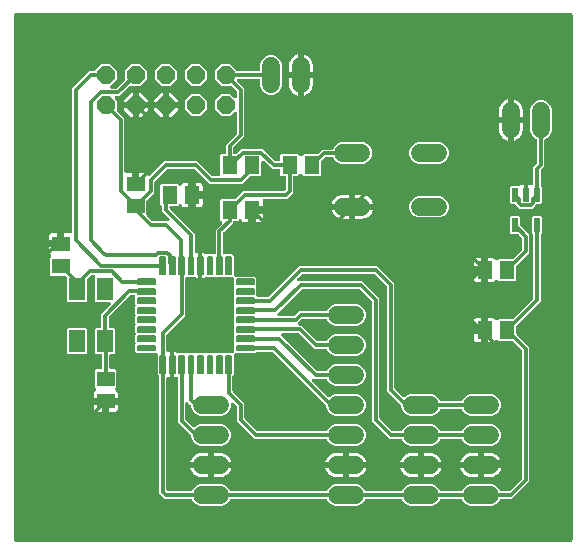
<source format=gbr>
G04 EAGLE Gerber RS-274X export*
G75*
%MOMM*%
%FSLAX34Y34*%
%LPD*%
%INTop Copper*%
%IPPOS*%
%AMOC8*
5,1,8,0,0,1.08239X$1,22.5*%
G01*
%ADD10R,1.500000X1.300000*%
%ADD11R,1.300000X1.500000*%
%ADD12R,0.550000X1.200000*%
%ADD13P,1.649562X8X22.500000*%
%ADD14C,1.524000*%
%ADD15R,1.400000X1.900000*%
%ADD16C,0.137500*%
%ADD17C,0.304800*%

G36*
X774726Y138180D02*
X774726Y138180D01*
X774752Y138178D01*
X774899Y138200D01*
X775046Y138217D01*
X775071Y138225D01*
X775097Y138229D01*
X775235Y138284D01*
X775374Y138334D01*
X775396Y138348D01*
X775421Y138358D01*
X775542Y138443D01*
X775667Y138523D01*
X775685Y138542D01*
X775707Y138557D01*
X775806Y138667D01*
X775909Y138774D01*
X775923Y138796D01*
X775940Y138816D01*
X776012Y138946D01*
X776088Y139073D01*
X776096Y139098D01*
X776109Y139121D01*
X776149Y139264D01*
X776194Y139405D01*
X776196Y139431D01*
X776204Y139456D01*
X776223Y139700D01*
X776223Y584200D01*
X776220Y584226D01*
X776222Y584252D01*
X776200Y584399D01*
X776183Y584546D01*
X776175Y584571D01*
X776171Y584597D01*
X776116Y584735D01*
X776066Y584874D01*
X776052Y584896D01*
X776042Y584921D01*
X775957Y585042D01*
X775877Y585167D01*
X775858Y585185D01*
X775843Y585207D01*
X775733Y585306D01*
X775626Y585409D01*
X775604Y585423D01*
X775584Y585440D01*
X775454Y585512D01*
X775327Y585588D01*
X775302Y585596D01*
X775279Y585609D01*
X775136Y585649D01*
X774995Y585694D01*
X774969Y585696D01*
X774944Y585704D01*
X774700Y585723D01*
X304800Y585723D01*
X304774Y585720D01*
X304748Y585722D01*
X304601Y585700D01*
X304454Y585683D01*
X304429Y585675D01*
X304403Y585671D01*
X304265Y585616D01*
X304126Y585566D01*
X304104Y585552D01*
X304079Y585542D01*
X303958Y585457D01*
X303833Y585377D01*
X303815Y585358D01*
X303793Y585343D01*
X303694Y585233D01*
X303591Y585126D01*
X303577Y585104D01*
X303560Y585084D01*
X303488Y584954D01*
X303412Y584827D01*
X303404Y584802D01*
X303391Y584779D01*
X303351Y584636D01*
X303306Y584495D01*
X303304Y584469D01*
X303296Y584444D01*
X303277Y584200D01*
X303277Y139700D01*
X303280Y139674D01*
X303278Y139648D01*
X303300Y139501D01*
X303317Y139354D01*
X303325Y139329D01*
X303329Y139303D01*
X303384Y139165D01*
X303434Y139026D01*
X303448Y139004D01*
X303458Y138979D01*
X303543Y138858D01*
X303623Y138733D01*
X303642Y138715D01*
X303657Y138693D01*
X303767Y138594D01*
X303874Y138491D01*
X303896Y138477D01*
X303916Y138460D01*
X304046Y138388D01*
X304173Y138312D01*
X304198Y138304D01*
X304221Y138291D01*
X304364Y138251D01*
X304505Y138206D01*
X304531Y138204D01*
X304556Y138196D01*
X304800Y138177D01*
X774700Y138177D01*
X774726Y138180D01*
G37*
%LPC*%
G36*
X460461Y168655D02*
X460461Y168655D01*
X457100Y170048D01*
X454527Y172620D01*
X454034Y173811D01*
X453998Y173876D01*
X453976Y173932D01*
X453975Y173933D01*
X453969Y173949D01*
X453913Y174030D01*
X453865Y174116D01*
X453813Y174172D01*
X453770Y174235D01*
X453697Y174301D01*
X453631Y174374D01*
X453568Y174417D01*
X453511Y174468D01*
X453425Y174516D01*
X453344Y174572D01*
X453273Y174600D01*
X453206Y174637D01*
X453111Y174664D01*
X453020Y174700D01*
X452944Y174711D01*
X452871Y174732D01*
X452722Y174744D01*
X452675Y174751D01*
X452656Y174749D01*
X452627Y174751D01*
X430537Y174751D01*
X426151Y179137D01*
X426151Y278314D01*
X426147Y278349D01*
X426149Y278368D01*
X426136Y278452D01*
X426130Y278566D01*
X426117Y278612D01*
X426111Y278660D01*
X426100Y278691D01*
X426097Y278713D01*
X426064Y278796D01*
X426034Y278901D01*
X426010Y278943D01*
X425994Y278989D01*
X425977Y279014D01*
X425968Y279037D01*
X425915Y279114D01*
X425864Y279205D01*
X425824Y279251D01*
X425805Y279281D01*
X425784Y279301D01*
X425769Y279323D01*
X425744Y279346D01*
X425705Y279391D01*
X424925Y280171D01*
X424925Y296402D01*
X424922Y296428D01*
X424924Y296454D01*
X424902Y296601D01*
X424885Y296748D01*
X424877Y296773D01*
X424873Y296799D01*
X424818Y296937D01*
X424768Y297076D01*
X424754Y297098D01*
X424744Y297123D01*
X424659Y297244D01*
X424579Y297369D01*
X424560Y297387D01*
X424545Y297409D01*
X424435Y297508D01*
X424328Y297611D01*
X424306Y297625D01*
X424286Y297642D01*
X424156Y297714D01*
X424029Y297790D01*
X424004Y297798D01*
X423981Y297811D01*
X423838Y297851D01*
X423697Y297896D01*
X423671Y297898D01*
X423646Y297906D01*
X423402Y297925D01*
X407171Y297925D01*
X405875Y299221D01*
X405875Y305187D01*
X405944Y305280D01*
X406036Y305396D01*
X406047Y305420D01*
X406063Y305441D01*
X406121Y305577D01*
X406185Y305711D01*
X406190Y305737D01*
X406201Y305761D01*
X406227Y305907D01*
X406258Y306052D01*
X406258Y306078D01*
X406262Y306104D01*
X406255Y306252D01*
X406252Y306400D01*
X406246Y306426D01*
X406245Y306452D01*
X406203Y306594D01*
X406167Y306738D01*
X406155Y306762D01*
X406148Y306787D01*
X406076Y306916D01*
X406008Y307048D01*
X405991Y307068D01*
X405978Y307091D01*
X405875Y307211D01*
X405875Y313187D01*
X405944Y313280D01*
X406036Y313396D01*
X406047Y313420D01*
X406063Y313441D01*
X406122Y313577D01*
X406185Y313711D01*
X406190Y313737D01*
X406201Y313761D01*
X406227Y313907D01*
X406258Y314052D01*
X406258Y314078D01*
X406262Y314104D01*
X406255Y314252D01*
X406252Y314400D01*
X406246Y314426D01*
X406245Y314452D01*
X406203Y314594D01*
X406167Y314738D01*
X406155Y314762D01*
X406148Y314787D01*
X406076Y314916D01*
X406008Y315048D01*
X405991Y315068D01*
X405978Y315091D01*
X405875Y315211D01*
X405875Y321187D01*
X405944Y321280D01*
X406036Y321396D01*
X406047Y321420D01*
X406063Y321441D01*
X406122Y321577D01*
X406185Y321711D01*
X406190Y321737D01*
X406201Y321761D01*
X406227Y321907D01*
X406258Y322052D01*
X406258Y322078D01*
X406262Y322104D01*
X406255Y322252D01*
X406252Y322400D01*
X406246Y322426D01*
X406245Y322452D01*
X406203Y322594D01*
X406167Y322738D01*
X406155Y322762D01*
X406148Y322787D01*
X406076Y322916D01*
X406008Y323048D01*
X405991Y323068D01*
X405978Y323091D01*
X405875Y323211D01*
X405875Y329187D01*
X405944Y329280D01*
X406036Y329396D01*
X406047Y329420D01*
X406063Y329441D01*
X406122Y329577D01*
X406185Y329711D01*
X406190Y329737D01*
X406201Y329761D01*
X406227Y329907D01*
X406258Y330052D01*
X406258Y330078D01*
X406262Y330104D01*
X406255Y330252D01*
X406252Y330400D01*
X406246Y330426D01*
X406245Y330452D01*
X406203Y330594D01*
X406167Y330738D01*
X406155Y330762D01*
X406148Y330787D01*
X406076Y330916D01*
X406008Y331048D01*
X405991Y331068D01*
X405978Y331091D01*
X405875Y331211D01*
X405875Y337187D01*
X405944Y337280D01*
X406036Y337396D01*
X406047Y337420D01*
X406063Y337441D01*
X406122Y337577D01*
X406185Y337711D01*
X406190Y337737D01*
X406201Y337761D01*
X406227Y337907D01*
X406258Y338052D01*
X406258Y338078D01*
X406262Y338104D01*
X406255Y338252D01*
X406252Y338400D01*
X406246Y338426D01*
X406245Y338452D01*
X406203Y338594D01*
X406167Y338738D01*
X406155Y338762D01*
X406148Y338787D01*
X406076Y338916D01*
X406008Y339048D01*
X405991Y339068D01*
X405978Y339091D01*
X405875Y339211D01*
X405875Y345628D01*
X405872Y345654D01*
X405874Y345680D01*
X405852Y345827D01*
X405835Y345974D01*
X405827Y345999D01*
X405823Y346025D01*
X405768Y346163D01*
X405718Y346302D01*
X405704Y346324D01*
X405694Y346349D01*
X405609Y346470D01*
X405529Y346595D01*
X405510Y346613D01*
X405495Y346635D01*
X405385Y346734D01*
X405278Y346837D01*
X405256Y346851D01*
X405236Y346868D01*
X405106Y346940D01*
X404979Y347016D01*
X404954Y347024D01*
X404931Y347037D01*
X404788Y347077D01*
X404647Y347122D01*
X404621Y347124D01*
X404596Y347132D01*
X404352Y347151D01*
X402894Y347151D01*
X402768Y347137D01*
X402642Y347130D01*
X402596Y347117D01*
X402548Y347111D01*
X402429Y347069D01*
X402307Y347034D01*
X402265Y347010D01*
X402219Y346994D01*
X402113Y346925D01*
X402003Y346864D01*
X401957Y346824D01*
X401927Y346805D01*
X401893Y346770D01*
X401817Y346705D01*
X383795Y328683D01*
X383716Y328584D01*
X383632Y328490D01*
X383608Y328448D01*
X383578Y328410D01*
X383524Y328296D01*
X383463Y328185D01*
X383450Y328139D01*
X383429Y328095D01*
X383403Y327972D01*
X383368Y327850D01*
X383363Y327789D01*
X383356Y327754D01*
X383357Y327706D01*
X383349Y327606D01*
X383349Y320748D01*
X383352Y320722D01*
X383350Y320696D01*
X383372Y320549D01*
X383389Y320402D01*
X383397Y320377D01*
X383401Y320351D01*
X383456Y320213D01*
X383506Y320074D01*
X383520Y320052D01*
X383530Y320027D01*
X383615Y319906D01*
X383695Y319781D01*
X383714Y319763D01*
X383729Y319741D01*
X383839Y319642D01*
X383946Y319539D01*
X383968Y319525D01*
X383988Y319508D01*
X384118Y319436D01*
X384245Y319360D01*
X384270Y319352D01*
X384293Y319339D01*
X384436Y319299D01*
X384577Y319254D01*
X384603Y319252D01*
X384628Y319244D01*
X384872Y319225D01*
X387932Y319225D01*
X388825Y318332D01*
X388825Y298068D01*
X387932Y297175D01*
X385572Y297175D01*
X385546Y297172D01*
X385520Y297174D01*
X385373Y297152D01*
X385226Y297135D01*
X385201Y297127D01*
X385175Y297123D01*
X385037Y297068D01*
X384898Y297018D01*
X384876Y297004D01*
X384851Y296994D01*
X384730Y296909D01*
X384605Y296829D01*
X384587Y296810D01*
X384565Y296795D01*
X384466Y296685D01*
X384363Y296578D01*
X384349Y296556D01*
X384332Y296536D01*
X384260Y296406D01*
X384184Y296279D01*
X384176Y296254D01*
X384163Y296231D01*
X384123Y296088D01*
X384078Y295947D01*
X384076Y295921D01*
X384068Y295896D01*
X384049Y295652D01*
X384049Y285748D01*
X384052Y285722D01*
X384050Y285696D01*
X384072Y285549D01*
X384089Y285402D01*
X384097Y285377D01*
X384101Y285351D01*
X384156Y285213D01*
X384206Y285074D01*
X384220Y285052D01*
X384230Y285027D01*
X384315Y284906D01*
X384395Y284781D01*
X384414Y284763D01*
X384429Y284741D01*
X384539Y284642D01*
X384646Y284539D01*
X384668Y284525D01*
X384688Y284508D01*
X384818Y284436D01*
X384945Y284360D01*
X384970Y284352D01*
X384993Y284339D01*
X385136Y284299D01*
X385277Y284254D01*
X385303Y284252D01*
X385328Y284244D01*
X385572Y284225D01*
X389132Y284225D01*
X390025Y283332D01*
X390025Y269068D01*
X389327Y268371D01*
X389295Y268330D01*
X389257Y268296D01*
X389187Y268195D01*
X389110Y268098D01*
X389088Y268051D01*
X389059Y268009D01*
X389014Y267894D01*
X388961Y267782D01*
X388951Y267733D01*
X388932Y267685D01*
X388914Y267563D01*
X388888Y267442D01*
X388889Y267391D01*
X388881Y267340D01*
X388892Y267217D01*
X388894Y267093D01*
X388906Y267044D01*
X388911Y266993D01*
X388949Y266875D01*
X388979Y266755D01*
X389002Y266710D01*
X389018Y266661D01*
X389082Y266555D01*
X389139Y266446D01*
X389172Y266407D01*
X389198Y266363D01*
X389284Y266274D01*
X389364Y266180D01*
X389405Y266150D01*
X389441Y266113D01*
X389642Y265974D01*
X390060Y265733D01*
X390533Y265260D01*
X390868Y264681D01*
X391041Y264035D01*
X391041Y260247D01*
X382524Y260247D01*
X382498Y260244D01*
X382472Y260246D01*
X382325Y260224D01*
X382178Y260207D01*
X382153Y260198D01*
X382127Y260195D01*
X381989Y260140D01*
X381850Y260090D01*
X381828Y260076D01*
X381803Y260066D01*
X381682Y259981D01*
X381557Y259901D01*
X381539Y259882D01*
X381517Y259867D01*
X381418Y259757D01*
X381315Y259650D01*
X381301Y259628D01*
X381284Y259608D01*
X381212Y259478D01*
X381136Y259351D01*
X381128Y259326D01*
X381115Y259303D01*
X381075Y259160D01*
X381030Y259019D01*
X381028Y258993D01*
X381020Y258968D01*
X381001Y258724D01*
X381001Y257199D01*
X380999Y257199D01*
X380999Y258724D01*
X380996Y258750D01*
X380998Y258776D01*
X380976Y258923D01*
X380959Y259070D01*
X380950Y259095D01*
X380947Y259121D01*
X380892Y259259D01*
X380842Y259398D01*
X380828Y259420D01*
X380818Y259445D01*
X380733Y259566D01*
X380653Y259691D01*
X380634Y259709D01*
X380619Y259731D01*
X380509Y259830D01*
X380402Y259933D01*
X380380Y259947D01*
X380360Y259964D01*
X380230Y260036D01*
X380103Y260112D01*
X380078Y260120D01*
X380055Y260133D01*
X379912Y260173D01*
X379771Y260218D01*
X379745Y260220D01*
X379720Y260228D01*
X379476Y260247D01*
X370959Y260247D01*
X370959Y264035D01*
X371132Y264681D01*
X371467Y265260D01*
X371940Y265733D01*
X372358Y265974D01*
X372399Y266005D01*
X372444Y266028D01*
X372538Y266108D01*
X372638Y266182D01*
X372671Y266221D01*
X372709Y266254D01*
X372783Y266353D01*
X372863Y266448D01*
X372886Y266493D01*
X372917Y266534D01*
X372966Y266648D01*
X373022Y266758D01*
X373034Y266807D01*
X373055Y266854D01*
X373076Y266976D01*
X373106Y267096D01*
X373107Y267147D01*
X373116Y267197D01*
X373110Y267321D01*
X373112Y267444D01*
X373101Y267494D01*
X373098Y267545D01*
X373064Y267664D01*
X373038Y267785D01*
X373016Y267831D01*
X373002Y267880D01*
X372941Y267988D01*
X372888Y268100D01*
X372857Y268140D01*
X372832Y268184D01*
X372673Y268371D01*
X371975Y269068D01*
X371975Y283332D01*
X372868Y284225D01*
X376428Y284225D01*
X376454Y284228D01*
X376480Y284226D01*
X376627Y284248D01*
X376774Y284265D01*
X376799Y284273D01*
X376825Y284277D01*
X376963Y284332D01*
X377102Y284382D01*
X377124Y284396D01*
X377149Y284406D01*
X377270Y284491D01*
X377395Y284571D01*
X377413Y284590D01*
X377435Y284605D01*
X377534Y284715D01*
X377637Y284822D01*
X377651Y284844D01*
X377668Y284864D01*
X377740Y284994D01*
X377816Y285121D01*
X377824Y285146D01*
X377837Y285169D01*
X377877Y285312D01*
X377922Y285453D01*
X377924Y285479D01*
X377932Y285504D01*
X377951Y285748D01*
X377951Y295652D01*
X377948Y295678D01*
X377950Y295704D01*
X377928Y295851D01*
X377911Y295998D01*
X377903Y296023D01*
X377899Y296049D01*
X377844Y296187D01*
X377794Y296326D01*
X377780Y296348D01*
X377770Y296373D01*
X377685Y296494D01*
X377605Y296619D01*
X377586Y296637D01*
X377571Y296659D01*
X377461Y296758D01*
X377354Y296861D01*
X377332Y296875D01*
X377312Y296892D01*
X377182Y296964D01*
X377055Y297040D01*
X377030Y297048D01*
X377007Y297061D01*
X376864Y297101D01*
X376723Y297146D01*
X376697Y297148D01*
X376672Y297156D01*
X376428Y297175D01*
X372668Y297175D01*
X371775Y298068D01*
X371775Y318332D01*
X372668Y319225D01*
X375728Y319225D01*
X375754Y319228D01*
X375780Y319226D01*
X375927Y319248D01*
X376074Y319265D01*
X376099Y319273D01*
X376125Y319277D01*
X376263Y319332D01*
X376402Y319382D01*
X376424Y319396D01*
X376449Y319406D01*
X376570Y319491D01*
X376695Y319571D01*
X376713Y319590D01*
X376735Y319605D01*
X376834Y319715D01*
X376937Y319822D01*
X376951Y319844D01*
X376968Y319864D01*
X377040Y319994D01*
X377116Y320121D01*
X377124Y320146D01*
X377137Y320169D01*
X377177Y320312D01*
X377222Y320453D01*
X377224Y320479D01*
X377232Y320504D01*
X377251Y320748D01*
X377251Y330763D01*
X385063Y338575D01*
X385126Y338653D01*
X385196Y338726D01*
X385234Y338790D01*
X385280Y338848D01*
X385323Y338939D01*
X385374Y339025D01*
X385397Y339096D01*
X385429Y339163D01*
X385450Y339261D01*
X385481Y339357D01*
X385487Y339431D01*
X385502Y339504D01*
X385501Y339604D01*
X385509Y339704D01*
X385498Y339778D01*
X385496Y339852D01*
X385472Y339949D01*
X385457Y340049D01*
X385429Y340118D01*
X385411Y340190D01*
X385365Y340280D01*
X385328Y340373D01*
X385286Y340434D01*
X385252Y340500D01*
X385186Y340577D01*
X385129Y340659D01*
X385074Y340709D01*
X385026Y340765D01*
X384945Y340825D01*
X384870Y340892D01*
X384805Y340928D01*
X384746Y340973D01*
X384653Y341012D01*
X384565Y341061D01*
X384494Y341081D01*
X384426Y341111D01*
X384327Y341128D01*
X384230Y341156D01*
X384130Y341164D01*
X384083Y341172D01*
X384047Y341170D01*
X383986Y341175D01*
X372668Y341175D01*
X371775Y342068D01*
X371775Y362856D01*
X371772Y362882D01*
X371774Y362908D01*
X371752Y363055D01*
X371735Y363202D01*
X371727Y363227D01*
X371723Y363253D01*
X371668Y363391D01*
X371618Y363530D01*
X371604Y363552D01*
X371594Y363577D01*
X371509Y363698D01*
X371429Y363823D01*
X371410Y363841D01*
X371395Y363863D01*
X371285Y363962D01*
X371178Y364065D01*
X371156Y364079D01*
X371136Y364096D01*
X371006Y364168D01*
X370879Y364244D01*
X370854Y364252D01*
X370831Y364265D01*
X370688Y364305D01*
X370547Y364350D01*
X370521Y364352D01*
X370496Y364360D01*
X370252Y364379D01*
X369322Y364379D01*
X369196Y364365D01*
X369070Y364358D01*
X369024Y364345D01*
X368976Y364339D01*
X368857Y364297D01*
X368735Y364262D01*
X368693Y364238D01*
X368647Y364222D01*
X368541Y364153D01*
X368431Y364092D01*
X368385Y364052D01*
X368355Y364033D01*
X368321Y363998D01*
X368245Y363933D01*
X365271Y360959D01*
X365192Y360860D01*
X365108Y360766D01*
X365084Y360724D01*
X365054Y360686D01*
X365000Y360572D01*
X364939Y360461D01*
X364926Y360415D01*
X364905Y360371D01*
X364879Y360248D01*
X364844Y360126D01*
X364839Y360065D01*
X364832Y360030D01*
X364833Y359982D01*
X364825Y359882D01*
X364825Y342068D01*
X363932Y341175D01*
X348668Y341175D01*
X347775Y342068D01*
X347775Y361682D01*
X347761Y361808D01*
X347754Y361934D01*
X347741Y361980D01*
X347735Y362028D01*
X347693Y362147D01*
X347658Y362269D01*
X347634Y362311D01*
X347618Y362357D01*
X347549Y362463D01*
X347488Y362573D01*
X347448Y362619D01*
X347429Y362649D01*
X347394Y362683D01*
X347329Y362759D01*
X347059Y363029D01*
X346960Y363108D01*
X346866Y363192D01*
X346824Y363216D01*
X346786Y363246D01*
X346672Y363300D01*
X346561Y363361D01*
X346515Y363374D01*
X346471Y363395D01*
X346348Y363421D01*
X346226Y363456D01*
X346165Y363461D01*
X346130Y363468D01*
X346082Y363467D01*
X345982Y363475D01*
X334768Y363475D01*
X333875Y364368D01*
X333875Y378632D01*
X334573Y379329D01*
X334605Y379370D01*
X334643Y379404D01*
X334713Y379505D01*
X334790Y379602D01*
X334812Y379649D01*
X334841Y379691D01*
X334886Y379806D01*
X334939Y379918D01*
X334949Y379967D01*
X334968Y380015D01*
X334986Y380137D01*
X335012Y380258D01*
X335011Y380309D01*
X335019Y380360D01*
X335008Y380483D01*
X335006Y380607D01*
X334994Y380656D01*
X334989Y380707D01*
X334951Y380825D01*
X334921Y380945D01*
X334898Y380990D01*
X334882Y381039D01*
X334818Y381145D01*
X334761Y381254D01*
X334728Y381293D01*
X334702Y381337D01*
X334616Y381426D01*
X334536Y381520D01*
X334495Y381550D01*
X334459Y381587D01*
X334258Y381726D01*
X333840Y381967D01*
X333367Y382440D01*
X333032Y383019D01*
X332859Y383665D01*
X332859Y387453D01*
X341376Y387453D01*
X341402Y387456D01*
X341428Y387454D01*
X341575Y387476D01*
X341722Y387493D01*
X341747Y387501D01*
X341773Y387505D01*
X341911Y387560D01*
X342050Y387610D01*
X342072Y387624D01*
X342097Y387634D01*
X342218Y387719D01*
X342343Y387799D01*
X342361Y387818D01*
X342383Y387833D01*
X342482Y387943D01*
X342585Y388050D01*
X342599Y388072D01*
X342616Y388092D01*
X342688Y388222D01*
X342764Y388349D01*
X342772Y388374D01*
X342785Y388397D01*
X342825Y388540D01*
X342870Y388681D01*
X342872Y388707D01*
X342880Y388732D01*
X342899Y388976D01*
X342899Y390501D01*
X344424Y390501D01*
X344450Y390504D01*
X344476Y390502D01*
X344623Y390524D01*
X344770Y390541D01*
X344795Y390550D01*
X344821Y390553D01*
X344959Y390608D01*
X345098Y390658D01*
X345120Y390672D01*
X345145Y390682D01*
X345266Y390767D01*
X345391Y390847D01*
X345409Y390866D01*
X345431Y390881D01*
X345530Y390991D01*
X345633Y391098D01*
X345647Y391120D01*
X345664Y391140D01*
X345736Y391270D01*
X345812Y391397D01*
X345820Y391422D01*
X345833Y391445D01*
X345873Y391588D01*
X345918Y391729D01*
X345920Y391755D01*
X345928Y391780D01*
X345947Y392024D01*
X345947Y399541D01*
X350782Y399541D01*
X350856Y399535D01*
X350978Y399517D01*
X351029Y399521D01*
X351080Y399517D01*
X351202Y399535D01*
X351325Y399545D01*
X351374Y399561D01*
X351425Y399568D01*
X351540Y399614D01*
X351657Y399652D01*
X351701Y399678D01*
X351749Y399697D01*
X351850Y399768D01*
X351956Y399831D01*
X351993Y399867D01*
X352035Y399896D01*
X352118Y399988D01*
X352206Y400074D01*
X352234Y400117D01*
X352268Y400155D01*
X352328Y400263D01*
X352395Y400367D01*
X352412Y400415D01*
X352437Y400460D01*
X352470Y400579D01*
X352512Y400695D01*
X352518Y400746D01*
X352532Y400795D01*
X352551Y401039D01*
X352551Y521963D01*
X364805Y534217D01*
X367037Y536449D01*
X370485Y536449D01*
X370611Y536463D01*
X370737Y536470D01*
X370783Y536483D01*
X370831Y536489D01*
X370950Y536531D01*
X371072Y536566D01*
X371114Y536590D01*
X371159Y536606D01*
X371266Y536675D01*
X371376Y536736D01*
X371422Y536776D01*
X371452Y536795D01*
X371486Y536830D01*
X371562Y536895D01*
X377212Y542545D01*
X384788Y542545D01*
X390145Y537188D01*
X390145Y529612D01*
X384850Y524317D01*
X384787Y524239D01*
X384717Y524166D01*
X384679Y524102D01*
X384633Y524044D01*
X384590Y523953D01*
X384539Y523867D01*
X384516Y523796D01*
X384484Y523729D01*
X384463Y523631D01*
X384432Y523535D01*
X384426Y523461D01*
X384411Y523388D01*
X384412Y523288D01*
X384404Y523188D01*
X384415Y523114D01*
X384417Y523040D01*
X384441Y522943D01*
X384456Y522843D01*
X384484Y522774D01*
X384502Y522702D01*
X384548Y522612D01*
X384585Y522519D01*
X384627Y522458D01*
X384661Y522392D01*
X384727Y522315D01*
X384784Y522233D01*
X384839Y522183D01*
X384887Y522127D01*
X384968Y522067D01*
X385043Y522000D01*
X385108Y521964D01*
X385167Y521919D01*
X385260Y521880D01*
X385348Y521831D01*
X385419Y521811D01*
X385487Y521781D01*
X385586Y521764D01*
X385683Y521736D01*
X385783Y521728D01*
X385831Y521720D01*
X385866Y521722D01*
X385927Y521717D01*
X389774Y521717D01*
X389900Y521731D01*
X390026Y521738D01*
X390072Y521751D01*
X390120Y521757D01*
X390239Y521799D01*
X390361Y521834D01*
X390403Y521858D01*
X390449Y521874D01*
X390555Y521943D01*
X390665Y522004D01*
X390711Y522044D01*
X390741Y522063D01*
X390775Y522098D01*
X390851Y522163D01*
X396809Y528121D01*
X396888Y528220D01*
X396972Y528314D01*
X396996Y528356D01*
X397026Y528394D01*
X397080Y528508D01*
X397141Y528619D01*
X397154Y528665D01*
X397175Y528709D01*
X397201Y528832D01*
X397236Y528954D01*
X397241Y529015D01*
X397248Y529049D01*
X397247Y529097D01*
X397255Y529198D01*
X397255Y537188D01*
X402612Y542545D01*
X410188Y542545D01*
X415545Y537188D01*
X415545Y529612D01*
X410188Y524255D01*
X402198Y524255D01*
X402072Y524241D01*
X401946Y524234D01*
X401900Y524221D01*
X401852Y524215D01*
X401733Y524173D01*
X401611Y524138D01*
X401569Y524114D01*
X401523Y524098D01*
X401417Y524029D01*
X401307Y523968D01*
X401261Y523928D01*
X401231Y523909D01*
X401197Y523874D01*
X401121Y523809D01*
X395163Y517851D01*
X392931Y515619D01*
X389991Y515619D01*
X389891Y515608D01*
X389791Y515606D01*
X389718Y515588D01*
X389645Y515579D01*
X389550Y515546D01*
X389453Y515521D01*
X389386Y515487D01*
X389316Y515462D01*
X389232Y515407D01*
X389143Y515361D01*
X389086Y515313D01*
X389024Y515273D01*
X388954Y515201D01*
X388877Y515136D01*
X388833Y515076D01*
X388781Y515022D01*
X388730Y514936D01*
X388670Y514855D01*
X388641Y514787D01*
X388603Y514723D01*
X388572Y514627D01*
X388532Y514535D01*
X388519Y514462D01*
X388496Y514391D01*
X388488Y514291D01*
X388471Y514192D01*
X388474Y514118D01*
X388468Y514044D01*
X388483Y513944D01*
X388488Y513844D01*
X388509Y513773D01*
X388520Y513699D01*
X388557Y513606D01*
X388585Y513509D01*
X388621Y513444D01*
X388649Y513375D01*
X388706Y513293D01*
X388755Y513205D01*
X388820Y513129D01*
X388848Y513089D01*
X388874Y513065D01*
X388914Y513019D01*
X390145Y511788D01*
X390145Y503798D01*
X390159Y503672D01*
X390166Y503546D01*
X390179Y503500D01*
X390185Y503452D01*
X390227Y503333D01*
X390262Y503211D01*
X390286Y503169D01*
X390302Y503123D01*
X390371Y503017D01*
X390432Y502907D01*
X390472Y502861D01*
X390491Y502831D01*
X390526Y502797D01*
X390566Y502750D01*
X390591Y502721D01*
X396749Y496563D01*
X396749Y451839D01*
X396755Y451788D01*
X396752Y451737D01*
X396774Y451616D01*
X396789Y451493D01*
X396806Y451445D01*
X396815Y451395D01*
X396864Y451281D01*
X396906Y451165D01*
X396934Y451122D01*
X396954Y451075D01*
X397028Y450976D01*
X397095Y450872D01*
X397132Y450836D01*
X397162Y450796D01*
X397257Y450716D01*
X397346Y450630D01*
X397390Y450604D01*
X397428Y450571D01*
X397539Y450514D01*
X397645Y450451D01*
X397693Y450435D01*
X397739Y450412D01*
X397859Y450382D01*
X397977Y450345D01*
X398028Y450341D01*
X398077Y450328D01*
X398201Y450327D01*
X398324Y450317D01*
X398375Y450324D01*
X398426Y450324D01*
X398519Y450341D01*
X403353Y450341D01*
X403353Y442824D01*
X403356Y442799D01*
X403354Y442775D01*
X403354Y442774D01*
X403354Y442772D01*
X403376Y442625D01*
X403393Y442478D01*
X403401Y442453D01*
X403405Y442427D01*
X403460Y442289D01*
X403510Y442150D01*
X403524Y442128D01*
X403534Y442103D01*
X403619Y441982D01*
X403699Y441857D01*
X403718Y441839D01*
X403733Y441817D01*
X403843Y441718D01*
X403950Y441615D01*
X403972Y441601D01*
X403992Y441584D01*
X404122Y441512D01*
X404249Y441436D01*
X404274Y441428D01*
X404297Y441415D01*
X404440Y441375D01*
X404581Y441330D01*
X404607Y441328D01*
X404632Y441320D01*
X404876Y441301D01*
X407924Y441301D01*
X407950Y441304D01*
X407976Y441302D01*
X408123Y441324D01*
X408270Y441341D01*
X408295Y441350D01*
X408321Y441353D01*
X408459Y441408D01*
X408598Y441458D01*
X408620Y441472D01*
X408645Y441482D01*
X408766Y441567D01*
X408891Y441647D01*
X408909Y441666D01*
X408931Y441681D01*
X409030Y441791D01*
X409133Y441898D01*
X409147Y441920D01*
X409164Y441940D01*
X409236Y442070D01*
X409312Y442197D01*
X409320Y442222D01*
X409333Y442245D01*
X409373Y442388D01*
X409418Y442529D01*
X409420Y442555D01*
X409428Y442580D01*
X409447Y442824D01*
X409447Y450341D01*
X414235Y450341D01*
X414881Y450168D01*
X415460Y449833D01*
X415933Y449360D01*
X416300Y448724D01*
X416331Y448683D01*
X416354Y448637D01*
X416434Y448543D01*
X416508Y448444D01*
X416547Y448411D01*
X416580Y448372D01*
X416680Y448299D01*
X416774Y448218D01*
X416819Y448195D01*
X416860Y448165D01*
X416974Y448116D01*
X417084Y448059D01*
X417134Y448047D01*
X417180Y448027D01*
X417302Y448005D01*
X417422Y447975D01*
X417473Y447974D01*
X417523Y447965D01*
X417647Y447972D01*
X417771Y447970D01*
X417821Y447980D01*
X417871Y447983D01*
X417990Y448017D01*
X418111Y448044D01*
X418157Y448066D01*
X418206Y448080D01*
X418314Y448140D01*
X418426Y448193D01*
X418466Y448225D01*
X418510Y448250D01*
X418697Y448408D01*
X428305Y458017D01*
X430537Y460249D01*
X458463Y460249D01*
X470717Y447995D01*
X470816Y447916D01*
X470910Y447832D01*
X470952Y447808D01*
X470990Y447778D01*
X471104Y447724D01*
X471215Y447663D01*
X471261Y447650D01*
X471305Y447629D01*
X471428Y447603D01*
X471550Y447568D01*
X471611Y447563D01*
X471646Y447556D01*
X471694Y447557D01*
X471794Y447549D01*
X476252Y447549D01*
X476278Y447552D01*
X476304Y447550D01*
X476451Y447572D01*
X476598Y447589D01*
X476623Y447597D01*
X476649Y447601D01*
X476787Y447656D01*
X476926Y447706D01*
X476948Y447720D01*
X476973Y447730D01*
X477094Y447815D01*
X477219Y447895D01*
X477237Y447914D01*
X477259Y447929D01*
X477358Y448039D01*
X477461Y448146D01*
X477475Y448168D01*
X477492Y448188D01*
X477564Y448318D01*
X477640Y448445D01*
X477648Y448470D01*
X477661Y448493D01*
X477701Y448636D01*
X477746Y448777D01*
X477748Y448803D01*
X477756Y448828D01*
X477775Y449072D01*
X477775Y465332D01*
X478668Y466225D01*
X481228Y466225D01*
X481254Y466228D01*
X481280Y466226D01*
X481427Y466248D01*
X481574Y466265D01*
X481599Y466273D01*
X481625Y466277D01*
X481763Y466332D01*
X481902Y466382D01*
X481924Y466396D01*
X481949Y466406D01*
X482070Y466491D01*
X482195Y466571D01*
X482213Y466590D01*
X482235Y466605D01*
X482334Y466715D01*
X482437Y466822D01*
X482451Y466844D01*
X482468Y466864D01*
X482540Y466994D01*
X482616Y467121D01*
X482624Y467146D01*
X482637Y467169D01*
X482677Y467312D01*
X482722Y467453D01*
X482724Y467479D01*
X482732Y467504D01*
X482751Y467748D01*
X482751Y474363D01*
X491805Y483417D01*
X491884Y483516D01*
X491968Y483610D01*
X491992Y483652D01*
X492022Y483690D01*
X492076Y483804D01*
X492137Y483915D01*
X492150Y483961D01*
X492171Y484005D01*
X492197Y484128D01*
X492232Y484250D01*
X492237Y484311D01*
X492244Y484346D01*
X492243Y484394D01*
X492251Y484494D01*
X492251Y501041D01*
X492240Y501141D01*
X492238Y501241D01*
X492220Y501314D01*
X492211Y501387D01*
X492178Y501482D01*
X492153Y501579D01*
X492119Y501646D01*
X492094Y501716D01*
X492039Y501800D01*
X491993Y501889D01*
X491945Y501946D01*
X491905Y502008D01*
X491833Y502078D01*
X491768Y502155D01*
X491708Y502199D01*
X491654Y502251D01*
X491568Y502302D01*
X491487Y502362D01*
X491419Y502391D01*
X491355Y502429D01*
X491259Y502460D01*
X491167Y502500D01*
X491094Y502513D01*
X491023Y502536D01*
X490923Y502544D01*
X490824Y502561D01*
X490750Y502558D01*
X490676Y502564D01*
X490576Y502549D01*
X490476Y502544D01*
X490405Y502523D01*
X490331Y502512D01*
X490238Y502475D01*
X490141Y502447D01*
X490076Y502411D01*
X490007Y502383D01*
X489925Y502326D01*
X489837Y502277D01*
X489761Y502212D01*
X489721Y502184D01*
X489697Y502158D01*
X489651Y502118D01*
X486388Y498855D01*
X478812Y498855D01*
X473455Y504212D01*
X473455Y511788D01*
X478812Y517145D01*
X486388Y517145D01*
X489651Y513882D01*
X489729Y513819D01*
X489802Y513749D01*
X489866Y513711D01*
X489924Y513665D01*
X490015Y513622D01*
X490101Y513571D01*
X490172Y513548D01*
X490239Y513516D01*
X490337Y513495D01*
X490433Y513464D01*
X490507Y513458D01*
X490580Y513443D01*
X490680Y513444D01*
X490780Y513436D01*
X490854Y513447D01*
X490928Y513449D01*
X491025Y513473D01*
X491125Y513488D01*
X491194Y513516D01*
X491266Y513534D01*
X491356Y513580D01*
X491449Y513617D01*
X491510Y513659D01*
X491576Y513693D01*
X491652Y513758D01*
X491735Y513816D01*
X491785Y513871D01*
X491841Y513919D01*
X491901Y514000D01*
X491968Y514075D01*
X492004Y514140D01*
X492049Y514199D01*
X492088Y514292D01*
X492137Y514380D01*
X492157Y514451D01*
X492187Y514519D01*
X492204Y514618D01*
X492232Y514715D01*
X492240Y514815D01*
X492248Y514863D01*
X492246Y514898D01*
X492251Y514959D01*
X492251Y518806D01*
X492237Y518932D01*
X492230Y519058D01*
X492217Y519104D01*
X492211Y519152D01*
X492169Y519271D01*
X492134Y519393D01*
X492110Y519435D01*
X492094Y519481D01*
X492025Y519587D01*
X491964Y519697D01*
X491924Y519743D01*
X491905Y519773D01*
X491870Y519807D01*
X491805Y519883D01*
X487879Y523809D01*
X487780Y523888D01*
X487686Y523972D01*
X487644Y523996D01*
X487606Y524026D01*
X487492Y524080D01*
X487381Y524141D01*
X487335Y524154D01*
X487291Y524175D01*
X487168Y524201D01*
X487046Y524236D01*
X486985Y524241D01*
X486950Y524248D01*
X486902Y524247D01*
X486802Y524255D01*
X478812Y524255D01*
X473455Y529612D01*
X473455Y537188D01*
X478812Y542545D01*
X486388Y542545D01*
X492038Y536895D01*
X492137Y536816D01*
X492231Y536732D01*
X492273Y536708D01*
X492311Y536678D01*
X492425Y536624D01*
X492536Y536563D01*
X492582Y536550D01*
X492626Y536529D01*
X492749Y536503D01*
X492871Y536468D01*
X492932Y536463D01*
X492967Y536456D01*
X493015Y536457D01*
X493115Y536449D01*
X510032Y536449D01*
X510058Y536452D01*
X510084Y536450D01*
X510231Y536472D01*
X510378Y536489D01*
X510403Y536497D01*
X510429Y536501D01*
X510567Y536556D01*
X510706Y536606D01*
X510728Y536620D01*
X510753Y536630D01*
X510874Y536715D01*
X510999Y536795D01*
X511017Y536814D01*
X511039Y536829D01*
X511138Y536939D01*
X511241Y537046D01*
X511255Y537068D01*
X511272Y537088D01*
X511344Y537218D01*
X511420Y537345D01*
X511428Y537370D01*
X511441Y537393D01*
X511481Y537536D01*
X511526Y537677D01*
X511528Y537703D01*
X511536Y537728D01*
X511555Y537972D01*
X511555Y542839D01*
X512948Y546200D01*
X515520Y548772D01*
X518881Y550165D01*
X522519Y550165D01*
X525880Y548772D01*
X528452Y546200D01*
X529845Y542839D01*
X529845Y523961D01*
X528452Y520600D01*
X525880Y518028D01*
X522519Y516635D01*
X518881Y516635D01*
X515520Y518028D01*
X512948Y520600D01*
X511555Y523961D01*
X511555Y528828D01*
X511552Y528854D01*
X511554Y528880D01*
X511532Y529027D01*
X511515Y529174D01*
X511507Y529199D01*
X511503Y529225D01*
X511448Y529363D01*
X511398Y529502D01*
X511384Y529524D01*
X511374Y529549D01*
X511289Y529670D01*
X511209Y529795D01*
X511190Y529813D01*
X511175Y529835D01*
X511065Y529934D01*
X510958Y530037D01*
X510936Y530051D01*
X510916Y530068D01*
X510786Y530140D01*
X510659Y530216D01*
X510634Y530224D01*
X510611Y530237D01*
X510468Y530277D01*
X510327Y530322D01*
X510301Y530324D01*
X510276Y530332D01*
X510032Y530351D01*
X493638Y530351D01*
X493538Y530340D01*
X493438Y530338D01*
X493365Y530320D01*
X493292Y530311D01*
X493197Y530278D01*
X493100Y530253D01*
X493033Y530219D01*
X492963Y530194D01*
X492879Y530139D01*
X492790Y530093D01*
X492733Y530045D01*
X492671Y530005D01*
X492601Y529933D01*
X492524Y529868D01*
X492480Y529808D01*
X492428Y529754D01*
X492377Y529668D01*
X492317Y529587D01*
X492288Y529519D01*
X492250Y529455D01*
X492219Y529359D01*
X492179Y529267D01*
X492166Y529194D01*
X492143Y529123D01*
X492135Y529023D01*
X492118Y528924D01*
X492121Y528850D01*
X492115Y528776D01*
X492130Y528676D01*
X492135Y528576D01*
X492156Y528505D01*
X492167Y528431D01*
X492204Y528338D01*
X492232Y528241D01*
X492268Y528176D01*
X492296Y528107D01*
X492353Y528025D01*
X492402Y527937D01*
X492467Y527861D01*
X492495Y527821D01*
X492521Y527797D01*
X492561Y527751D01*
X498349Y521963D01*
X498349Y481337D01*
X489295Y472283D01*
X489216Y472184D01*
X489132Y472090D01*
X489108Y472048D01*
X489078Y472010D01*
X489024Y471896D01*
X488963Y471785D01*
X488950Y471739D01*
X488929Y471695D01*
X488903Y471572D01*
X488868Y471450D01*
X488863Y471389D01*
X488856Y471354D01*
X488857Y471306D01*
X488849Y471206D01*
X488849Y467748D01*
X488852Y467722D01*
X488850Y467696D01*
X488872Y467549D01*
X488889Y467402D01*
X488897Y467377D01*
X488901Y467351D01*
X488956Y467213D01*
X489006Y467074D01*
X489020Y467052D01*
X489030Y467027D01*
X489115Y466906D01*
X489195Y466781D01*
X489214Y466763D01*
X489229Y466741D01*
X489339Y466642D01*
X489446Y466539D01*
X489468Y466525D01*
X489488Y466508D01*
X489618Y466436D01*
X489745Y466360D01*
X489770Y466352D01*
X489793Y466339D01*
X489936Y466299D01*
X490077Y466254D01*
X490103Y466252D01*
X490128Y466244D01*
X490372Y466225D01*
X490572Y466225D01*
X490697Y466239D01*
X490824Y466246D01*
X490870Y466259D01*
X490918Y466265D01*
X491037Y466307D01*
X491158Y466342D01*
X491201Y466366D01*
X491246Y466382D01*
X491352Y466451D01*
X491463Y466512D01*
X491509Y466552D01*
X491539Y466571D01*
X491572Y466606D01*
X491649Y466671D01*
X495775Y470797D01*
X513825Y470797D01*
X523927Y460695D01*
X524026Y460616D01*
X524120Y460532D01*
X524162Y460508D01*
X524200Y460478D01*
X524314Y460424D01*
X524425Y460363D01*
X524472Y460350D01*
X524515Y460329D01*
X524639Y460303D01*
X524761Y460268D01*
X524821Y460263D01*
X524856Y460256D01*
X524904Y460257D01*
X525004Y460249D01*
X527052Y460249D01*
X527078Y460252D01*
X527104Y460250D01*
X527251Y460272D01*
X527398Y460289D01*
X527423Y460297D01*
X527449Y460301D01*
X527587Y460356D01*
X527726Y460406D01*
X527748Y460420D01*
X527773Y460430D01*
X527894Y460515D01*
X528019Y460595D01*
X528037Y460614D01*
X528059Y460629D01*
X528158Y460739D01*
X528261Y460846D01*
X528275Y460868D01*
X528292Y460888D01*
X528364Y461018D01*
X528440Y461145D01*
X528448Y461170D01*
X528461Y461193D01*
X528501Y461336D01*
X528546Y461477D01*
X528548Y461503D01*
X528556Y461528D01*
X528575Y461772D01*
X528575Y465332D01*
X529468Y466225D01*
X543732Y466225D01*
X545023Y464933D01*
X545043Y464917D01*
X545060Y464897D01*
X545180Y464809D01*
X545296Y464717D01*
X545320Y464706D01*
X545341Y464690D01*
X545477Y464631D01*
X545611Y464568D01*
X545637Y464562D01*
X545661Y464552D01*
X545807Y464526D01*
X545952Y464494D01*
X545978Y464495D01*
X546004Y464490D01*
X546152Y464498D01*
X546300Y464500D01*
X546326Y464507D01*
X546352Y464508D01*
X546494Y464549D01*
X546638Y464585D01*
X546661Y464597D01*
X546687Y464605D01*
X546816Y464677D01*
X546948Y464745D01*
X546968Y464762D01*
X546991Y464775D01*
X547177Y464933D01*
X548468Y466225D01*
X559682Y466225D01*
X559808Y466239D01*
X559934Y466246D01*
X559980Y466259D01*
X560028Y466265D01*
X560147Y466307D01*
X560269Y466342D01*
X560311Y466366D01*
X560357Y466382D01*
X560463Y466451D01*
X560573Y466512D01*
X560619Y466552D01*
X560649Y466571D01*
X560683Y466606D01*
X560759Y466671D01*
X564243Y470155D01*
X572515Y470155D01*
X572591Y470163D01*
X572667Y470162D01*
X572763Y470183D01*
X572861Y470195D01*
X572933Y470220D01*
X573008Y470237D01*
X573096Y470279D01*
X573189Y470312D01*
X573253Y470354D01*
X573322Y470386D01*
X573399Y470448D01*
X573482Y470501D01*
X573535Y470556D01*
X573595Y470604D01*
X573656Y470681D01*
X573724Y470752D01*
X573763Y470817D01*
X573811Y470877D01*
X573879Y471011D01*
X573903Y471051D01*
X573909Y471069D01*
X573922Y471095D01*
X574415Y472286D01*
X576988Y474858D01*
X580349Y476251D01*
X599227Y476251D01*
X602588Y474858D01*
X605160Y472286D01*
X606553Y468925D01*
X606553Y465287D01*
X605160Y461926D01*
X602588Y459354D01*
X599227Y457961D01*
X580349Y457961D01*
X576988Y459354D01*
X574415Y461926D01*
X573922Y463117D01*
X573885Y463184D01*
X573857Y463255D01*
X573801Y463336D01*
X573753Y463422D01*
X573701Y463478D01*
X573658Y463541D01*
X573585Y463607D01*
X573519Y463680D01*
X573456Y463723D01*
X573399Y463774D01*
X573313Y463822D01*
X573232Y463878D01*
X573161Y463906D01*
X573094Y463943D01*
X572999Y463970D01*
X572908Y464006D01*
X572832Y464017D01*
X572759Y464038D01*
X572610Y464050D01*
X572563Y464057D01*
X572544Y464055D01*
X572515Y464057D01*
X567400Y464057D01*
X567274Y464043D01*
X567148Y464036D01*
X567102Y464023D01*
X567054Y464017D01*
X566935Y463975D01*
X566813Y463940D01*
X566771Y463916D01*
X566725Y463900D01*
X566619Y463831D01*
X566509Y463770D01*
X566463Y463730D01*
X566433Y463711D01*
X566399Y463676D01*
X566323Y463611D01*
X564071Y461359D01*
X563992Y461260D01*
X563908Y461166D01*
X563884Y461124D01*
X563854Y461086D01*
X563800Y460972D01*
X563739Y460861D01*
X563726Y460815D01*
X563705Y460771D01*
X563679Y460648D01*
X563644Y460526D01*
X563639Y460465D01*
X563632Y460430D01*
X563633Y460382D01*
X563625Y460282D01*
X563625Y449068D01*
X562732Y448175D01*
X548468Y448175D01*
X547177Y449467D01*
X547157Y449483D01*
X547140Y449503D01*
X547020Y449591D01*
X546904Y449683D01*
X546880Y449694D01*
X546859Y449710D01*
X546723Y449769D01*
X546589Y449832D01*
X546563Y449838D01*
X546539Y449848D01*
X546393Y449874D01*
X546248Y449906D01*
X546222Y449905D01*
X546196Y449910D01*
X546048Y449902D01*
X545900Y449900D01*
X545874Y449893D01*
X545848Y449892D01*
X545706Y449851D01*
X545562Y449815D01*
X545539Y449803D01*
X545513Y449795D01*
X545384Y449723D01*
X545252Y449655D01*
X545232Y449638D01*
X545209Y449625D01*
X545023Y449467D01*
X543732Y448175D01*
X541172Y448175D01*
X541146Y448172D01*
X541120Y448174D01*
X540973Y448152D01*
X540826Y448135D01*
X540801Y448127D01*
X540775Y448123D01*
X540637Y448068D01*
X540498Y448018D01*
X540476Y448004D01*
X540451Y447994D01*
X540330Y447909D01*
X540205Y447829D01*
X540187Y447810D01*
X540165Y447795D01*
X540066Y447685D01*
X539963Y447578D01*
X539949Y447556D01*
X539932Y447536D01*
X539860Y447406D01*
X539784Y447279D01*
X539776Y447254D01*
X539763Y447231D01*
X539723Y447088D01*
X539678Y446947D01*
X539676Y446921D01*
X539668Y446896D01*
X539649Y446652D01*
X539649Y433737D01*
X534663Y428751D01*
X515339Y428751D01*
X515288Y428745D01*
X515237Y428748D01*
X515116Y428726D01*
X514993Y428711D01*
X514945Y428694D01*
X514895Y428685D01*
X514781Y428636D01*
X514665Y428594D01*
X514622Y428566D01*
X514575Y428546D01*
X514476Y428472D01*
X514372Y428405D01*
X514336Y428368D01*
X514296Y428338D01*
X514216Y428243D01*
X514130Y428154D01*
X514104Y428110D01*
X514071Y428072D01*
X514014Y427961D01*
X513951Y427855D01*
X513935Y427807D01*
X513912Y427761D01*
X513882Y427641D01*
X513845Y427523D01*
X513841Y427472D01*
X513828Y427423D01*
X513827Y427299D01*
X513817Y427176D01*
X513824Y427125D01*
X513824Y427074D01*
X513841Y426981D01*
X513841Y422147D01*
X506324Y422147D01*
X506298Y422144D01*
X506272Y422146D01*
X506125Y422124D01*
X505978Y422107D01*
X505953Y422098D01*
X505927Y422095D01*
X505789Y422040D01*
X505650Y421990D01*
X505628Y421976D01*
X505603Y421966D01*
X505482Y421881D01*
X505357Y421801D01*
X505339Y421782D01*
X505317Y421767D01*
X505218Y421657D01*
X505115Y421550D01*
X505101Y421528D01*
X505084Y421508D01*
X505012Y421378D01*
X504936Y421251D01*
X504928Y421226D01*
X504915Y421203D01*
X504875Y421060D01*
X504830Y420919D01*
X504828Y420893D01*
X504820Y420868D01*
X504801Y420624D01*
X504801Y419099D01*
X503276Y419099D01*
X503250Y419096D01*
X503224Y419098D01*
X503077Y419076D01*
X502930Y419059D01*
X502905Y419050D01*
X502879Y419047D01*
X502741Y418992D01*
X502602Y418942D01*
X502580Y418928D01*
X502555Y418918D01*
X502434Y418833D01*
X502309Y418753D01*
X502291Y418734D01*
X502269Y418719D01*
X502170Y418609D01*
X502067Y418502D01*
X502053Y418480D01*
X502036Y418460D01*
X501964Y418330D01*
X501888Y418203D01*
X501880Y418178D01*
X501867Y418155D01*
X501827Y418012D01*
X501782Y417871D01*
X501780Y417845D01*
X501772Y417820D01*
X501753Y417576D01*
X501753Y409059D01*
X497965Y409059D01*
X497319Y409232D01*
X496740Y409567D01*
X496267Y410040D01*
X496026Y410458D01*
X495995Y410499D01*
X495972Y410544D01*
X495892Y410638D01*
X495818Y410738D01*
X495779Y410771D01*
X495746Y410809D01*
X495647Y410883D01*
X495552Y410963D01*
X495507Y410986D01*
X495466Y411017D01*
X495352Y411066D01*
X495242Y411122D01*
X495193Y411134D01*
X495146Y411155D01*
X495024Y411176D01*
X494904Y411206D01*
X494853Y411207D01*
X494803Y411216D01*
X494679Y411210D01*
X494556Y411212D01*
X494506Y411201D01*
X494455Y411198D01*
X494336Y411164D01*
X494215Y411138D01*
X494169Y411116D01*
X494120Y411102D01*
X494012Y411041D01*
X493900Y410988D01*
X493860Y410957D01*
X493816Y410932D01*
X493629Y410773D01*
X492932Y410075D01*
X490372Y410075D01*
X490346Y410072D01*
X490320Y410074D01*
X490173Y410052D01*
X490026Y410035D01*
X490001Y410027D01*
X489975Y410023D01*
X489837Y409968D01*
X489698Y409918D01*
X489676Y409904D01*
X489651Y409894D01*
X489530Y409809D01*
X489405Y409729D01*
X489387Y409710D01*
X489365Y409695D01*
X489266Y409585D01*
X489163Y409478D01*
X489149Y409456D01*
X489132Y409436D01*
X489060Y409306D01*
X488984Y409179D01*
X488976Y409154D01*
X488963Y409131D01*
X488923Y408988D01*
X488878Y408847D01*
X488876Y408821D01*
X488868Y408796D01*
X488849Y408552D01*
X488849Y408337D01*
X480695Y400183D01*
X480616Y400084D01*
X480532Y399990D01*
X480508Y399948D01*
X480478Y399910D01*
X480424Y399796D01*
X480363Y399685D01*
X480350Y399639D01*
X480329Y399595D01*
X480303Y399472D01*
X480268Y399350D01*
X480263Y399289D01*
X480256Y399254D01*
X480257Y399206D01*
X480249Y399106D01*
X480249Y383048D01*
X480252Y383022D01*
X480250Y382996D01*
X480272Y382849D01*
X480289Y382702D01*
X480297Y382677D01*
X480301Y382651D01*
X480356Y382513D01*
X480406Y382374D01*
X480420Y382352D01*
X480430Y382327D01*
X480515Y382206D01*
X480595Y382081D01*
X480614Y382063D01*
X480629Y382041D01*
X480739Y381942D01*
X480846Y381839D01*
X480868Y381825D01*
X480888Y381808D01*
X481018Y381736D01*
X481145Y381660D01*
X481170Y381652D01*
X481193Y381639D01*
X481336Y381599D01*
X481477Y381554D01*
X481503Y381552D01*
X481528Y381544D01*
X481772Y381525D01*
X488179Y381525D01*
X489475Y380229D01*
X489475Y363998D01*
X489478Y363972D01*
X489476Y363946D01*
X489498Y363799D01*
X489515Y363652D01*
X489523Y363627D01*
X489527Y363601D01*
X489582Y363463D01*
X489632Y363324D01*
X489646Y363302D01*
X489656Y363277D01*
X489741Y363156D01*
X489821Y363031D01*
X489840Y363013D01*
X489855Y362991D01*
X489965Y362892D01*
X490072Y362789D01*
X490094Y362775D01*
X490114Y362758D01*
X490244Y362686D01*
X490371Y362610D01*
X490396Y362602D01*
X490419Y362589D01*
X490562Y362549D01*
X490703Y362504D01*
X490729Y362502D01*
X490754Y362494D01*
X490998Y362475D01*
X507229Y362475D01*
X508525Y361179D01*
X508525Y355213D01*
X508456Y355120D01*
X508364Y355004D01*
X508353Y354980D01*
X508337Y354959D01*
X508278Y354823D01*
X508215Y354689D01*
X508210Y354663D01*
X508199Y354639D01*
X508173Y354493D01*
X508142Y354348D01*
X508142Y354322D01*
X508138Y354296D01*
X508145Y354148D01*
X508148Y354000D01*
X508154Y353974D01*
X508155Y353948D01*
X508197Y353806D01*
X508233Y353662D01*
X508245Y353638D01*
X508252Y353613D01*
X508324Y353484D01*
X508392Y353352D01*
X508409Y353332D01*
X508422Y353309D01*
X508525Y353189D01*
X508525Y346772D01*
X508528Y346746D01*
X508526Y346720D01*
X508548Y346573D01*
X508565Y346426D01*
X508573Y346401D01*
X508577Y346375D01*
X508632Y346237D01*
X508682Y346098D01*
X508696Y346076D01*
X508706Y346051D01*
X508791Y345930D01*
X508871Y345805D01*
X508890Y345787D01*
X508905Y345765D01*
X509015Y345666D01*
X509122Y345563D01*
X509144Y345549D01*
X509164Y345532D01*
X509294Y345460D01*
X509421Y345384D01*
X509446Y345376D01*
X509469Y345363D01*
X509612Y345323D01*
X509753Y345278D01*
X509779Y345276D01*
X509804Y345268D01*
X510048Y345249D01*
X518106Y345249D01*
X518232Y345263D01*
X518358Y345270D01*
X518404Y345283D01*
X518452Y345289D01*
X518571Y345331D01*
X518693Y345366D01*
X518735Y345390D01*
X518781Y345406D01*
X518887Y345475D01*
X518997Y345536D01*
X519043Y345576D01*
X519073Y345595D01*
X519107Y345630D01*
X519183Y345695D01*
X544837Y371349D01*
X610863Y371349D01*
X625349Y356863D01*
X625349Y268594D01*
X625363Y268468D01*
X625370Y268342D01*
X625383Y268296D01*
X625389Y268248D01*
X625431Y268129D01*
X625466Y268007D01*
X625490Y267965D01*
X625506Y267919D01*
X625575Y267813D01*
X625636Y267703D01*
X625676Y267657D01*
X625695Y267627D01*
X625730Y267593D01*
X625795Y267517D01*
X632152Y261159D01*
X632173Y261143D01*
X632190Y261123D01*
X632309Y261035D01*
X632425Y260943D01*
X632449Y260931D01*
X632470Y260916D01*
X632607Y260857D01*
X632740Y260794D01*
X632766Y260788D01*
X632790Y260778D01*
X632937Y260751D01*
X633081Y260720D01*
X633107Y260721D01*
X633133Y260716D01*
X633282Y260724D01*
X633430Y260726D01*
X633455Y260733D01*
X633481Y260734D01*
X633624Y260775D01*
X633768Y260811D01*
X633791Y260823D01*
X633816Y260831D01*
X633945Y260903D01*
X634077Y260971D01*
X634097Y260988D01*
X634120Y261001D01*
X634307Y261159D01*
X634900Y261753D01*
X638261Y263145D01*
X657139Y263145D01*
X660500Y261752D01*
X663073Y259180D01*
X663566Y257989D01*
X663603Y257922D01*
X663631Y257851D01*
X663687Y257770D01*
X663735Y257684D01*
X663787Y257628D01*
X663830Y257565D01*
X663903Y257499D01*
X663969Y257426D01*
X664032Y257383D01*
X664089Y257332D01*
X664175Y257284D01*
X664256Y257228D01*
X664327Y257200D01*
X664394Y257163D01*
X664489Y257136D01*
X664580Y257100D01*
X664656Y257089D01*
X664729Y257068D01*
X664878Y257056D01*
X664925Y257049D01*
X664944Y257051D01*
X664973Y257049D01*
X681227Y257049D01*
X681303Y257057D01*
X681379Y257056D01*
X681475Y257077D01*
X681573Y257089D01*
X681645Y257114D01*
X681720Y257131D01*
X681808Y257173D01*
X681901Y257206D01*
X681965Y257248D01*
X682034Y257280D01*
X682111Y257342D01*
X682194Y257395D01*
X682247Y257450D01*
X682307Y257498D01*
X682368Y257575D01*
X682436Y257646D01*
X682475Y257711D01*
X682523Y257771D01*
X682591Y257905D01*
X682615Y257945D01*
X682621Y257963D01*
X682634Y257989D01*
X683127Y259180D01*
X685700Y261752D01*
X689061Y263145D01*
X707939Y263145D01*
X711300Y261752D01*
X713872Y259180D01*
X715265Y255819D01*
X715265Y252181D01*
X713872Y248820D01*
X711300Y246248D01*
X707939Y244855D01*
X689061Y244855D01*
X685700Y246248D01*
X683127Y248820D01*
X682634Y250011D01*
X682600Y250072D01*
X682591Y250095D01*
X682589Y250098D01*
X682569Y250149D01*
X682513Y250230D01*
X682465Y250316D01*
X682413Y250372D01*
X682370Y250435D01*
X682297Y250501D01*
X682231Y250574D01*
X682168Y250617D01*
X682111Y250668D01*
X682025Y250716D01*
X681944Y250772D01*
X681873Y250800D01*
X681806Y250837D01*
X681711Y250864D01*
X681620Y250900D01*
X681544Y250911D01*
X681471Y250932D01*
X681322Y250944D01*
X681275Y250951D01*
X681256Y250949D01*
X681227Y250951D01*
X664973Y250951D01*
X664897Y250943D01*
X664821Y250944D01*
X664725Y250923D01*
X664627Y250911D01*
X664555Y250886D01*
X664480Y250869D01*
X664392Y250827D01*
X664299Y250794D01*
X664235Y250752D01*
X664166Y250720D01*
X664089Y250658D01*
X664006Y250605D01*
X663953Y250550D01*
X663893Y250502D01*
X663832Y250425D01*
X663764Y250354D01*
X663725Y250289D01*
X663677Y250229D01*
X663609Y250095D01*
X663585Y250055D01*
X663579Y250037D01*
X663566Y250011D01*
X663073Y248820D01*
X660500Y246248D01*
X657139Y244855D01*
X638261Y244855D01*
X634900Y246248D01*
X632328Y248820D01*
X630935Y252181D01*
X630935Y253122D01*
X630921Y253248D01*
X630914Y253374D01*
X630901Y253420D01*
X630895Y253468D01*
X630853Y253587D01*
X630818Y253709D01*
X630794Y253751D01*
X630778Y253797D01*
X630709Y253903D01*
X630648Y254013D01*
X630608Y254059D01*
X630589Y254089D01*
X630554Y254123D01*
X630489Y254199D01*
X621483Y263205D01*
X619251Y265437D01*
X619251Y353706D01*
X619237Y353832D01*
X619230Y353958D01*
X619217Y354004D01*
X619211Y354052D01*
X619169Y354171D01*
X619134Y354293D01*
X619110Y354335D01*
X619094Y354381D01*
X619025Y354487D01*
X618964Y354597D01*
X618924Y354643D01*
X618905Y354673D01*
X618870Y354707D01*
X618805Y354783D01*
X608783Y364805D01*
X608684Y364884D01*
X608590Y364968D01*
X608548Y364992D01*
X608510Y365022D01*
X608396Y365076D01*
X608285Y365137D01*
X608239Y365150D01*
X608195Y365171D01*
X608072Y365197D01*
X607950Y365232D01*
X607889Y365237D01*
X607854Y365244D01*
X607806Y365243D01*
X607706Y365251D01*
X547994Y365251D01*
X547868Y365237D01*
X547742Y365230D01*
X547696Y365217D01*
X547648Y365211D01*
X547529Y365169D01*
X547407Y365134D01*
X547365Y365110D01*
X547319Y365094D01*
X547213Y365025D01*
X547103Y364964D01*
X547057Y364924D01*
X547027Y364905D01*
X546993Y364870D01*
X546917Y364805D01*
X543361Y361249D01*
X543298Y361171D01*
X543228Y361098D01*
X543190Y361034D01*
X543144Y360976D01*
X543101Y360885D01*
X543050Y360799D01*
X543027Y360728D01*
X542995Y360661D01*
X542974Y360563D01*
X542943Y360467D01*
X542937Y360393D01*
X542922Y360320D01*
X542923Y360220D01*
X542915Y360120D01*
X542926Y360046D01*
X542928Y359972D01*
X542952Y359875D01*
X542967Y359775D01*
X542995Y359706D01*
X543013Y359634D01*
X543059Y359545D01*
X543096Y359451D01*
X543138Y359390D01*
X543172Y359324D01*
X543237Y359248D01*
X543295Y359165D01*
X543350Y359115D01*
X543398Y359059D01*
X543479Y358999D01*
X543554Y358932D01*
X543619Y358896D01*
X543678Y358851D01*
X543771Y358812D01*
X543859Y358763D01*
X543930Y358743D01*
X543998Y358713D01*
X544097Y358696D01*
X544194Y358668D01*
X544294Y358660D01*
X544341Y358652D01*
X544377Y358654D01*
X544438Y358649D01*
X598163Y358649D01*
X612649Y344163D01*
X612649Y243194D01*
X612663Y243068D01*
X612670Y242942D01*
X612683Y242896D01*
X612689Y242848D01*
X612731Y242729D01*
X612766Y242607D01*
X612790Y242565D01*
X612806Y242519D01*
X612875Y242413D01*
X612936Y242303D01*
X612976Y242257D01*
X612995Y242227D01*
X613030Y242193D01*
X613095Y242117D01*
X623117Y232095D01*
X623216Y232016D01*
X623310Y231932D01*
X623352Y231908D01*
X623390Y231878D01*
X623504Y231824D01*
X623615Y231763D01*
X623661Y231750D01*
X623705Y231729D01*
X623828Y231703D01*
X623950Y231668D01*
X624011Y231663D01*
X624046Y231656D01*
X624094Y231657D01*
X624194Y231649D01*
X630427Y231649D01*
X630503Y231657D01*
X630579Y231656D01*
X630675Y231677D01*
X630773Y231689D01*
X630845Y231714D01*
X630920Y231731D01*
X631008Y231773D01*
X631101Y231806D01*
X631165Y231848D01*
X631234Y231880D01*
X631311Y231942D01*
X631394Y231995D01*
X631447Y232050D01*
X631507Y232098D01*
X631568Y232175D01*
X631636Y232246D01*
X631675Y232311D01*
X631723Y232371D01*
X631791Y232505D01*
X631815Y232545D01*
X631821Y232563D01*
X631834Y232589D01*
X632327Y233780D01*
X634900Y236352D01*
X638261Y237745D01*
X657139Y237745D01*
X660500Y236352D01*
X663073Y233780D01*
X663566Y232589D01*
X663603Y232522D01*
X663631Y232451D01*
X663687Y232370D01*
X663735Y232284D01*
X663787Y232228D01*
X663830Y232165D01*
X663903Y232099D01*
X663969Y232026D01*
X664032Y231983D01*
X664089Y231932D01*
X664175Y231884D01*
X664256Y231828D01*
X664327Y231800D01*
X664394Y231763D01*
X664489Y231736D01*
X664580Y231700D01*
X664656Y231689D01*
X664729Y231668D01*
X664878Y231656D01*
X664925Y231649D01*
X664944Y231651D01*
X664973Y231649D01*
X681227Y231649D01*
X681303Y231657D01*
X681379Y231656D01*
X681475Y231677D01*
X681573Y231689D01*
X681645Y231714D01*
X681720Y231731D01*
X681808Y231773D01*
X681901Y231806D01*
X681965Y231848D01*
X682034Y231880D01*
X682111Y231942D01*
X682194Y231995D01*
X682247Y232050D01*
X682307Y232098D01*
X682368Y232175D01*
X682436Y232246D01*
X682475Y232311D01*
X682523Y232371D01*
X682591Y232505D01*
X682615Y232545D01*
X682621Y232563D01*
X682634Y232589D01*
X683127Y233780D01*
X685700Y236352D01*
X689061Y237745D01*
X707939Y237745D01*
X711300Y236352D01*
X713872Y233780D01*
X715265Y230419D01*
X715265Y226781D01*
X713872Y223420D01*
X711300Y220848D01*
X707939Y219455D01*
X689061Y219455D01*
X685700Y220848D01*
X683127Y223420D01*
X682634Y224611D01*
X682597Y224678D01*
X682569Y224749D01*
X682513Y224830D01*
X682465Y224916D01*
X682413Y224972D01*
X682370Y225035D01*
X682297Y225101D01*
X682231Y225174D01*
X682168Y225217D01*
X682111Y225268D01*
X682025Y225316D01*
X681944Y225372D01*
X681873Y225400D01*
X681806Y225437D01*
X681711Y225464D01*
X681620Y225500D01*
X681544Y225511D01*
X681471Y225532D01*
X681322Y225544D01*
X681275Y225551D01*
X681256Y225549D01*
X681227Y225551D01*
X664973Y225551D01*
X664897Y225543D01*
X664821Y225544D01*
X664725Y225523D01*
X664627Y225511D01*
X664555Y225486D01*
X664480Y225469D01*
X664392Y225427D01*
X664299Y225394D01*
X664235Y225352D01*
X664166Y225320D01*
X664089Y225258D01*
X664006Y225205D01*
X663953Y225150D01*
X663893Y225102D01*
X663832Y225025D01*
X663764Y224954D01*
X663725Y224889D01*
X663677Y224829D01*
X663609Y224695D01*
X663585Y224655D01*
X663579Y224637D01*
X663566Y224611D01*
X663073Y223420D01*
X660500Y220848D01*
X657139Y219455D01*
X638261Y219455D01*
X634900Y220848D01*
X632327Y223420D01*
X631834Y224611D01*
X631797Y224678D01*
X631769Y224749D01*
X631713Y224830D01*
X631665Y224916D01*
X631613Y224972D01*
X631570Y225035D01*
X631497Y225101D01*
X631431Y225174D01*
X631368Y225217D01*
X631311Y225268D01*
X631225Y225316D01*
X631144Y225372D01*
X631073Y225400D01*
X631006Y225437D01*
X630911Y225464D01*
X630820Y225500D01*
X630744Y225511D01*
X630671Y225532D01*
X630522Y225544D01*
X630475Y225551D01*
X630456Y225549D01*
X630427Y225551D01*
X621037Y225551D01*
X606551Y240037D01*
X606551Y341006D01*
X606537Y341132D01*
X606530Y341258D01*
X606517Y341304D01*
X606511Y341352D01*
X606469Y341471D01*
X606434Y341593D01*
X606410Y341635D01*
X606394Y341681D01*
X606325Y341787D01*
X606264Y341897D01*
X606224Y341943D01*
X606205Y341973D01*
X606170Y342007D01*
X606105Y342083D01*
X596083Y352105D01*
X595984Y352184D01*
X595890Y352268D01*
X595848Y352292D01*
X595810Y352322D01*
X595696Y352376D01*
X595585Y352437D01*
X595539Y352450D01*
X595495Y352471D01*
X595372Y352497D01*
X595250Y352532D01*
X595189Y352537D01*
X595154Y352544D01*
X595106Y352543D01*
X595006Y352551D01*
X547994Y352551D01*
X547868Y352537D01*
X547742Y352530D01*
X547696Y352517D01*
X547648Y352511D01*
X547529Y352469D01*
X547407Y352434D01*
X547365Y352410D01*
X547319Y352394D01*
X547213Y352325D01*
X547103Y352264D01*
X547057Y352224D01*
X547027Y352205D01*
X546993Y352170D01*
X546917Y352105D01*
X526661Y331849D01*
X526598Y331771D01*
X526528Y331698D01*
X526490Y331634D01*
X526444Y331576D01*
X526401Y331485D01*
X526350Y331399D01*
X526327Y331328D01*
X526295Y331261D01*
X526274Y331163D01*
X526243Y331067D01*
X526237Y330993D01*
X526222Y330920D01*
X526223Y330820D01*
X526215Y330720D01*
X526226Y330646D01*
X526228Y330572D01*
X526252Y330475D01*
X526267Y330375D01*
X526295Y330306D01*
X526313Y330234D01*
X526359Y330144D01*
X526396Y330051D01*
X526438Y329990D01*
X526472Y329924D01*
X526538Y329847D01*
X526595Y329765D01*
X526650Y329715D01*
X526698Y329659D01*
X526779Y329599D01*
X526854Y329532D01*
X526919Y329496D01*
X526978Y329451D01*
X527071Y329412D01*
X527159Y329363D01*
X527230Y329343D01*
X527298Y329313D01*
X527397Y329296D01*
X527494Y329268D01*
X527594Y329260D01*
X527641Y329252D01*
X527677Y329254D01*
X527738Y329249D01*
X540206Y329249D01*
X540332Y329263D01*
X540458Y329270D01*
X540504Y329283D01*
X540552Y329289D01*
X540671Y329331D01*
X540793Y329366D01*
X540835Y329390D01*
X540881Y329406D01*
X540987Y329475D01*
X541097Y329536D01*
X541143Y329576D01*
X541173Y329595D01*
X541207Y329630D01*
X541283Y329695D01*
X544837Y333249D01*
X566927Y333249D01*
X567003Y333257D01*
X567079Y333256D01*
X567175Y333277D01*
X567273Y333289D01*
X567345Y333314D01*
X567420Y333331D01*
X567508Y333373D01*
X567601Y333406D01*
X567665Y333448D01*
X567734Y333480D01*
X567811Y333542D01*
X567894Y333595D01*
X567947Y333650D01*
X568007Y333698D01*
X568068Y333775D01*
X568136Y333846D01*
X568175Y333911D01*
X568223Y333971D01*
X568291Y334105D01*
X568315Y334145D01*
X568321Y334163D01*
X568334Y334189D01*
X568827Y335380D01*
X571400Y337952D01*
X574761Y339345D01*
X593639Y339345D01*
X597000Y337952D01*
X599572Y335380D01*
X600965Y332019D01*
X600965Y328381D01*
X599572Y325020D01*
X597000Y322448D01*
X593639Y321055D01*
X574761Y321055D01*
X571400Y322448D01*
X568827Y325020D01*
X568334Y326211D01*
X568297Y326278D01*
X568269Y326349D01*
X568213Y326430D01*
X568165Y326516D01*
X568113Y326572D01*
X568070Y326635D01*
X567997Y326701D01*
X567931Y326774D01*
X567868Y326817D01*
X567811Y326868D01*
X567725Y326916D01*
X567644Y326972D01*
X567573Y327000D01*
X567506Y327037D01*
X567411Y327064D01*
X567320Y327100D01*
X567244Y327111D01*
X567171Y327132D01*
X567022Y327144D01*
X566975Y327151D01*
X566956Y327149D01*
X566927Y327151D01*
X547994Y327151D01*
X547868Y327137D01*
X547742Y327130D01*
X547696Y327117D01*
X547648Y327111D01*
X547529Y327069D01*
X547407Y327034D01*
X547365Y327010D01*
X547319Y326994D01*
X547213Y326925D01*
X547103Y326864D01*
X547057Y326824D01*
X547027Y326805D01*
X546993Y326770D01*
X546917Y326705D01*
X544061Y323849D01*
X543998Y323771D01*
X543928Y323698D01*
X543890Y323634D01*
X543844Y323576D01*
X543801Y323485D01*
X543750Y323399D01*
X543727Y323328D01*
X543695Y323261D01*
X543674Y323163D01*
X543643Y323067D01*
X543637Y322993D01*
X543622Y322920D01*
X543623Y322820D01*
X543615Y322720D01*
X543626Y322646D01*
X543628Y322572D01*
X543652Y322475D01*
X543667Y322375D01*
X543695Y322306D01*
X543713Y322234D01*
X543759Y322145D01*
X543796Y322051D01*
X543838Y321990D01*
X543872Y321924D01*
X543937Y321848D01*
X543995Y321765D01*
X544050Y321715D01*
X544098Y321659D01*
X544179Y321599D01*
X544254Y321532D01*
X544319Y321496D01*
X544378Y321451D01*
X544471Y321412D01*
X544559Y321363D01*
X544630Y321343D01*
X544698Y321313D01*
X544797Y321296D01*
X544894Y321268D01*
X544994Y321260D01*
X545041Y321252D01*
X545077Y321254D01*
X545138Y321249D01*
X546663Y321249D01*
X559617Y308295D01*
X559716Y308216D01*
X559810Y308132D01*
X559852Y308108D01*
X559890Y308078D01*
X560004Y308024D01*
X560115Y307963D01*
X560161Y307950D01*
X560205Y307929D01*
X560328Y307903D01*
X560450Y307868D01*
X560511Y307863D01*
X560546Y307856D01*
X560594Y307857D01*
X560694Y307849D01*
X566927Y307849D01*
X567003Y307857D01*
X567079Y307856D01*
X567175Y307877D01*
X567273Y307889D01*
X567345Y307914D01*
X567420Y307931D01*
X567508Y307973D01*
X567601Y308006D01*
X567665Y308048D01*
X567734Y308080D01*
X567811Y308142D01*
X567894Y308195D01*
X567947Y308250D01*
X568007Y308298D01*
X568068Y308375D01*
X568136Y308446D01*
X568175Y308511D01*
X568223Y308571D01*
X568291Y308705D01*
X568315Y308745D01*
X568321Y308763D01*
X568334Y308789D01*
X568827Y309980D01*
X571400Y312552D01*
X574761Y313945D01*
X593639Y313945D01*
X597000Y312552D01*
X599572Y309980D01*
X600965Y306619D01*
X600965Y302981D01*
X599572Y299620D01*
X597000Y297048D01*
X593639Y295655D01*
X574761Y295655D01*
X571400Y297048D01*
X568827Y299620D01*
X568334Y300811D01*
X568297Y300878D01*
X568269Y300949D01*
X568213Y301030D01*
X568165Y301116D01*
X568113Y301172D01*
X568070Y301235D01*
X567997Y301301D01*
X567931Y301374D01*
X567868Y301417D01*
X567811Y301468D01*
X567725Y301516D01*
X567644Y301572D01*
X567573Y301600D01*
X567506Y301637D01*
X567411Y301664D01*
X567320Y301700D01*
X567244Y301711D01*
X567171Y301732D01*
X567022Y301744D01*
X566975Y301751D01*
X566956Y301749D01*
X566927Y301751D01*
X557537Y301751D01*
X544583Y314705D01*
X544484Y314784D01*
X544390Y314868D01*
X544348Y314892D01*
X544310Y314922D01*
X544196Y314976D01*
X544085Y315037D01*
X544039Y315050D01*
X543995Y315071D01*
X543872Y315097D01*
X543750Y315132D01*
X543689Y315137D01*
X543654Y315144D01*
X543606Y315143D01*
X543506Y315151D01*
X531038Y315151D01*
X530938Y315140D01*
X530838Y315138D01*
X530765Y315120D01*
X530692Y315111D01*
X530597Y315078D01*
X530500Y315053D01*
X530433Y315019D01*
X530363Y314994D01*
X530279Y314939D01*
X530190Y314893D01*
X530133Y314845D01*
X530071Y314805D01*
X530001Y314733D01*
X529924Y314668D01*
X529880Y314608D01*
X529828Y314554D01*
X529777Y314468D01*
X529717Y314387D01*
X529688Y314319D01*
X529650Y314255D01*
X529619Y314159D01*
X529579Y314067D01*
X529566Y313994D01*
X529543Y313923D01*
X529535Y313823D01*
X529518Y313724D01*
X529521Y313650D01*
X529515Y313576D01*
X529530Y313476D01*
X529535Y313376D01*
X529556Y313305D01*
X529567Y313231D01*
X529604Y313138D01*
X529632Y313041D01*
X529668Y312976D01*
X529696Y312907D01*
X529753Y312825D01*
X529802Y312737D01*
X529867Y312661D01*
X529895Y312621D01*
X529921Y312597D01*
X529961Y312551D01*
X559617Y282895D01*
X559716Y282816D01*
X559810Y282732D01*
X559852Y282708D01*
X559890Y282678D01*
X560004Y282624D01*
X560115Y282563D01*
X560161Y282550D01*
X560205Y282529D01*
X560328Y282503D01*
X560450Y282468D01*
X560511Y282463D01*
X560546Y282456D01*
X560594Y282457D01*
X560694Y282449D01*
X566927Y282449D01*
X567003Y282457D01*
X567079Y282456D01*
X567175Y282477D01*
X567273Y282489D01*
X567345Y282514D01*
X567420Y282531D01*
X567508Y282573D01*
X567601Y282606D01*
X567665Y282648D01*
X567734Y282680D01*
X567811Y282742D01*
X567894Y282795D01*
X567947Y282850D01*
X568007Y282898D01*
X568068Y282975D01*
X568136Y283046D01*
X568175Y283111D01*
X568223Y283171D01*
X568291Y283305D01*
X568315Y283345D01*
X568321Y283363D01*
X568334Y283389D01*
X568827Y284580D01*
X571400Y287152D01*
X574761Y288545D01*
X593639Y288545D01*
X597000Y287152D01*
X599572Y284580D01*
X600965Y281219D01*
X600965Y277581D01*
X599572Y274220D01*
X597000Y271648D01*
X593639Y270255D01*
X574761Y270255D01*
X571400Y271648D01*
X568827Y274220D01*
X568334Y275411D01*
X568297Y275478D01*
X568269Y275549D01*
X568213Y275630D01*
X568165Y275716D01*
X568113Y275772D01*
X568070Y275835D01*
X567997Y275901D01*
X567931Y275974D01*
X567868Y276017D01*
X567811Y276068D01*
X567725Y276116D01*
X567644Y276172D01*
X567573Y276200D01*
X567506Y276237D01*
X567411Y276264D01*
X567320Y276300D01*
X567244Y276311D01*
X567171Y276332D01*
X567022Y276344D01*
X566975Y276351D01*
X566956Y276349D01*
X566927Y276351D01*
X557138Y276351D01*
X557038Y276340D01*
X556938Y276338D01*
X556865Y276320D01*
X556792Y276311D01*
X556697Y276278D01*
X556600Y276253D01*
X556533Y276219D01*
X556463Y276194D01*
X556379Y276139D01*
X556290Y276093D01*
X556233Y276045D01*
X556171Y276005D01*
X556101Y275933D01*
X556024Y275868D01*
X555980Y275808D01*
X555928Y275754D01*
X555877Y275668D01*
X555817Y275587D01*
X555788Y275519D01*
X555750Y275455D01*
X555719Y275359D01*
X555679Y275267D01*
X555666Y275194D01*
X555643Y275123D01*
X555635Y275023D01*
X555618Y274924D01*
X555621Y274850D01*
X555615Y274776D01*
X555630Y274676D01*
X555635Y274576D01*
X555656Y274505D01*
X555667Y274431D01*
X555704Y274338D01*
X555732Y274241D01*
X555768Y274176D01*
X555796Y274107D01*
X555853Y274025D01*
X555902Y273937D01*
X555967Y273861D01*
X555995Y273821D01*
X556021Y273797D01*
X556061Y273751D01*
X568652Y261159D01*
X568673Y261143D01*
X568690Y261123D01*
X568809Y261035D01*
X568925Y260943D01*
X568949Y260931D01*
X568970Y260916D01*
X569107Y260857D01*
X569240Y260794D01*
X569266Y260788D01*
X569290Y260778D01*
X569437Y260751D01*
X569581Y260720D01*
X569607Y260721D01*
X569633Y260716D01*
X569782Y260724D01*
X569930Y260726D01*
X569955Y260733D01*
X569981Y260734D01*
X570124Y260775D01*
X570268Y260811D01*
X570291Y260823D01*
X570316Y260831D01*
X570445Y260903D01*
X570577Y260971D01*
X570597Y260988D01*
X570620Y261001D01*
X570807Y261159D01*
X571400Y261753D01*
X574761Y263145D01*
X593639Y263145D01*
X597000Y261752D01*
X599572Y259180D01*
X600965Y255819D01*
X600965Y252181D01*
X599572Y248820D01*
X597000Y246248D01*
X593639Y244855D01*
X574761Y244855D01*
X571400Y246248D01*
X568828Y248820D01*
X567435Y252181D01*
X567435Y253122D01*
X567421Y253248D01*
X567414Y253374D01*
X567401Y253420D01*
X567395Y253468D01*
X567353Y253587D01*
X567318Y253709D01*
X567294Y253751D01*
X567278Y253797D01*
X567209Y253903D01*
X567148Y254013D01*
X567108Y254059D01*
X567089Y254089D01*
X567054Y254123D01*
X566989Y254199D01*
X522483Y298705D01*
X522384Y298784D01*
X522290Y298868D01*
X522248Y298892D01*
X522210Y298922D01*
X522096Y298976D01*
X521985Y299037D01*
X521939Y299050D01*
X521895Y299071D01*
X521772Y299097D01*
X521650Y299132D01*
X521589Y299137D01*
X521554Y299144D01*
X521506Y299143D01*
X521406Y299151D01*
X509086Y299151D01*
X508960Y299137D01*
X508834Y299130D01*
X508788Y299117D01*
X508740Y299111D01*
X508621Y299069D01*
X508499Y299034D01*
X508457Y299010D01*
X508411Y298994D01*
X508305Y298925D01*
X508195Y298864D01*
X508149Y298824D01*
X508119Y298805D01*
X508085Y298770D01*
X508009Y298705D01*
X507229Y297925D01*
X490998Y297925D01*
X490972Y297922D01*
X490946Y297924D01*
X490799Y297902D01*
X490652Y297885D01*
X490627Y297877D01*
X490601Y297873D01*
X490463Y297818D01*
X490324Y297768D01*
X490302Y297754D01*
X490277Y297744D01*
X490156Y297659D01*
X490031Y297579D01*
X490013Y297560D01*
X489991Y297545D01*
X489892Y297435D01*
X489789Y297328D01*
X489775Y297306D01*
X489758Y297286D01*
X489686Y297156D01*
X489610Y297029D01*
X489602Y297004D01*
X489589Y296981D01*
X489549Y296838D01*
X489504Y296697D01*
X489502Y296671D01*
X489494Y296646D01*
X489475Y296402D01*
X489475Y280171D01*
X488695Y279391D01*
X488632Y279312D01*
X488564Y279242D01*
X488551Y279220D01*
X488532Y279198D01*
X488508Y279156D01*
X488478Y279118D01*
X488433Y279023D01*
X488385Y278943D01*
X488378Y278921D01*
X488363Y278893D01*
X488350Y278847D01*
X488329Y278803D01*
X488306Y278695D01*
X488279Y278611D01*
X488277Y278590D01*
X488268Y278558D01*
X488263Y278497D01*
X488256Y278463D01*
X488257Y278415D01*
X488249Y278314D01*
X488249Y265994D01*
X488263Y265868D01*
X488270Y265742D01*
X488283Y265696D01*
X488289Y265648D01*
X488331Y265529D01*
X488366Y265407D01*
X488390Y265365D01*
X488406Y265319D01*
X488475Y265213D01*
X488536Y265103D01*
X488576Y265057D01*
X488595Y265027D01*
X488630Y264993D01*
X488695Y264917D01*
X496117Y257495D01*
X498349Y255263D01*
X498349Y243194D01*
X498363Y243068D01*
X498370Y242942D01*
X498383Y242896D01*
X498389Y242848D01*
X498431Y242729D01*
X498466Y242607D01*
X498490Y242565D01*
X498506Y242519D01*
X498575Y242413D01*
X498636Y242303D01*
X498676Y242257D01*
X498695Y242227D01*
X498730Y242193D01*
X498795Y242117D01*
X508817Y232095D01*
X508916Y232016D01*
X509010Y231932D01*
X509052Y231908D01*
X509090Y231878D01*
X509204Y231824D01*
X509315Y231763D01*
X509361Y231750D01*
X509405Y231729D01*
X509528Y231703D01*
X509650Y231668D01*
X509711Y231663D01*
X509746Y231656D01*
X509794Y231657D01*
X509894Y231649D01*
X566927Y231649D01*
X567003Y231657D01*
X567079Y231656D01*
X567175Y231677D01*
X567273Y231689D01*
X567345Y231714D01*
X567420Y231731D01*
X567508Y231773D01*
X567601Y231806D01*
X567665Y231848D01*
X567734Y231880D01*
X567811Y231942D01*
X567894Y231995D01*
X567947Y232050D01*
X568007Y232098D01*
X568068Y232175D01*
X568136Y232246D01*
X568175Y232311D01*
X568223Y232371D01*
X568291Y232505D01*
X568315Y232545D01*
X568321Y232563D01*
X568334Y232589D01*
X568827Y233780D01*
X571400Y236352D01*
X574761Y237745D01*
X593639Y237745D01*
X597000Y236352D01*
X599572Y233780D01*
X600965Y230419D01*
X600965Y226781D01*
X599572Y223420D01*
X597000Y220848D01*
X593639Y219455D01*
X574761Y219455D01*
X571400Y220848D01*
X568827Y223420D01*
X568334Y224611D01*
X568297Y224678D01*
X568269Y224749D01*
X568213Y224830D01*
X568165Y224916D01*
X568113Y224972D01*
X568070Y225035D01*
X567997Y225101D01*
X567931Y225174D01*
X567868Y225217D01*
X567811Y225268D01*
X567725Y225316D01*
X567644Y225372D01*
X567573Y225400D01*
X567506Y225437D01*
X567411Y225464D01*
X567320Y225500D01*
X567244Y225511D01*
X567171Y225532D01*
X567022Y225544D01*
X566975Y225551D01*
X566956Y225549D01*
X566927Y225551D01*
X506737Y225551D01*
X492251Y240037D01*
X492251Y252106D01*
X492237Y252232D01*
X492230Y252358D01*
X492217Y252404D01*
X492211Y252452D01*
X492169Y252571D01*
X492134Y252693D01*
X492110Y252735D01*
X492094Y252781D01*
X492025Y252887D01*
X491964Y252997D01*
X491924Y253043D01*
X491905Y253073D01*
X491870Y253107D01*
X491805Y253183D01*
X489265Y255723D01*
X489187Y255786D01*
X489114Y255856D01*
X489050Y255894D01*
X488992Y255940D01*
X488901Y255983D01*
X488815Y256034D01*
X488744Y256057D01*
X488677Y256089D01*
X488579Y256110D01*
X488483Y256141D01*
X488409Y256147D01*
X488336Y256162D01*
X488236Y256161D01*
X488136Y256169D01*
X488062Y256158D01*
X487988Y256156D01*
X487891Y256132D01*
X487791Y256117D01*
X487722Y256089D01*
X487650Y256071D01*
X487560Y256025D01*
X487467Y255988D01*
X487406Y255946D01*
X487340Y255912D01*
X487263Y255846D01*
X487181Y255789D01*
X487131Y255734D01*
X487075Y255686D01*
X487015Y255605D01*
X486948Y255530D01*
X486912Y255465D01*
X486867Y255406D01*
X486828Y255313D01*
X486779Y255225D01*
X486759Y255154D01*
X486729Y255086D01*
X486712Y254987D01*
X486684Y254890D01*
X486676Y254790D01*
X486668Y254743D01*
X486670Y254707D01*
X486665Y254646D01*
X486665Y252181D01*
X485272Y248820D01*
X482700Y246248D01*
X479339Y244855D01*
X460461Y244855D01*
X457100Y246248D01*
X454528Y248820D01*
X453135Y252181D01*
X453135Y253122D01*
X453121Y253248D01*
X453114Y253374D01*
X453101Y253420D01*
X453095Y253468D01*
X453053Y253587D01*
X453018Y253709D01*
X452994Y253751D01*
X452978Y253797D01*
X452909Y253903D01*
X452848Y254013D01*
X452808Y254059D01*
X452789Y254089D01*
X452754Y254123D01*
X452689Y254199D01*
X450849Y256039D01*
X450770Y256102D01*
X450698Y256172D01*
X450634Y256210D01*
X450576Y256256D01*
X450485Y256299D01*
X450399Y256350D01*
X450328Y256373D01*
X450261Y256405D01*
X450163Y256426D01*
X450067Y256457D01*
X449993Y256463D01*
X449920Y256478D01*
X449820Y256477D01*
X449720Y256485D01*
X449646Y256474D01*
X449572Y256472D01*
X449475Y256448D01*
X449375Y256433D01*
X449306Y256405D01*
X449234Y256387D01*
X449145Y256341D01*
X449051Y256304D01*
X448990Y256262D01*
X448924Y256228D01*
X448848Y256163D01*
X448765Y256105D01*
X448715Y256050D01*
X448659Y256002D01*
X448599Y255921D01*
X448532Y255846D01*
X448496Y255781D01*
X448451Y255722D01*
X448412Y255629D01*
X448363Y255541D01*
X448343Y255470D01*
X448313Y255402D01*
X448296Y255303D01*
X448268Y255206D01*
X448260Y255106D01*
X448252Y255059D01*
X448254Y255023D01*
X448249Y254962D01*
X448249Y242494D01*
X448263Y242368D01*
X448270Y242242D01*
X448283Y242196D01*
X448289Y242148D01*
X448331Y242029D01*
X448366Y241907D01*
X448390Y241865D01*
X448406Y241819D01*
X448475Y241713D01*
X448536Y241603D01*
X448576Y241557D01*
X448595Y241527D01*
X448630Y241493D01*
X448695Y241417D01*
X454352Y235759D01*
X454373Y235743D01*
X454390Y235723D01*
X454509Y235635D01*
X454625Y235543D01*
X454649Y235531D01*
X454670Y235516D01*
X454807Y235457D01*
X454940Y235394D01*
X454966Y235388D01*
X454990Y235378D01*
X455137Y235351D01*
X455281Y235320D01*
X455307Y235321D01*
X455333Y235316D01*
X455482Y235324D01*
X455630Y235326D01*
X455655Y235333D01*
X455681Y235334D01*
X455824Y235375D01*
X455968Y235411D01*
X455991Y235423D01*
X456016Y235431D01*
X456145Y235503D01*
X456277Y235571D01*
X456297Y235588D01*
X456320Y235601D01*
X456507Y235759D01*
X457100Y236353D01*
X460461Y237745D01*
X479339Y237745D01*
X482700Y236352D01*
X485272Y233780D01*
X486665Y230419D01*
X486665Y226781D01*
X485272Y223420D01*
X482700Y220848D01*
X479339Y219455D01*
X460461Y219455D01*
X457100Y220848D01*
X454528Y223420D01*
X453135Y226781D01*
X453135Y227722D01*
X453121Y227848D01*
X453114Y227974D01*
X453101Y228020D01*
X453095Y228068D01*
X453053Y228187D01*
X453018Y228309D01*
X452994Y228351D01*
X452978Y228397D01*
X452909Y228503D01*
X452848Y228613D01*
X452808Y228659D01*
X452789Y228689D01*
X452754Y228723D01*
X452689Y228799D01*
X442151Y239337D01*
X442151Y276534D01*
X442145Y276585D01*
X442148Y276636D01*
X442126Y276758D01*
X442111Y276881D01*
X442094Y276929D01*
X442085Y276979D01*
X442036Y277092D01*
X441994Y277209D01*
X441966Y277252D01*
X441946Y277298D01*
X441872Y277397D01*
X441805Y277501D01*
X441768Y277537D01*
X441738Y277578D01*
X441643Y277658D01*
X441554Y277744D01*
X441510Y277770D01*
X441471Y277803D01*
X441361Y277859D01*
X441255Y277922D01*
X441207Y277938D01*
X441161Y277961D01*
X441041Y277991D01*
X440923Y278029D01*
X440872Y278033D01*
X440823Y278045D01*
X440699Y278047D01*
X440576Y278057D01*
X440525Y278049D01*
X440474Y278050D01*
X440234Y278006D01*
X440231Y278005D01*
X439688Y277859D01*
X438723Y277859D01*
X438723Y288400D01*
X438723Y298941D01*
X439688Y298941D01*
X440509Y298721D01*
X441301Y298263D01*
X441362Y298208D01*
X441405Y298184D01*
X441443Y298154D01*
X441557Y298100D01*
X441667Y298039D01*
X441714Y298026D01*
X441758Y298005D01*
X441881Y297979D01*
X442003Y297944D01*
X442064Y297939D01*
X442098Y297932D01*
X442146Y297933D01*
X442247Y297925D01*
X448187Y297925D01*
X448280Y297856D01*
X448396Y297764D01*
X448420Y297753D01*
X448441Y297737D01*
X448577Y297678D01*
X448711Y297615D01*
X448737Y297610D01*
X448761Y297599D01*
X448907Y297573D01*
X449052Y297542D01*
X449078Y297542D01*
X449104Y297538D01*
X449252Y297545D01*
X449400Y297548D01*
X449426Y297554D01*
X449452Y297555D01*
X449594Y297597D01*
X449738Y297633D01*
X449761Y297645D01*
X449787Y297652D01*
X449916Y297725D01*
X450048Y297792D01*
X450068Y297809D01*
X450091Y297822D01*
X450211Y297925D01*
X456187Y297925D01*
X456280Y297856D01*
X456396Y297764D01*
X456420Y297753D01*
X456441Y297737D01*
X456577Y297678D01*
X456711Y297615D01*
X456737Y297610D01*
X456761Y297599D01*
X456907Y297573D01*
X457052Y297542D01*
X457078Y297542D01*
X457104Y297538D01*
X457252Y297545D01*
X457400Y297548D01*
X457426Y297554D01*
X457452Y297555D01*
X457594Y297597D01*
X457738Y297633D01*
X457761Y297645D01*
X457787Y297652D01*
X457916Y297725D01*
X458048Y297792D01*
X458068Y297809D01*
X458091Y297822D01*
X458211Y297925D01*
X464187Y297925D01*
X464280Y297856D01*
X464396Y297764D01*
X464420Y297753D01*
X464441Y297737D01*
X464577Y297678D01*
X464711Y297615D01*
X464737Y297610D01*
X464761Y297599D01*
X464907Y297573D01*
X465052Y297542D01*
X465078Y297542D01*
X465104Y297538D01*
X465252Y297545D01*
X465400Y297548D01*
X465426Y297554D01*
X465452Y297555D01*
X465594Y297597D01*
X465738Y297633D01*
X465761Y297645D01*
X465787Y297652D01*
X465916Y297725D01*
X466048Y297792D01*
X466068Y297809D01*
X466091Y297822D01*
X466211Y297925D01*
X472187Y297925D01*
X472280Y297856D01*
X472396Y297764D01*
X472420Y297753D01*
X472441Y297737D01*
X472577Y297678D01*
X472711Y297615D01*
X472737Y297610D01*
X472761Y297599D01*
X472907Y297573D01*
X473052Y297542D01*
X473078Y297542D01*
X473104Y297538D01*
X473252Y297545D01*
X473400Y297548D01*
X473426Y297554D01*
X473452Y297555D01*
X473594Y297597D01*
X473738Y297633D01*
X473761Y297645D01*
X473787Y297652D01*
X473916Y297725D01*
X474048Y297792D01*
X474068Y297809D01*
X474091Y297822D01*
X474211Y297925D01*
X480187Y297925D01*
X480280Y297856D01*
X480396Y297764D01*
X480420Y297753D01*
X480441Y297737D01*
X480577Y297678D01*
X480711Y297615D01*
X480737Y297610D01*
X480761Y297599D01*
X480907Y297573D01*
X481052Y297542D01*
X481078Y297542D01*
X481104Y297538D01*
X481252Y297545D01*
X481400Y297548D01*
X481426Y297554D01*
X481452Y297555D01*
X481594Y297597D01*
X481738Y297633D01*
X481761Y297645D01*
X481787Y297652D01*
X481916Y297725D01*
X482048Y297792D01*
X482068Y297809D01*
X482091Y297822D01*
X482211Y297925D01*
X487952Y297925D01*
X487978Y297928D01*
X488004Y297926D01*
X488151Y297948D01*
X488298Y297965D01*
X488323Y297973D01*
X488349Y297977D01*
X488487Y298032D01*
X488626Y298082D01*
X488648Y298096D01*
X488673Y298106D01*
X488794Y298191D01*
X488919Y298271D01*
X488937Y298290D01*
X488959Y298305D01*
X489058Y298415D01*
X489161Y298522D01*
X489175Y298544D01*
X489192Y298564D01*
X489264Y298694D01*
X489340Y298821D01*
X489348Y298846D01*
X489361Y298869D01*
X489401Y299012D01*
X489446Y299153D01*
X489448Y299179D01*
X489456Y299204D01*
X489475Y299448D01*
X489475Y305187D01*
X489544Y305280D01*
X489636Y305396D01*
X489647Y305420D01*
X489663Y305441D01*
X489721Y305577D01*
X489785Y305711D01*
X489790Y305737D01*
X489801Y305761D01*
X489827Y305907D01*
X489858Y306052D01*
X489858Y306078D01*
X489862Y306104D01*
X489855Y306252D01*
X489852Y306400D01*
X489846Y306426D01*
X489845Y306452D01*
X489803Y306594D01*
X489767Y306738D01*
X489755Y306761D01*
X489748Y306787D01*
X489675Y306916D01*
X489608Y307048D01*
X489591Y307068D01*
X489578Y307091D01*
X489475Y307211D01*
X489475Y313187D01*
X489544Y313280D01*
X489636Y313396D01*
X489647Y313420D01*
X489663Y313441D01*
X489722Y313577D01*
X489785Y313711D01*
X489790Y313737D01*
X489801Y313761D01*
X489827Y313907D01*
X489858Y314052D01*
X489858Y314078D01*
X489862Y314104D01*
X489855Y314252D01*
X489852Y314400D01*
X489846Y314426D01*
X489845Y314452D01*
X489803Y314594D01*
X489767Y314738D01*
X489755Y314761D01*
X489748Y314787D01*
X489675Y314916D01*
X489608Y315048D01*
X489591Y315068D01*
X489578Y315091D01*
X489475Y315211D01*
X489475Y321187D01*
X489544Y321280D01*
X489636Y321396D01*
X489647Y321420D01*
X489663Y321441D01*
X489722Y321577D01*
X489785Y321711D01*
X489790Y321737D01*
X489801Y321761D01*
X489827Y321907D01*
X489858Y322052D01*
X489858Y322078D01*
X489862Y322104D01*
X489855Y322252D01*
X489852Y322400D01*
X489846Y322426D01*
X489845Y322452D01*
X489803Y322594D01*
X489767Y322738D01*
X489755Y322761D01*
X489748Y322787D01*
X489675Y322916D01*
X489608Y323048D01*
X489591Y323068D01*
X489578Y323091D01*
X489475Y323211D01*
X489475Y329187D01*
X489544Y329280D01*
X489636Y329396D01*
X489647Y329420D01*
X489663Y329441D01*
X489722Y329577D01*
X489785Y329711D01*
X489790Y329737D01*
X489801Y329761D01*
X489827Y329907D01*
X489858Y330052D01*
X489858Y330078D01*
X489862Y330104D01*
X489855Y330252D01*
X489852Y330400D01*
X489846Y330426D01*
X489845Y330452D01*
X489803Y330594D01*
X489767Y330738D01*
X489755Y330761D01*
X489748Y330787D01*
X489675Y330916D01*
X489608Y331048D01*
X489591Y331068D01*
X489578Y331091D01*
X489475Y331211D01*
X489475Y337187D01*
X489544Y337280D01*
X489636Y337396D01*
X489647Y337420D01*
X489663Y337441D01*
X489722Y337577D01*
X489785Y337711D01*
X489790Y337737D01*
X489801Y337761D01*
X489827Y337907D01*
X489858Y338052D01*
X489858Y338078D01*
X489862Y338104D01*
X489855Y338252D01*
X489852Y338400D01*
X489846Y338426D01*
X489845Y338452D01*
X489803Y338594D01*
X489767Y338738D01*
X489755Y338761D01*
X489748Y338787D01*
X489675Y338916D01*
X489608Y339048D01*
X489591Y339068D01*
X489578Y339091D01*
X489475Y339211D01*
X489475Y345187D01*
X489544Y345280D01*
X489636Y345396D01*
X489647Y345420D01*
X489663Y345441D01*
X489722Y345577D01*
X489785Y345711D01*
X489790Y345737D01*
X489801Y345761D01*
X489827Y345907D01*
X489858Y346052D01*
X489858Y346078D01*
X489862Y346104D01*
X489855Y346252D01*
X489852Y346400D01*
X489846Y346426D01*
X489845Y346452D01*
X489803Y346594D01*
X489767Y346738D01*
X489755Y346761D01*
X489748Y346787D01*
X489675Y346916D01*
X489608Y347048D01*
X489591Y347068D01*
X489578Y347091D01*
X489475Y347211D01*
X489475Y353187D01*
X489544Y353280D01*
X489636Y353396D01*
X489647Y353420D01*
X489663Y353441D01*
X489722Y353577D01*
X489785Y353711D01*
X489790Y353737D01*
X489801Y353761D01*
X489827Y353907D01*
X489858Y354052D01*
X489858Y354078D01*
X489862Y354104D01*
X489855Y354252D01*
X489852Y354400D01*
X489846Y354426D01*
X489845Y354452D01*
X489803Y354594D01*
X489767Y354738D01*
X489755Y354761D01*
X489748Y354787D01*
X489675Y354916D01*
X489608Y355048D01*
X489591Y355068D01*
X489578Y355091D01*
X489475Y355211D01*
X489475Y360952D01*
X489472Y360978D01*
X489474Y361004D01*
X489452Y361151D01*
X489435Y361298D01*
X489427Y361323D01*
X489423Y361349D01*
X489368Y361487D01*
X489318Y361626D01*
X489304Y361648D01*
X489294Y361673D01*
X489209Y361794D01*
X489129Y361919D01*
X489110Y361937D01*
X489095Y361959D01*
X488985Y362058D01*
X488878Y362161D01*
X488856Y362175D01*
X488836Y362192D01*
X488706Y362264D01*
X488579Y362340D01*
X488554Y362348D01*
X488531Y362361D01*
X488388Y362401D01*
X488247Y362446D01*
X488221Y362448D01*
X488196Y362456D01*
X487952Y362475D01*
X482213Y362475D01*
X482120Y362544D01*
X482004Y362636D01*
X481980Y362647D01*
X481959Y362663D01*
X481823Y362722D01*
X481689Y362785D01*
X481663Y362790D01*
X481639Y362801D01*
X481493Y362827D01*
X481348Y362858D01*
X481322Y362858D01*
X481296Y362862D01*
X481148Y362855D01*
X481000Y362852D01*
X480974Y362846D01*
X480948Y362845D01*
X480806Y362803D01*
X480662Y362767D01*
X480639Y362755D01*
X480613Y362748D01*
X480484Y362675D01*
X480352Y362608D01*
X480332Y362591D01*
X480309Y362578D01*
X480189Y362475D01*
X474213Y362475D01*
X474120Y362544D01*
X474004Y362636D01*
X473980Y362647D01*
X473959Y362663D01*
X473823Y362722D01*
X473689Y362785D01*
X473663Y362790D01*
X473639Y362801D01*
X473493Y362827D01*
X473348Y362858D01*
X473322Y362858D01*
X473296Y362862D01*
X473148Y362855D01*
X473000Y362852D01*
X472974Y362846D01*
X472948Y362845D01*
X472806Y362803D01*
X472662Y362767D01*
X472639Y362755D01*
X472613Y362748D01*
X472484Y362675D01*
X472352Y362608D01*
X472332Y362591D01*
X472309Y362578D01*
X472189Y362475D01*
X466247Y362475D01*
X466121Y362461D01*
X465995Y362454D01*
X465948Y362441D01*
X465900Y362435D01*
X465781Y362393D01*
X465660Y362358D01*
X465618Y362334D01*
X465572Y362318D01*
X465466Y362249D01*
X465356Y362188D01*
X465310Y362148D01*
X465280Y362129D01*
X465270Y362119D01*
X464509Y361679D01*
X463688Y361459D01*
X462723Y361459D01*
X462723Y372000D01*
X462723Y382541D01*
X463688Y382541D01*
X464509Y382321D01*
X465301Y381863D01*
X465362Y381808D01*
X465405Y381784D01*
X465443Y381754D01*
X465557Y381700D01*
X465667Y381639D01*
X465714Y381626D01*
X465758Y381605D01*
X465881Y381579D01*
X466003Y381544D01*
X466064Y381539D01*
X466098Y381532D01*
X466146Y381533D01*
X466247Y381525D01*
X472628Y381525D01*
X472654Y381528D01*
X472680Y381526D01*
X472827Y381548D01*
X472974Y381565D01*
X472999Y381573D01*
X473025Y381577D01*
X473163Y381632D01*
X473302Y381682D01*
X473324Y381696D01*
X473349Y381706D01*
X473470Y381791D01*
X473595Y381871D01*
X473613Y381890D01*
X473635Y381905D01*
X473734Y382015D01*
X473837Y382122D01*
X473851Y382144D01*
X473868Y382164D01*
X473940Y382294D01*
X474016Y382421D01*
X474024Y382446D01*
X474037Y382469D01*
X474077Y382612D01*
X474122Y382753D01*
X474124Y382779D01*
X474132Y382804D01*
X474151Y383048D01*
X474151Y402263D01*
X479363Y407475D01*
X479426Y407553D01*
X479496Y407626D01*
X479534Y407690D01*
X479580Y407748D01*
X479623Y407839D01*
X479674Y407925D01*
X479697Y407996D01*
X479729Y408063D01*
X479750Y408161D01*
X479781Y408257D01*
X479787Y408331D01*
X479802Y408404D01*
X479801Y408504D01*
X479809Y408604D01*
X479798Y408678D01*
X479796Y408752D01*
X479772Y408849D01*
X479757Y408949D01*
X479729Y409018D01*
X479711Y409090D01*
X479665Y409180D01*
X479628Y409273D01*
X479586Y409334D01*
X479552Y409400D01*
X479486Y409477D01*
X479429Y409559D01*
X479374Y409609D01*
X479326Y409665D01*
X479245Y409725D01*
X479170Y409792D01*
X479105Y409828D01*
X479046Y409873D01*
X478953Y409912D01*
X478865Y409961D01*
X478794Y409981D01*
X478739Y410005D01*
X477775Y410968D01*
X477775Y427232D01*
X478668Y428125D01*
X489882Y428125D01*
X490008Y428139D01*
X490134Y428146D01*
X490180Y428159D01*
X490228Y428165D01*
X490347Y428207D01*
X490469Y428242D01*
X490511Y428266D01*
X490557Y428282D01*
X490663Y428351D01*
X490773Y428412D01*
X490819Y428452D01*
X490849Y428471D01*
X490883Y428506D01*
X490959Y428571D01*
X497237Y434849D01*
X531506Y434849D01*
X531632Y434863D01*
X531758Y434870D01*
X531804Y434883D01*
X531852Y434889D01*
X531971Y434931D01*
X532093Y434966D01*
X532135Y434990D01*
X532181Y435006D01*
X532287Y435075D01*
X532397Y435136D01*
X532443Y435176D01*
X532473Y435195D01*
X532507Y435230D01*
X532583Y435295D01*
X533105Y435817D01*
X533184Y435916D01*
X533268Y436010D01*
X533292Y436052D01*
X533322Y436090D01*
X533376Y436204D01*
X533437Y436315D01*
X533450Y436361D01*
X533471Y436405D01*
X533497Y436528D01*
X533532Y436650D01*
X533537Y436711D01*
X533544Y436746D01*
X533543Y436794D01*
X533551Y436894D01*
X533551Y446652D01*
X533548Y446678D01*
X533550Y446704D01*
X533528Y446851D01*
X533511Y446998D01*
X533503Y447023D01*
X533499Y447049D01*
X533444Y447187D01*
X533394Y447326D01*
X533380Y447348D01*
X533370Y447373D01*
X533285Y447494D01*
X533205Y447619D01*
X533186Y447637D01*
X533171Y447659D01*
X533061Y447758D01*
X532954Y447861D01*
X532932Y447875D01*
X532912Y447892D01*
X532782Y447964D01*
X532655Y448040D01*
X532630Y448048D01*
X532607Y448061D01*
X532464Y448101D01*
X532323Y448146D01*
X532297Y448148D01*
X532272Y448156D01*
X532028Y448175D01*
X529468Y448175D01*
X528575Y449068D01*
X528575Y452628D01*
X528572Y452654D01*
X528574Y452680D01*
X528552Y452827D01*
X528535Y452974D01*
X528527Y452999D01*
X528523Y453025D01*
X528468Y453163D01*
X528418Y453302D01*
X528404Y453324D01*
X528394Y453349D01*
X528309Y453470D01*
X528229Y453595D01*
X528210Y453613D01*
X528195Y453635D01*
X528085Y453734D01*
X527978Y453837D01*
X527956Y453851D01*
X527936Y453868D01*
X527806Y453940D01*
X527679Y454016D01*
X527654Y454024D01*
X527631Y454037D01*
X527488Y454077D01*
X527347Y454122D01*
X527321Y454124D01*
X527296Y454132D01*
X527052Y454151D01*
X521848Y454151D01*
X515425Y460574D01*
X515347Y460636D01*
X515274Y460706D01*
X515210Y460744D01*
X515152Y460790D01*
X515061Y460833D01*
X514975Y460885D01*
X514904Y460908D01*
X514837Y460939D01*
X514739Y460961D01*
X514643Y460991D01*
X514569Y460997D01*
X514496Y461013D01*
X514396Y461011D01*
X514296Y461019D01*
X514222Y461008D01*
X514148Y461007D01*
X514051Y460982D01*
X513951Y460967D01*
X513882Y460940D01*
X513810Y460922D01*
X513720Y460876D01*
X513627Y460839D01*
X513566Y460796D01*
X513500Y460762D01*
X513423Y460697D01*
X513341Y460640D01*
X513291Y460585D01*
X513235Y460536D01*
X513175Y460456D01*
X513108Y460381D01*
X513072Y460316D01*
X513027Y460256D01*
X512988Y460164D01*
X512939Y460076D01*
X512919Y460004D01*
X512889Y459936D01*
X512872Y459837D01*
X512844Y459741D01*
X512836Y459641D01*
X512828Y459593D01*
X512830Y459557D01*
X512825Y459497D01*
X512825Y449068D01*
X511932Y448175D01*
X503918Y448175D01*
X503792Y448161D01*
X503666Y448154D01*
X503620Y448141D01*
X503572Y448135D01*
X503453Y448093D01*
X503331Y448058D01*
X503289Y448034D01*
X503243Y448018D01*
X503137Y447949D01*
X503027Y447888D01*
X502981Y447848D01*
X502951Y447829D01*
X502917Y447794D01*
X502841Y447729D01*
X496563Y441451D01*
X468637Y441451D01*
X456383Y453705D01*
X456284Y453784D01*
X456190Y453868D01*
X456148Y453892D01*
X456110Y453922D01*
X455996Y453976D01*
X455885Y454037D01*
X455839Y454050D01*
X455795Y454071D01*
X455672Y454097D01*
X455550Y454132D01*
X455489Y454137D01*
X455454Y454144D01*
X455406Y454143D01*
X455306Y454151D01*
X433694Y454151D01*
X433568Y454137D01*
X433442Y454130D01*
X433396Y454117D01*
X433348Y454111D01*
X433229Y454069D01*
X433107Y454034D01*
X433065Y454010D01*
X433019Y453994D01*
X432913Y453925D01*
X432803Y453864D01*
X432757Y453824D01*
X432727Y453805D01*
X432693Y453770D01*
X432617Y453705D01*
X422595Y443683D01*
X422516Y443584D01*
X422432Y443490D01*
X422408Y443448D01*
X422378Y443410D01*
X422324Y443296D01*
X422263Y443185D01*
X422250Y443139D01*
X422229Y443095D01*
X422203Y442972D01*
X422168Y442850D01*
X422163Y442789D01*
X422156Y442754D01*
X422157Y442706D01*
X422149Y442606D01*
X422149Y433737D01*
X415871Y427459D01*
X415792Y427360D01*
X415708Y427266D01*
X415684Y427224D01*
X415654Y427186D01*
X415600Y427072D01*
X415539Y426961D01*
X415526Y426915D01*
X415505Y426871D01*
X415479Y426748D01*
X415444Y426626D01*
X415439Y426565D01*
X415432Y426530D01*
X415433Y426482D01*
X415425Y426382D01*
X415425Y415018D01*
X415439Y414892D01*
X415446Y414766D01*
X415459Y414720D01*
X415465Y414672D01*
X415507Y414553D01*
X415542Y414431D01*
X415566Y414389D01*
X415582Y414343D01*
X415651Y414237D01*
X415712Y414127D01*
X415752Y414081D01*
X415771Y414051D01*
X415806Y414017D01*
X415871Y413941D01*
X419917Y409895D01*
X420016Y409816D01*
X420110Y409732D01*
X420152Y409708D01*
X420190Y409678D01*
X420304Y409624D01*
X420415Y409563D01*
X420461Y409550D01*
X420505Y409529D01*
X420628Y409503D01*
X420750Y409468D01*
X420811Y409463D01*
X420846Y409456D01*
X420894Y409457D01*
X420994Y409449D01*
X433462Y409449D01*
X433562Y409460D01*
X433662Y409462D01*
X433735Y409480D01*
X433808Y409489D01*
X433903Y409522D01*
X434000Y409547D01*
X434067Y409581D01*
X434137Y409606D01*
X434221Y409661D01*
X434310Y409707D01*
X434367Y409755D01*
X434429Y409795D01*
X434499Y409867D01*
X434576Y409932D01*
X434620Y409992D01*
X434672Y410046D01*
X434723Y410132D01*
X434783Y410213D01*
X434812Y410281D01*
X434850Y410345D01*
X434881Y410441D01*
X434921Y410533D01*
X434934Y410606D01*
X434957Y410677D01*
X434965Y410777D01*
X434982Y410876D01*
X434979Y410950D01*
X434985Y411024D01*
X434970Y411124D01*
X434965Y411224D01*
X434944Y411295D01*
X434933Y411369D01*
X434896Y411462D01*
X434868Y411559D01*
X434832Y411624D01*
X434804Y411693D01*
X434747Y411775D01*
X434698Y411863D01*
X434633Y411939D01*
X434605Y411979D01*
X434579Y412003D01*
X434539Y412049D01*
X430983Y415605D01*
X428751Y417837D01*
X428751Y421261D01*
X428737Y421387D01*
X428730Y421513D01*
X428717Y421560D01*
X428711Y421608D01*
X428669Y421727D01*
X428634Y421848D01*
X428610Y421890D01*
X428594Y421936D01*
X428525Y422042D01*
X428464Y422152D01*
X428424Y422199D01*
X428405Y422229D01*
X428370Y422262D01*
X428305Y422339D01*
X426975Y423668D01*
X426975Y439932D01*
X427868Y440825D01*
X442132Y440825D01*
X442829Y440127D01*
X442870Y440095D01*
X442904Y440057D01*
X443005Y439987D01*
X443102Y439910D01*
X443149Y439888D01*
X443191Y439859D01*
X443306Y439814D01*
X443418Y439761D01*
X443467Y439751D01*
X443515Y439732D01*
X443637Y439714D01*
X443758Y439688D01*
X443809Y439689D01*
X443860Y439681D01*
X443983Y439692D01*
X444107Y439694D01*
X444156Y439706D01*
X444207Y439711D01*
X444325Y439749D01*
X444445Y439779D01*
X444490Y439802D01*
X444539Y439818D01*
X444645Y439882D01*
X444754Y439939D01*
X444793Y439972D01*
X444837Y439998D01*
X444926Y440084D01*
X445020Y440164D01*
X445050Y440205D01*
X445087Y440241D01*
X445226Y440442D01*
X445467Y440860D01*
X445940Y441333D01*
X446519Y441668D01*
X447165Y441841D01*
X450953Y441841D01*
X450953Y433324D01*
X450956Y433298D01*
X450954Y433272D01*
X450976Y433125D01*
X450993Y432978D01*
X451001Y432953D01*
X451005Y432927D01*
X451060Y432789D01*
X451110Y432650D01*
X451124Y432628D01*
X451134Y432603D01*
X451219Y432482D01*
X451299Y432357D01*
X451318Y432339D01*
X451333Y432317D01*
X451443Y432218D01*
X451550Y432115D01*
X451572Y432101D01*
X451592Y432084D01*
X451722Y432012D01*
X451849Y431936D01*
X451874Y431928D01*
X451897Y431915D01*
X452040Y431875D01*
X452181Y431830D01*
X452207Y431828D01*
X452232Y431820D01*
X452476Y431801D01*
X454001Y431801D01*
X454001Y431799D01*
X452476Y431799D01*
X452450Y431796D01*
X452424Y431798D01*
X452277Y431776D01*
X452130Y431759D01*
X452105Y431750D01*
X452079Y431747D01*
X451941Y431692D01*
X451802Y431642D01*
X451780Y431628D01*
X451755Y431618D01*
X451634Y431533D01*
X451509Y431453D01*
X451491Y431434D01*
X451469Y431419D01*
X451370Y431309D01*
X451267Y431202D01*
X451253Y431180D01*
X451236Y431160D01*
X451164Y431030D01*
X451088Y430903D01*
X451080Y430878D01*
X451067Y430855D01*
X451027Y430712D01*
X450982Y430571D01*
X450980Y430545D01*
X450972Y430520D01*
X450953Y430276D01*
X450953Y421759D01*
X447165Y421759D01*
X446519Y421932D01*
X445940Y422267D01*
X445467Y422740D01*
X445226Y423158D01*
X445195Y423199D01*
X445172Y423244D01*
X445092Y423338D01*
X445018Y423438D01*
X444979Y423471D01*
X444946Y423509D01*
X444847Y423583D01*
X444752Y423663D01*
X444707Y423686D01*
X444666Y423717D01*
X444552Y423766D01*
X444442Y423822D01*
X444393Y423834D01*
X444346Y423855D01*
X444224Y423876D01*
X444104Y423906D01*
X444053Y423907D01*
X444003Y423916D01*
X443879Y423910D01*
X443756Y423912D01*
X443706Y423901D01*
X443655Y423898D01*
X443536Y423864D01*
X443415Y423838D01*
X443369Y423816D01*
X443320Y423802D01*
X443212Y423741D01*
X443100Y423688D01*
X443060Y423657D01*
X443016Y423632D01*
X442829Y423473D01*
X442132Y422775D01*
X436372Y422775D01*
X436346Y422772D01*
X436320Y422774D01*
X436173Y422752D01*
X436026Y422735D01*
X436001Y422727D01*
X435975Y422723D01*
X435837Y422668D01*
X435698Y422618D01*
X435676Y422604D01*
X435651Y422594D01*
X435530Y422509D01*
X435405Y422429D01*
X435387Y422410D01*
X435365Y422395D01*
X435266Y422285D01*
X435163Y422178D01*
X435149Y422156D01*
X435132Y422136D01*
X435060Y422006D01*
X434984Y421879D01*
X434976Y421854D01*
X434963Y421831D01*
X434923Y421688D01*
X434878Y421547D01*
X434876Y421521D01*
X434868Y421496D01*
X434849Y421252D01*
X434849Y420994D01*
X434863Y420868D01*
X434870Y420742D01*
X434883Y420696D01*
X434889Y420648D01*
X434931Y420529D01*
X434966Y420407D01*
X434990Y420365D01*
X435006Y420319D01*
X435075Y420213D01*
X435136Y420103D01*
X435176Y420057D01*
X435195Y420027D01*
X435230Y419993D01*
X435295Y419917D01*
X456249Y398963D01*
X456249Y383866D01*
X456255Y383815D01*
X456252Y383764D01*
X456274Y383642D01*
X456289Y383519D01*
X456306Y383471D01*
X456315Y383421D01*
X456364Y383308D01*
X456406Y383191D01*
X456434Y383148D01*
X456454Y383102D01*
X456528Y383003D01*
X456595Y382899D01*
X456632Y382863D01*
X456662Y382822D01*
X456757Y382742D01*
X456846Y382656D01*
X456890Y382630D01*
X456929Y382597D01*
X457039Y382541D01*
X457145Y382478D01*
X457193Y382462D01*
X457239Y382439D01*
X457359Y382409D01*
X457477Y382371D01*
X457528Y382367D01*
X457577Y382355D01*
X457701Y382353D01*
X457824Y382343D01*
X457875Y382351D01*
X457926Y382350D01*
X458166Y382394D01*
X458169Y382395D01*
X458712Y382541D01*
X459677Y382541D01*
X459677Y372000D01*
X459677Y361459D01*
X458712Y361459D01*
X457891Y361679D01*
X457099Y362137D01*
X457038Y362192D01*
X456995Y362216D01*
X456957Y362246D01*
X456843Y362300D01*
X456733Y362361D01*
X456686Y362374D01*
X456642Y362395D01*
X456519Y362421D01*
X456397Y362456D01*
X456336Y362461D01*
X456302Y362468D01*
X456254Y362467D01*
X456153Y362475D01*
X449772Y362475D01*
X449746Y362472D01*
X449720Y362474D01*
X449573Y362452D01*
X449426Y362435D01*
X449401Y362427D01*
X449375Y362423D01*
X449237Y362368D01*
X449098Y362318D01*
X449076Y362304D01*
X449051Y362294D01*
X448930Y362209D01*
X448805Y362129D01*
X448787Y362110D01*
X448765Y362095D01*
X448666Y361985D01*
X448563Y361878D01*
X448549Y361856D01*
X448532Y361836D01*
X448460Y361706D01*
X448384Y361579D01*
X448376Y361554D01*
X448363Y361531D01*
X448323Y361388D01*
X448278Y361247D01*
X448276Y361221D01*
X448268Y361196D01*
X448249Y360952D01*
X448249Y329637D01*
X432695Y314083D01*
X432616Y313984D01*
X432532Y313890D01*
X432508Y313848D01*
X432478Y313810D01*
X432424Y313696D01*
X432363Y313585D01*
X432350Y313539D01*
X432329Y313495D01*
X432303Y313372D01*
X432268Y313250D01*
X432263Y313189D01*
X432256Y313154D01*
X432257Y313106D01*
X432249Y313006D01*
X432249Y300266D01*
X432255Y300215D01*
X432252Y300164D01*
X432274Y300042D01*
X432289Y299919D01*
X432306Y299871D01*
X432315Y299821D01*
X432364Y299708D01*
X432406Y299591D01*
X432434Y299548D01*
X432454Y299502D01*
X432528Y299403D01*
X432595Y299299D01*
X432632Y299263D01*
X432662Y299222D01*
X432757Y299142D01*
X432846Y299056D01*
X432890Y299030D01*
X432929Y298997D01*
X433039Y298941D01*
X433145Y298878D01*
X433193Y298862D01*
X433239Y298839D01*
X433359Y298809D01*
X433477Y298771D01*
X433528Y298767D01*
X433577Y298755D01*
X433701Y298753D01*
X433824Y298743D01*
X433875Y298751D01*
X433926Y298750D01*
X434166Y298794D01*
X434169Y298795D01*
X434712Y298941D01*
X435677Y298941D01*
X435677Y288400D01*
X435677Y277859D01*
X434712Y277859D01*
X434166Y278006D01*
X434116Y278013D01*
X434067Y278029D01*
X433944Y278039D01*
X433821Y278057D01*
X433771Y278053D01*
X433720Y278057D01*
X433597Y278038D01*
X433474Y278028D01*
X433426Y278013D01*
X433375Y278005D01*
X433260Y277959D01*
X433142Y277921D01*
X433099Y277895D01*
X433051Y277876D01*
X432950Y277806D01*
X432844Y277742D01*
X432807Y277706D01*
X432765Y277677D01*
X432682Y277586D01*
X432593Y277499D01*
X432566Y277456D01*
X432532Y277419D01*
X432472Y277310D01*
X432405Y277206D01*
X432388Y277158D01*
X432363Y277113D01*
X432330Y276994D01*
X432288Y276878D01*
X432282Y276827D01*
X432268Y276778D01*
X432249Y276534D01*
X432249Y182372D01*
X432252Y182346D01*
X432250Y182320D01*
X432272Y182173D01*
X432289Y182026D01*
X432297Y182001D01*
X432301Y181975D01*
X432356Y181837D01*
X432406Y181698D01*
X432420Y181676D01*
X432430Y181651D01*
X432515Y181530D01*
X432595Y181405D01*
X432614Y181387D01*
X432629Y181365D01*
X432739Y181266D01*
X432846Y181163D01*
X432868Y181149D01*
X432888Y181132D01*
X433018Y181060D01*
X433145Y180984D01*
X433170Y180976D01*
X433193Y180963D01*
X433336Y180923D01*
X433477Y180878D01*
X433503Y180876D01*
X433528Y180868D01*
X433772Y180849D01*
X452627Y180849D01*
X452703Y180857D01*
X452779Y180856D01*
X452875Y180877D01*
X452973Y180889D01*
X453045Y180914D01*
X453120Y180931D01*
X453208Y180973D01*
X453301Y181006D01*
X453365Y181048D01*
X453434Y181080D01*
X453511Y181142D01*
X453594Y181195D01*
X453647Y181250D01*
X453707Y181298D01*
X453768Y181375D01*
X453836Y181446D01*
X453875Y181511D01*
X453923Y181571D01*
X453991Y181705D01*
X454015Y181745D01*
X454021Y181763D01*
X454034Y181789D01*
X454527Y182980D01*
X457100Y185552D01*
X460461Y186945D01*
X479339Y186945D01*
X482700Y185552D01*
X485273Y182980D01*
X485766Y181789D01*
X485803Y181722D01*
X485831Y181651D01*
X485887Y181570D01*
X485935Y181484D01*
X485987Y181428D01*
X486030Y181365D01*
X486103Y181299D01*
X486169Y181226D01*
X486232Y181183D01*
X486289Y181132D01*
X486375Y181084D01*
X486456Y181028D01*
X486527Y181000D01*
X486594Y180963D01*
X486689Y180936D01*
X486780Y180900D01*
X486856Y180889D01*
X486929Y180868D01*
X487078Y180856D01*
X487125Y180849D01*
X487144Y180851D01*
X487173Y180849D01*
X566927Y180849D01*
X567003Y180857D01*
X567079Y180856D01*
X567175Y180877D01*
X567273Y180889D01*
X567345Y180914D01*
X567420Y180931D01*
X567508Y180973D01*
X567601Y181006D01*
X567665Y181048D01*
X567734Y181080D01*
X567811Y181142D01*
X567894Y181195D01*
X567947Y181250D01*
X568007Y181298D01*
X568068Y181375D01*
X568136Y181446D01*
X568175Y181511D01*
X568223Y181571D01*
X568291Y181705D01*
X568315Y181745D01*
X568321Y181763D01*
X568334Y181789D01*
X568827Y182980D01*
X571400Y185552D01*
X574761Y186945D01*
X593639Y186945D01*
X597000Y185552D01*
X599573Y182980D01*
X600066Y181789D01*
X600103Y181722D01*
X600131Y181651D01*
X600187Y181570D01*
X600235Y181484D01*
X600287Y181428D01*
X600330Y181365D01*
X600403Y181299D01*
X600469Y181226D01*
X600532Y181183D01*
X600589Y181132D01*
X600675Y181084D01*
X600756Y181028D01*
X600827Y181000D01*
X600894Y180963D01*
X600989Y180936D01*
X601080Y180900D01*
X601156Y180889D01*
X601229Y180868D01*
X601378Y180856D01*
X601425Y180849D01*
X601444Y180851D01*
X601473Y180849D01*
X630427Y180849D01*
X630503Y180857D01*
X630579Y180856D01*
X630675Y180877D01*
X630773Y180889D01*
X630845Y180914D01*
X630920Y180931D01*
X631008Y180973D01*
X631101Y181006D01*
X631165Y181048D01*
X631234Y181080D01*
X631311Y181142D01*
X631394Y181195D01*
X631447Y181250D01*
X631507Y181298D01*
X631568Y181375D01*
X631636Y181446D01*
X631675Y181511D01*
X631723Y181571D01*
X631791Y181705D01*
X631815Y181745D01*
X631821Y181763D01*
X631834Y181789D01*
X632327Y182980D01*
X634900Y185552D01*
X638261Y186945D01*
X657139Y186945D01*
X660500Y185552D01*
X663073Y182980D01*
X663566Y181789D01*
X663603Y181722D01*
X663631Y181651D01*
X663687Y181570D01*
X663735Y181484D01*
X663787Y181428D01*
X663830Y181365D01*
X663903Y181299D01*
X663969Y181226D01*
X664032Y181183D01*
X664089Y181132D01*
X664175Y181084D01*
X664256Y181028D01*
X664327Y181000D01*
X664394Y180963D01*
X664489Y180936D01*
X664580Y180900D01*
X664656Y180889D01*
X664729Y180868D01*
X664878Y180856D01*
X664925Y180849D01*
X664944Y180851D01*
X664973Y180849D01*
X681227Y180849D01*
X681303Y180857D01*
X681379Y180856D01*
X681475Y180877D01*
X681573Y180889D01*
X681645Y180914D01*
X681720Y180931D01*
X681808Y180973D01*
X681901Y181006D01*
X681965Y181048D01*
X682034Y181080D01*
X682111Y181142D01*
X682194Y181195D01*
X682247Y181250D01*
X682307Y181298D01*
X682368Y181375D01*
X682436Y181446D01*
X682475Y181511D01*
X682523Y181571D01*
X682591Y181705D01*
X682615Y181745D01*
X682621Y181763D01*
X682634Y181789D01*
X683127Y182980D01*
X685700Y185552D01*
X689061Y186945D01*
X707939Y186945D01*
X711300Y185552D01*
X713873Y182980D01*
X714366Y181789D01*
X714403Y181722D01*
X714431Y181651D01*
X714487Y181570D01*
X714535Y181484D01*
X714587Y181428D01*
X714630Y181365D01*
X714703Y181299D01*
X714769Y181226D01*
X714832Y181183D01*
X714889Y181132D01*
X714975Y181084D01*
X715056Y181028D01*
X715127Y181000D01*
X715194Y180963D01*
X715289Y180936D01*
X715380Y180900D01*
X715456Y180889D01*
X715529Y180868D01*
X715678Y180856D01*
X715725Y180849D01*
X715744Y180851D01*
X715773Y180849D01*
X722006Y180849D01*
X722132Y180863D01*
X722258Y180870D01*
X722304Y180883D01*
X722352Y180889D01*
X722471Y180931D01*
X722593Y180966D01*
X722635Y180990D01*
X722681Y181006D01*
X722787Y181075D01*
X722897Y181136D01*
X722943Y181176D01*
X722973Y181195D01*
X723007Y181230D01*
X723083Y181295D01*
X733105Y191317D01*
X733184Y191416D01*
X733268Y191510D01*
X733292Y191552D01*
X733322Y191590D01*
X733376Y191704D01*
X733437Y191815D01*
X733450Y191861D01*
X733471Y191905D01*
X733497Y192028D01*
X733532Y192150D01*
X733537Y192211D01*
X733544Y192246D01*
X733543Y192294D01*
X733551Y192394D01*
X733551Y299706D01*
X733537Y299832D01*
X733530Y299958D01*
X733517Y300004D01*
X733511Y300052D01*
X733469Y300171D01*
X733434Y300293D01*
X733410Y300335D01*
X733394Y300381D01*
X733325Y300487D01*
X733264Y300597D01*
X733224Y300643D01*
X733205Y300673D01*
X733170Y300707D01*
X733105Y300783D01*
X725859Y308029D01*
X725760Y308108D01*
X725666Y308192D01*
X725624Y308216D01*
X725586Y308246D01*
X725472Y308300D01*
X725361Y308361D01*
X725315Y308374D01*
X725271Y308395D01*
X725148Y308421D01*
X725026Y308456D01*
X724965Y308461D01*
X724930Y308468D01*
X724882Y308467D01*
X724782Y308475D01*
X713568Y308475D01*
X712871Y309173D01*
X712830Y309205D01*
X712796Y309243D01*
X712695Y309313D01*
X712598Y309390D01*
X712551Y309412D01*
X712509Y309441D01*
X712394Y309486D01*
X712282Y309539D01*
X712233Y309549D01*
X712185Y309568D01*
X712063Y309586D01*
X711942Y309612D01*
X711891Y309611D01*
X711840Y309619D01*
X711717Y309608D01*
X711593Y309606D01*
X711544Y309594D01*
X711493Y309589D01*
X711375Y309551D01*
X711255Y309521D01*
X711210Y309498D01*
X711161Y309482D01*
X711055Y309418D01*
X710946Y309361D01*
X710907Y309328D01*
X710863Y309302D01*
X710774Y309216D01*
X710680Y309136D01*
X710650Y309095D01*
X710613Y309059D01*
X710474Y308858D01*
X710233Y308440D01*
X709760Y307967D01*
X709181Y307632D01*
X708535Y307459D01*
X704747Y307459D01*
X704747Y315976D01*
X704744Y316002D01*
X704746Y316028D01*
X704724Y316175D01*
X704707Y316322D01*
X704698Y316347D01*
X704695Y316373D01*
X704640Y316511D01*
X704590Y316650D01*
X704576Y316672D01*
X704566Y316697D01*
X704481Y316818D01*
X704401Y316943D01*
X704382Y316961D01*
X704367Y316983D01*
X704257Y317082D01*
X704150Y317185D01*
X704128Y317199D01*
X704108Y317216D01*
X703978Y317288D01*
X703851Y317364D01*
X703826Y317372D01*
X703803Y317385D01*
X703660Y317425D01*
X703519Y317470D01*
X703493Y317472D01*
X703468Y317480D01*
X703224Y317499D01*
X701699Y317499D01*
X701699Y317501D01*
X703224Y317501D01*
X703250Y317504D01*
X703276Y317502D01*
X703423Y317524D01*
X703570Y317541D01*
X703595Y317550D01*
X703621Y317553D01*
X703759Y317608D01*
X703898Y317658D01*
X703920Y317672D01*
X703945Y317682D01*
X704066Y317767D01*
X704191Y317847D01*
X704209Y317866D01*
X704231Y317881D01*
X704330Y317991D01*
X704433Y318098D01*
X704447Y318120D01*
X704464Y318140D01*
X704536Y318270D01*
X704612Y318397D01*
X704620Y318422D01*
X704633Y318445D01*
X704673Y318588D01*
X704718Y318729D01*
X704720Y318755D01*
X704728Y318780D01*
X704747Y319024D01*
X704747Y327541D01*
X708535Y327541D01*
X709181Y327368D01*
X709760Y327033D01*
X710233Y326560D01*
X710474Y326142D01*
X710505Y326101D01*
X710528Y326056D01*
X710608Y325962D01*
X710682Y325862D01*
X710721Y325829D01*
X710754Y325791D01*
X710853Y325717D01*
X710948Y325637D01*
X710993Y325614D01*
X711034Y325583D01*
X711148Y325534D01*
X711258Y325478D01*
X711307Y325466D01*
X711354Y325445D01*
X711476Y325424D01*
X711596Y325394D01*
X711647Y325393D01*
X711697Y325384D01*
X711821Y325390D01*
X711944Y325388D01*
X711994Y325399D01*
X712045Y325402D01*
X712164Y325436D01*
X712285Y325462D01*
X712331Y325484D01*
X712380Y325498D01*
X712488Y325559D01*
X712600Y325612D01*
X712640Y325643D01*
X712684Y325668D01*
X712871Y325827D01*
X713568Y326525D01*
X724782Y326525D01*
X724908Y326539D01*
X725034Y326546D01*
X725080Y326559D01*
X725128Y326565D01*
X725247Y326607D01*
X725369Y326642D01*
X725411Y326666D01*
X725457Y326682D01*
X725563Y326751D01*
X725673Y326812D01*
X725719Y326852D01*
X725749Y326871D01*
X725783Y326906D01*
X725859Y326971D01*
X742605Y343717D01*
X742684Y343816D01*
X742768Y343910D01*
X742792Y343952D01*
X742822Y343990D01*
X742876Y344104D01*
X742937Y344215D01*
X742950Y344261D01*
X742971Y344305D01*
X742997Y344428D01*
X743032Y344550D01*
X743037Y344611D01*
X743044Y344646D01*
X743043Y344694D01*
X743051Y344794D01*
X743051Y397610D01*
X743037Y397736D01*
X743030Y397862D01*
X743017Y397909D01*
X743011Y397957D01*
X742969Y398076D01*
X742934Y398197D01*
X742910Y398239D01*
X742894Y398285D01*
X742825Y398391D01*
X742764Y398501D01*
X742724Y398548D01*
X742705Y398578D01*
X742670Y398611D01*
X742605Y398688D01*
X742249Y399044D01*
X742170Y399106D01*
X742098Y399176D01*
X742034Y399214D01*
X741976Y399260D01*
X741885Y399303D01*
X741823Y399340D01*
X741825Y399363D01*
X741825Y412731D01*
X742718Y413624D01*
X749482Y413624D01*
X750375Y412731D01*
X750375Y399467D01*
X749595Y398688D01*
X749516Y398589D01*
X749432Y398495D01*
X749408Y398452D01*
X749378Y398415D01*
X749324Y398300D01*
X749263Y398190D01*
X749250Y398143D01*
X749229Y398099D01*
X749203Y397976D01*
X749168Y397854D01*
X749163Y397794D01*
X749156Y397759D01*
X749157Y397711D01*
X749149Y397610D01*
X749149Y341637D01*
X729171Y321659D01*
X729092Y321560D01*
X729008Y321466D01*
X728984Y321424D01*
X728954Y321386D01*
X728900Y321272D01*
X728839Y321161D01*
X728826Y321115D01*
X728805Y321071D01*
X728779Y320948D01*
X728744Y320826D01*
X728739Y320765D01*
X728732Y320731D01*
X728733Y320683D01*
X728725Y320582D01*
X728725Y314418D01*
X728739Y314292D01*
X728746Y314166D01*
X728759Y314120D01*
X728765Y314072D01*
X728807Y313953D01*
X728842Y313831D01*
X728866Y313789D01*
X728882Y313743D01*
X728951Y313637D01*
X729012Y313527D01*
X729052Y313481D01*
X729071Y313451D01*
X729106Y313417D01*
X729171Y313341D01*
X739649Y302863D01*
X739649Y189237D01*
X725163Y174751D01*
X715773Y174751D01*
X715697Y174743D01*
X715621Y174744D01*
X715525Y174723D01*
X715427Y174711D01*
X715355Y174686D01*
X715280Y174669D01*
X715192Y174627D01*
X715099Y174594D01*
X715035Y174552D01*
X714966Y174520D01*
X714889Y174458D01*
X714806Y174405D01*
X714753Y174350D01*
X714693Y174302D01*
X714632Y174225D01*
X714564Y174154D01*
X714525Y174089D01*
X714477Y174029D01*
X714409Y173895D01*
X714385Y173855D01*
X714382Y173844D01*
X714378Y173839D01*
X714375Y173829D01*
X714366Y173811D01*
X713873Y172620D01*
X711300Y170048D01*
X707939Y168655D01*
X689061Y168655D01*
X685700Y170048D01*
X683127Y172620D01*
X682634Y173811D01*
X682598Y173876D01*
X682576Y173932D01*
X682575Y173933D01*
X682569Y173949D01*
X682513Y174030D01*
X682465Y174116D01*
X682413Y174172D01*
X682370Y174235D01*
X682297Y174301D01*
X682231Y174374D01*
X682168Y174417D01*
X682111Y174468D01*
X682025Y174516D01*
X681944Y174572D01*
X681873Y174600D01*
X681806Y174637D01*
X681711Y174664D01*
X681620Y174700D01*
X681544Y174711D01*
X681471Y174732D01*
X681322Y174744D01*
X681275Y174751D01*
X681256Y174749D01*
X681227Y174751D01*
X664973Y174751D01*
X664897Y174743D01*
X664821Y174744D01*
X664725Y174723D01*
X664627Y174711D01*
X664555Y174686D01*
X664480Y174669D01*
X664392Y174627D01*
X664299Y174594D01*
X664235Y174552D01*
X664166Y174520D01*
X664089Y174458D01*
X664006Y174405D01*
X663953Y174350D01*
X663893Y174302D01*
X663832Y174225D01*
X663764Y174154D01*
X663725Y174089D01*
X663677Y174029D01*
X663609Y173895D01*
X663585Y173855D01*
X663582Y173844D01*
X663578Y173839D01*
X663575Y173829D01*
X663566Y173811D01*
X663073Y172620D01*
X660500Y170048D01*
X657139Y168655D01*
X638261Y168655D01*
X634900Y170048D01*
X632327Y172620D01*
X631834Y173811D01*
X631798Y173876D01*
X631776Y173932D01*
X631775Y173933D01*
X631769Y173949D01*
X631713Y174030D01*
X631665Y174116D01*
X631613Y174172D01*
X631570Y174235D01*
X631497Y174301D01*
X631431Y174374D01*
X631368Y174417D01*
X631311Y174468D01*
X631225Y174516D01*
X631144Y174572D01*
X631073Y174600D01*
X631006Y174637D01*
X630911Y174664D01*
X630820Y174700D01*
X630744Y174711D01*
X630671Y174732D01*
X630522Y174744D01*
X630475Y174751D01*
X630456Y174749D01*
X630427Y174751D01*
X601473Y174751D01*
X601397Y174743D01*
X601321Y174744D01*
X601225Y174723D01*
X601127Y174711D01*
X601055Y174686D01*
X600980Y174669D01*
X600892Y174627D01*
X600799Y174594D01*
X600735Y174552D01*
X600666Y174520D01*
X600589Y174458D01*
X600506Y174405D01*
X600453Y174350D01*
X600393Y174302D01*
X600332Y174225D01*
X600264Y174154D01*
X600225Y174089D01*
X600177Y174029D01*
X600109Y173895D01*
X600085Y173855D01*
X600082Y173844D01*
X600078Y173839D01*
X600075Y173829D01*
X600066Y173811D01*
X599573Y172620D01*
X597000Y170048D01*
X593639Y168655D01*
X574761Y168655D01*
X571400Y170048D01*
X568827Y172620D01*
X568334Y173811D01*
X568298Y173876D01*
X568276Y173932D01*
X568275Y173933D01*
X568269Y173949D01*
X568213Y174030D01*
X568165Y174116D01*
X568113Y174172D01*
X568070Y174235D01*
X567997Y174301D01*
X567931Y174374D01*
X567868Y174417D01*
X567811Y174468D01*
X567725Y174516D01*
X567644Y174572D01*
X567573Y174600D01*
X567506Y174637D01*
X567411Y174664D01*
X567320Y174700D01*
X567244Y174711D01*
X567171Y174732D01*
X567022Y174744D01*
X566975Y174751D01*
X566956Y174749D01*
X566927Y174751D01*
X487173Y174751D01*
X487097Y174743D01*
X487021Y174744D01*
X486925Y174723D01*
X486827Y174711D01*
X486755Y174686D01*
X486680Y174669D01*
X486592Y174627D01*
X486499Y174594D01*
X486435Y174552D01*
X486366Y174520D01*
X486289Y174458D01*
X486206Y174405D01*
X486153Y174350D01*
X486093Y174302D01*
X486032Y174225D01*
X485964Y174154D01*
X485925Y174089D01*
X485877Y174029D01*
X485809Y173895D01*
X485785Y173855D01*
X485782Y173844D01*
X485778Y173839D01*
X485775Y173829D01*
X485766Y173811D01*
X485273Y172620D01*
X482700Y170048D01*
X479339Y168655D01*
X460461Y168655D01*
G37*
%LPD*%
%LPC*%
G36*
X738719Y420004D02*
X738719Y420004D01*
X731325Y420004D01*
X729985Y421344D01*
X727586Y423743D01*
X727582Y423749D01*
X727572Y423774D01*
X727487Y423895D01*
X727407Y424020D01*
X727388Y424038D01*
X727373Y424060D01*
X727263Y424159D01*
X727156Y424262D01*
X727134Y424276D01*
X727114Y424293D01*
X726984Y424365D01*
X726857Y424441D01*
X726832Y424449D01*
X726809Y424462D01*
X726666Y424502D01*
X726525Y424547D01*
X726499Y424549D01*
X726474Y424557D01*
X726230Y424576D01*
X723718Y424576D01*
X722825Y425469D01*
X722825Y438733D01*
X723718Y439626D01*
X730928Y439626D01*
X730982Y439614D01*
X731009Y439614D01*
X731035Y439610D01*
X731183Y439617D01*
X731331Y439620D01*
X731357Y439626D01*
X731383Y439628D01*
X731525Y439668D01*
X731669Y439704D01*
X731693Y439717D01*
X731718Y439724D01*
X731847Y439796D01*
X731978Y439864D01*
X731999Y439881D01*
X732022Y439894D01*
X732209Y440053D01*
X732290Y440134D01*
X732869Y440469D01*
X733515Y440642D01*
X735077Y440642D01*
X735077Y432101D01*
X735080Y432075D01*
X735077Y432049D01*
X735099Y431902D01*
X735116Y431755D01*
X735125Y431730D01*
X735129Y431704D01*
X735184Y431567D01*
X735234Y431427D01*
X735248Y431405D01*
X735258Y431381D01*
X735342Y431259D01*
X735423Y431134D01*
X735442Y431116D01*
X735457Y431094D01*
X735567Y430995D01*
X735674Y430892D01*
X735696Y430879D01*
X735716Y430861D01*
X735846Y430789D01*
X735973Y430713D01*
X735998Y430705D01*
X736021Y430692D01*
X736164Y430652D01*
X736305Y430607D01*
X736331Y430605D01*
X736356Y430598D01*
X736600Y430578D01*
X736626Y430581D01*
X736652Y430579D01*
X736799Y430601D01*
X736946Y430618D01*
X736971Y430627D01*
X736997Y430631D01*
X737135Y430685D01*
X737274Y430735D01*
X737297Y430750D01*
X737321Y430759D01*
X737442Y430844D01*
X737567Y430924D01*
X737586Y430943D01*
X737607Y430958D01*
X737706Y431068D01*
X737809Y431175D01*
X737823Y431198D01*
X737840Y431217D01*
X737912Y431347D01*
X737988Y431474D01*
X737996Y431499D01*
X738009Y431522D01*
X738049Y431665D01*
X738095Y431806D01*
X738097Y431832D01*
X738104Y431858D01*
X738123Y432101D01*
X738123Y440642D01*
X739685Y440642D01*
X740331Y440469D01*
X740766Y440217D01*
X740836Y440187D01*
X740901Y440148D01*
X740995Y440118D01*
X741086Y440078D01*
X741161Y440065D01*
X741233Y440042D01*
X741331Y440034D01*
X741429Y440016D01*
X741505Y440020D01*
X741580Y440014D01*
X741678Y440029D01*
X741777Y440033D01*
X741850Y440054D01*
X741925Y440066D01*
X742017Y440102D01*
X742112Y440129D01*
X742178Y440166D01*
X742249Y440194D01*
X742330Y440251D01*
X742417Y440299D01*
X742473Y440350D01*
X742535Y440393D01*
X742601Y440467D01*
X742675Y440533D01*
X742718Y440596D01*
X742768Y440652D01*
X742816Y440739D01*
X742872Y440820D01*
X742900Y440891D01*
X742937Y440957D01*
X742964Y441052D01*
X743000Y441144D01*
X743011Y441219D01*
X743032Y441292D01*
X743044Y441443D01*
X743051Y441489D01*
X743049Y441508D01*
X743051Y441536D01*
X743051Y455263D01*
X745805Y458017D01*
X745884Y458116D01*
X745968Y458210D01*
X745992Y458252D01*
X746022Y458290D01*
X746076Y458404D01*
X746137Y458515D01*
X746150Y458561D01*
X746171Y458605D01*
X746197Y458728D01*
X746232Y458850D01*
X746237Y458911D01*
X746244Y458946D01*
X746243Y458994D01*
X746251Y459094D01*
X746251Y478027D01*
X746243Y478103D01*
X746244Y478179D01*
X746223Y478275D01*
X746211Y478373D01*
X746186Y478445D01*
X746169Y478520D01*
X746127Y478608D01*
X746094Y478701D01*
X746052Y478765D01*
X746020Y478834D01*
X745958Y478911D01*
X745905Y478994D01*
X745850Y479047D01*
X745802Y479107D01*
X745725Y479168D01*
X745654Y479236D01*
X745589Y479275D01*
X745529Y479323D01*
X745395Y479391D01*
X745355Y479415D01*
X745337Y479421D01*
X745311Y479434D01*
X744120Y479927D01*
X741548Y482500D01*
X740155Y485861D01*
X740155Y504739D01*
X741548Y508100D01*
X744120Y510672D01*
X747481Y512065D01*
X751119Y512065D01*
X754480Y510672D01*
X757052Y508100D01*
X758445Y504739D01*
X758445Y485861D01*
X757052Y482500D01*
X754480Y479927D01*
X753289Y479434D01*
X753222Y479397D01*
X753151Y479369D01*
X753070Y479313D01*
X752984Y479265D01*
X752928Y479213D01*
X752865Y479170D01*
X752799Y479097D01*
X752726Y479031D01*
X752683Y478968D01*
X752632Y478911D01*
X752584Y478825D01*
X752528Y478744D01*
X752500Y478673D01*
X752463Y478606D01*
X752436Y478511D01*
X752400Y478420D01*
X752389Y478344D01*
X752368Y478271D01*
X752356Y478122D01*
X752349Y478075D01*
X752351Y478056D01*
X752349Y478027D01*
X752349Y455937D01*
X749595Y453183D01*
X749516Y453084D01*
X749432Y452990D01*
X749408Y452948D01*
X749378Y452910D01*
X749324Y452796D01*
X749263Y452685D01*
X749250Y452639D01*
X749229Y452595D01*
X749203Y452472D01*
X749168Y452350D01*
X749163Y452289D01*
X749156Y452254D01*
X749157Y452206D01*
X749149Y452106D01*
X749149Y440589D01*
X749163Y440464D01*
X749170Y440338D01*
X749183Y440291D01*
X749189Y440243D01*
X749231Y440124D01*
X749266Y440003D01*
X749290Y439961D01*
X749306Y439915D01*
X749375Y439809D01*
X749436Y439699D01*
X749476Y439652D01*
X749495Y439622D01*
X749530Y439589D01*
X749595Y439512D01*
X750375Y438733D01*
X750375Y425469D01*
X749482Y424576D01*
X746970Y424576D01*
X746944Y424573D01*
X746917Y424575D01*
X746771Y424553D01*
X746624Y424536D01*
X746599Y424527D01*
X746573Y424524D01*
X746435Y424469D01*
X746296Y424419D01*
X746273Y424405D01*
X746249Y424395D01*
X746127Y424310D01*
X746003Y424230D01*
X745984Y424211D01*
X745963Y424196D01*
X745864Y424086D01*
X745761Y423979D01*
X745747Y423957D01*
X745729Y423937D01*
X745658Y423807D01*
X745627Y423756D01*
X744107Y422236D01*
X741875Y420004D01*
X740593Y420004D01*
X738719Y420004D01*
X738719Y420004D01*
G37*
%LPD*%
%LPC*%
G36*
X704747Y358259D02*
X704747Y358259D01*
X704747Y366776D01*
X704744Y366802D01*
X704746Y366828D01*
X704724Y366975D01*
X704707Y367122D01*
X704698Y367147D01*
X704695Y367173D01*
X704640Y367311D01*
X704590Y367450D01*
X704576Y367472D01*
X704566Y367497D01*
X704481Y367618D01*
X704401Y367743D01*
X704382Y367761D01*
X704367Y367783D01*
X704257Y367882D01*
X704150Y367985D01*
X704128Y367999D01*
X704108Y368016D01*
X703978Y368088D01*
X703851Y368164D01*
X703826Y368172D01*
X703803Y368185D01*
X703660Y368225D01*
X703519Y368270D01*
X703493Y368272D01*
X703468Y368280D01*
X703224Y368299D01*
X701699Y368299D01*
X701699Y368301D01*
X703224Y368301D01*
X703250Y368304D01*
X703276Y368302D01*
X703423Y368324D01*
X703570Y368341D01*
X703595Y368350D01*
X703621Y368353D01*
X703759Y368408D01*
X703898Y368458D01*
X703920Y368472D01*
X703945Y368482D01*
X704066Y368567D01*
X704191Y368647D01*
X704209Y368666D01*
X704231Y368681D01*
X704330Y368791D01*
X704433Y368898D01*
X704447Y368920D01*
X704464Y368940D01*
X704536Y369070D01*
X704612Y369197D01*
X704620Y369222D01*
X704633Y369245D01*
X704673Y369388D01*
X704718Y369529D01*
X704720Y369555D01*
X704728Y369580D01*
X704747Y369824D01*
X704747Y378341D01*
X708535Y378341D01*
X709181Y378168D01*
X709760Y377833D01*
X710233Y377360D01*
X710474Y376942D01*
X710505Y376901D01*
X710528Y376856D01*
X710608Y376762D01*
X710682Y376662D01*
X710721Y376629D01*
X710754Y376591D01*
X710853Y376517D01*
X710948Y376437D01*
X710993Y376414D01*
X711034Y376383D01*
X711148Y376334D01*
X711258Y376278D01*
X711307Y376266D01*
X711354Y376245D01*
X711476Y376224D01*
X711596Y376194D01*
X711647Y376193D01*
X711697Y376184D01*
X711821Y376190D01*
X711944Y376188D01*
X711994Y376199D01*
X712045Y376202D01*
X712164Y376236D01*
X712285Y376262D01*
X712331Y376284D01*
X712380Y376298D01*
X712488Y376359D01*
X712600Y376412D01*
X712640Y376443D01*
X712684Y376468D01*
X712871Y376627D01*
X713568Y377325D01*
X724782Y377325D01*
X724908Y377339D01*
X725034Y377346D01*
X725080Y377359D01*
X725128Y377365D01*
X725247Y377407D01*
X725369Y377442D01*
X725411Y377466D01*
X725457Y377482D01*
X725563Y377551D01*
X725673Y377612D01*
X725719Y377652D01*
X725749Y377671D01*
X725751Y377673D01*
X725752Y377673D01*
X725783Y377706D01*
X725859Y377771D01*
X733105Y385017D01*
X733184Y385116D01*
X733268Y385210D01*
X733292Y385252D01*
X733322Y385290D01*
X733376Y385404D01*
X733437Y385515D01*
X733450Y385561D01*
X733471Y385605D01*
X733497Y385728D01*
X733532Y385850D01*
X733537Y385911D01*
X733544Y385945D01*
X733543Y385993D01*
X733551Y386094D01*
X733551Y394705D01*
X733537Y394831D01*
X733530Y394957D01*
X733517Y395003D01*
X733511Y395051D01*
X733469Y395170D01*
X733434Y395292D01*
X733410Y395334D01*
X733394Y395380D01*
X733325Y395486D01*
X733264Y395596D01*
X733224Y395642D01*
X733205Y395672D01*
X733170Y395706D01*
X733105Y395782D01*
X730759Y398128D01*
X730660Y398207D01*
X730566Y398291D01*
X730524Y398315D01*
X730486Y398345D01*
X730372Y398399D01*
X730261Y398460D01*
X730215Y398473D01*
X730171Y398494D01*
X730048Y398520D01*
X729926Y398555D01*
X729865Y398560D01*
X729831Y398567D01*
X729783Y398566D01*
X729682Y398574D01*
X723718Y398574D01*
X722825Y399467D01*
X722825Y412731D01*
X723718Y413624D01*
X730482Y413624D01*
X731375Y412731D01*
X731375Y406767D01*
X731389Y406641D01*
X731396Y406515D01*
X731409Y406469D01*
X731415Y406421D01*
X731457Y406302D01*
X731492Y406180D01*
X731516Y406138D01*
X731532Y406092D01*
X731601Y405986D01*
X731662Y405876D01*
X731702Y405830D01*
X731721Y405800D01*
X731756Y405766D01*
X731821Y405690D01*
X737417Y400094D01*
X739225Y398286D01*
X739304Y398223D01*
X739376Y398153D01*
X739440Y398115D01*
X739498Y398069D01*
X739589Y398026D01*
X739651Y397989D01*
X739649Y397967D01*
X739649Y382937D01*
X737417Y380705D01*
X729171Y372459D01*
X729092Y372360D01*
X729008Y372266D01*
X728984Y372224D01*
X728954Y372186D01*
X728900Y372072D01*
X728839Y371961D01*
X728826Y371915D01*
X728805Y371871D01*
X728779Y371748D01*
X728744Y371626D01*
X728739Y371565D01*
X728732Y371531D01*
X728733Y371483D01*
X728725Y371382D01*
X728725Y360168D01*
X727832Y359275D01*
X713568Y359275D01*
X712871Y359973D01*
X712830Y360005D01*
X712796Y360043D01*
X712695Y360113D01*
X712598Y360190D01*
X712551Y360212D01*
X712509Y360241D01*
X712394Y360286D01*
X712282Y360339D01*
X712233Y360349D01*
X712185Y360368D01*
X712063Y360386D01*
X711942Y360412D01*
X711891Y360411D01*
X711840Y360419D01*
X711717Y360408D01*
X711593Y360406D01*
X711544Y360394D01*
X711493Y360389D01*
X711375Y360351D01*
X711255Y360321D01*
X711210Y360298D01*
X711161Y360282D01*
X711055Y360218D01*
X710946Y360161D01*
X710907Y360128D01*
X710863Y360102D01*
X710774Y360016D01*
X710680Y359936D01*
X710650Y359895D01*
X710613Y359859D01*
X710474Y359658D01*
X710233Y359240D01*
X709760Y358767D01*
X709181Y358432D01*
X708535Y358259D01*
X704747Y358259D01*
G37*
%LPD*%
%LPC*%
G36*
X645373Y412749D02*
X645373Y412749D01*
X642012Y414142D01*
X639440Y416714D01*
X638047Y420075D01*
X638047Y423713D01*
X639440Y427074D01*
X642012Y429646D01*
X645373Y431039D01*
X664251Y431039D01*
X667612Y429646D01*
X670184Y427074D01*
X671577Y423713D01*
X671577Y420075D01*
X670184Y416714D01*
X667612Y414142D01*
X664251Y412749D01*
X645373Y412749D01*
G37*
%LPD*%
%LPC*%
G36*
X645373Y457961D02*
X645373Y457961D01*
X642012Y459354D01*
X639440Y461926D01*
X638047Y465287D01*
X638047Y468925D01*
X639440Y472286D01*
X642012Y474858D01*
X645373Y476251D01*
X664251Y476251D01*
X667612Y474858D01*
X670184Y472286D01*
X671577Y468925D01*
X671577Y465287D01*
X670184Y461926D01*
X667612Y459354D01*
X664251Y457961D01*
X645373Y457961D01*
G37*
%LPD*%
%LPC*%
G36*
X348668Y297175D02*
X348668Y297175D01*
X347775Y298068D01*
X347775Y318332D01*
X348668Y319225D01*
X363932Y319225D01*
X364825Y318332D01*
X364825Y298068D01*
X363932Y297175D01*
X348668Y297175D01*
G37*
%LPD*%
%LPC*%
G36*
X453412Y524255D02*
X453412Y524255D01*
X448055Y529612D01*
X448055Y537188D01*
X453412Y542545D01*
X460988Y542545D01*
X466345Y537188D01*
X466345Y529612D01*
X460988Y524255D01*
X453412Y524255D01*
G37*
%LPD*%
%LPC*%
G36*
X428012Y524255D02*
X428012Y524255D01*
X422655Y529612D01*
X422655Y537188D01*
X428012Y542545D01*
X435588Y542545D01*
X440945Y537188D01*
X440945Y529612D01*
X435588Y524255D01*
X428012Y524255D01*
G37*
%LPD*%
%LPC*%
G36*
X453412Y498855D02*
X453412Y498855D01*
X448055Y504212D01*
X448055Y511788D01*
X453412Y517145D01*
X460988Y517145D01*
X466345Y511788D01*
X466345Y504212D01*
X460988Y498855D01*
X453412Y498855D01*
G37*
%LPD*%
%LPC*%
G36*
X548639Y535939D02*
X548639Y535939D01*
X548639Y550879D01*
X550000Y550436D01*
X551425Y549710D01*
X552719Y548770D01*
X553850Y547639D01*
X554790Y546345D01*
X555516Y544920D01*
X556011Y543399D01*
X556261Y541820D01*
X556261Y535939D01*
X548639Y535939D01*
G37*
%LPD*%
%LPC*%
G36*
X726439Y497839D02*
X726439Y497839D01*
X726439Y512779D01*
X727800Y512336D01*
X729225Y511610D01*
X730519Y510670D01*
X731650Y509539D01*
X732590Y508245D01*
X733316Y506820D01*
X733811Y505299D01*
X734061Y503720D01*
X734061Y497839D01*
X726439Y497839D01*
G37*
%LPD*%
%LPC*%
G36*
X592327Y424433D02*
X592327Y424433D01*
X592327Y432055D01*
X598208Y432055D01*
X599787Y431805D01*
X601308Y431310D01*
X602733Y430584D01*
X604027Y429644D01*
X605158Y428513D01*
X606098Y427219D01*
X606824Y425794D01*
X607267Y424433D01*
X592327Y424433D01*
G37*
%LPD*%
%LPC*%
G36*
X701039Y205739D02*
X701039Y205739D01*
X701039Y213361D01*
X706920Y213361D01*
X708499Y213111D01*
X710020Y212616D01*
X711445Y211890D01*
X712739Y210950D01*
X713870Y209819D01*
X714810Y208525D01*
X715536Y207100D01*
X715979Y205739D01*
X701039Y205739D01*
G37*
%LPD*%
%LPC*%
G36*
X650239Y205739D02*
X650239Y205739D01*
X650239Y213361D01*
X656120Y213361D01*
X657699Y213111D01*
X659220Y212616D01*
X660645Y211890D01*
X661939Y210950D01*
X663070Y209819D01*
X664010Y208525D01*
X664736Y207100D01*
X665179Y205739D01*
X650239Y205739D01*
G37*
%LPD*%
%LPC*%
G36*
X586739Y205739D02*
X586739Y205739D01*
X586739Y213361D01*
X592620Y213361D01*
X594199Y213111D01*
X595720Y212616D01*
X597145Y211890D01*
X598439Y210950D01*
X599570Y209819D01*
X600510Y208525D01*
X601236Y207100D01*
X601679Y205739D01*
X586739Y205739D01*
G37*
%LPD*%
%LPC*%
G36*
X472439Y205739D02*
X472439Y205739D01*
X472439Y213361D01*
X478320Y213361D01*
X479899Y213111D01*
X481420Y212616D01*
X482845Y211890D01*
X484139Y210950D01*
X485270Y209819D01*
X486210Y208525D01*
X486936Y207100D01*
X487379Y205739D01*
X472439Y205739D01*
G37*
%LPD*%
%LPC*%
G36*
X572309Y424433D02*
X572309Y424433D01*
X572752Y425794D01*
X573478Y427219D01*
X574418Y428513D01*
X575549Y429644D01*
X576843Y430584D01*
X578268Y431310D01*
X579789Y431805D01*
X581368Y432055D01*
X587249Y432055D01*
X587249Y424433D01*
X572309Y424433D01*
G37*
%LPD*%
%LPC*%
G36*
X681021Y205739D02*
X681021Y205739D01*
X681464Y207100D01*
X682190Y208525D01*
X683130Y209819D01*
X684261Y210950D01*
X685555Y211890D01*
X686980Y212616D01*
X688501Y213111D01*
X690080Y213361D01*
X695961Y213361D01*
X695961Y205739D01*
X681021Y205739D01*
G37*
%LPD*%
%LPC*%
G36*
X630221Y205739D02*
X630221Y205739D01*
X630664Y207100D01*
X631390Y208525D01*
X632330Y209819D01*
X633461Y210950D01*
X634755Y211890D01*
X636180Y212616D01*
X637701Y213111D01*
X639280Y213361D01*
X645161Y213361D01*
X645161Y205739D01*
X630221Y205739D01*
G37*
%LPD*%
%LPC*%
G36*
X566721Y205739D02*
X566721Y205739D01*
X567164Y207100D01*
X567890Y208525D01*
X568830Y209819D01*
X569961Y210950D01*
X571255Y211890D01*
X572680Y212616D01*
X574201Y213111D01*
X575780Y213361D01*
X581661Y213361D01*
X581661Y205739D01*
X566721Y205739D01*
G37*
%LPD*%
%LPC*%
G36*
X452421Y205739D02*
X452421Y205739D01*
X452864Y207100D01*
X453590Y208525D01*
X454530Y209819D01*
X455661Y210950D01*
X456955Y211890D01*
X458380Y212616D01*
X459901Y213111D01*
X461480Y213361D01*
X467361Y213361D01*
X467361Y205739D01*
X452421Y205739D01*
G37*
%LPD*%
%LPC*%
G36*
X548639Y530861D02*
X548639Y530861D01*
X556261Y530861D01*
X556261Y524980D01*
X556011Y523401D01*
X555516Y521880D01*
X554790Y520455D01*
X553850Y519161D01*
X552719Y518030D01*
X551425Y517090D01*
X550000Y516364D01*
X548639Y515921D01*
X548639Y530861D01*
G37*
%LPD*%
%LPC*%
G36*
X726439Y492761D02*
X726439Y492761D01*
X734061Y492761D01*
X734061Y486880D01*
X733811Y485301D01*
X733316Y483780D01*
X732590Y482355D01*
X731650Y481061D01*
X730519Y479930D01*
X729225Y478990D01*
X727800Y478264D01*
X726439Y477821D01*
X726439Y492761D01*
G37*
%LPD*%
%LPC*%
G36*
X535939Y535939D02*
X535939Y535939D01*
X535939Y541820D01*
X536189Y543399D01*
X536684Y544920D01*
X537410Y546345D01*
X538350Y547639D01*
X539481Y548770D01*
X540775Y549710D01*
X542200Y550436D01*
X543561Y550879D01*
X543561Y535939D01*
X535939Y535939D01*
G37*
%LPD*%
%LPC*%
G36*
X586739Y193039D02*
X586739Y193039D01*
X586739Y200661D01*
X601679Y200661D01*
X601236Y199300D01*
X600510Y197875D01*
X599570Y196581D01*
X598439Y195450D01*
X597145Y194510D01*
X595720Y193784D01*
X594199Y193289D01*
X592620Y193039D01*
X586739Y193039D01*
G37*
%LPD*%
%LPC*%
G36*
X713739Y497839D02*
X713739Y497839D01*
X713739Y503720D01*
X713989Y505299D01*
X714484Y506820D01*
X715210Y508245D01*
X716150Y509539D01*
X717281Y510670D01*
X718575Y511610D01*
X720000Y512336D01*
X721361Y512779D01*
X721361Y497839D01*
X713739Y497839D01*
G37*
%LPD*%
%LPC*%
G36*
X592327Y411733D02*
X592327Y411733D01*
X592327Y419355D01*
X607267Y419355D01*
X606824Y417994D01*
X606098Y416569D01*
X605158Y415275D01*
X604027Y414144D01*
X602733Y413204D01*
X601308Y412478D01*
X599787Y411983D01*
X598208Y411733D01*
X592327Y411733D01*
G37*
%LPD*%
%LPC*%
G36*
X472439Y193039D02*
X472439Y193039D01*
X472439Y200661D01*
X487379Y200661D01*
X486936Y199300D01*
X486210Y197875D01*
X485270Y196581D01*
X484139Y195450D01*
X482845Y194510D01*
X481420Y193784D01*
X479899Y193289D01*
X478320Y193039D01*
X472439Y193039D01*
G37*
%LPD*%
%LPC*%
G36*
X701039Y193039D02*
X701039Y193039D01*
X701039Y200661D01*
X715979Y200661D01*
X715536Y199300D01*
X714810Y197875D01*
X713870Y196581D01*
X712739Y195450D01*
X711445Y194510D01*
X710020Y193784D01*
X708499Y193289D01*
X706920Y193039D01*
X701039Y193039D01*
G37*
%LPD*%
%LPC*%
G36*
X650239Y193039D02*
X650239Y193039D01*
X650239Y200661D01*
X665179Y200661D01*
X664736Y199300D01*
X664010Y197875D01*
X663070Y196581D01*
X661939Y195450D01*
X660645Y194510D01*
X659220Y193784D01*
X657699Y193289D01*
X656120Y193039D01*
X650239Y193039D01*
G37*
%LPD*%
%LPC*%
G36*
X542200Y516364D02*
X542200Y516364D01*
X540775Y517090D01*
X539481Y518030D01*
X538350Y519161D01*
X537410Y520455D01*
X536684Y521880D01*
X536189Y523401D01*
X535939Y524980D01*
X535939Y530861D01*
X543561Y530861D01*
X543561Y515921D01*
X542200Y516364D01*
G37*
%LPD*%
%LPC*%
G36*
X720000Y478264D02*
X720000Y478264D01*
X718575Y478990D01*
X717281Y479930D01*
X716150Y481061D01*
X715210Y482355D01*
X714484Y483780D01*
X713989Y485301D01*
X713739Y486880D01*
X713739Y492761D01*
X721361Y492761D01*
X721361Y477821D01*
X720000Y478264D01*
G37*
%LPD*%
%LPC*%
G36*
X581368Y411733D02*
X581368Y411733D01*
X579789Y411983D01*
X578268Y412478D01*
X576843Y413204D01*
X575549Y414144D01*
X574418Y415275D01*
X573478Y416569D01*
X572752Y417994D01*
X572309Y419355D01*
X587249Y419355D01*
X587249Y411733D01*
X581368Y411733D01*
G37*
%LPD*%
%LPC*%
G36*
X690080Y193039D02*
X690080Y193039D01*
X688501Y193289D01*
X686980Y193784D01*
X685555Y194510D01*
X684261Y195450D01*
X683130Y196581D01*
X682190Y197875D01*
X681464Y199300D01*
X681021Y200661D01*
X695961Y200661D01*
X695961Y193039D01*
X690080Y193039D01*
G37*
%LPD*%
%LPC*%
G36*
X639280Y193039D02*
X639280Y193039D01*
X637701Y193289D01*
X636180Y193784D01*
X634755Y194510D01*
X633461Y195450D01*
X632330Y196581D01*
X631390Y197875D01*
X630664Y199300D01*
X630221Y200661D01*
X645161Y200661D01*
X645161Y193039D01*
X639280Y193039D01*
G37*
%LPD*%
%LPC*%
G36*
X575780Y193039D02*
X575780Y193039D01*
X574201Y193289D01*
X572680Y193784D01*
X571255Y194510D01*
X569961Y195450D01*
X568830Y196581D01*
X567890Y197875D01*
X567164Y199300D01*
X566721Y200661D01*
X581661Y200661D01*
X581661Y193039D01*
X575780Y193039D01*
G37*
%LPD*%
%LPC*%
G36*
X461480Y193039D02*
X461480Y193039D01*
X459901Y193289D01*
X458380Y193784D01*
X456955Y194510D01*
X455661Y195450D01*
X454530Y196581D01*
X453590Y197875D01*
X452864Y199300D01*
X452421Y200661D01*
X467361Y200661D01*
X467361Y193039D01*
X461480Y193039D01*
G37*
%LPD*%
%LPC*%
G36*
X457047Y434847D02*
X457047Y434847D01*
X457047Y441841D01*
X460835Y441841D01*
X461481Y441668D01*
X462060Y441333D01*
X462533Y440860D01*
X462868Y440281D01*
X463041Y439635D01*
X463041Y434847D01*
X457047Y434847D01*
G37*
%LPD*%
%LPC*%
G36*
X332859Y393547D02*
X332859Y393547D01*
X332859Y397335D01*
X333032Y397981D01*
X333367Y398560D01*
X333840Y399033D01*
X334419Y399368D01*
X335065Y399541D01*
X339853Y399541D01*
X339853Y393547D01*
X332859Y393547D01*
G37*
%LPD*%
%LPC*%
G36*
X507847Y409059D02*
X507847Y409059D01*
X507847Y416053D01*
X513841Y416053D01*
X513841Y411265D01*
X513668Y410619D01*
X513333Y410040D01*
X512860Y409567D01*
X512281Y409232D01*
X511635Y409059D01*
X507847Y409059D01*
G37*
%LPD*%
%LPC*%
G36*
X457047Y421759D02*
X457047Y421759D01*
X457047Y428753D01*
X463041Y428753D01*
X463041Y423965D01*
X462868Y423319D01*
X462533Y422740D01*
X462060Y422267D01*
X461481Y421932D01*
X460835Y421759D01*
X457047Y421759D01*
G37*
%LPD*%
%LPC*%
G36*
X692659Y371347D02*
X692659Y371347D01*
X692659Y376135D01*
X692832Y376781D01*
X693167Y377360D01*
X693640Y377833D01*
X694219Y378168D01*
X694865Y378341D01*
X698653Y378341D01*
X698653Y371347D01*
X692659Y371347D01*
G37*
%LPD*%
%LPC*%
G36*
X692659Y320547D02*
X692659Y320547D01*
X692659Y325335D01*
X692832Y325981D01*
X693167Y326560D01*
X693640Y327033D01*
X694219Y327368D01*
X694865Y327541D01*
X698653Y327541D01*
X698653Y320547D01*
X692659Y320547D01*
G37*
%LPD*%
%LPC*%
G36*
X384047Y248159D02*
X384047Y248159D01*
X384047Y254153D01*
X391041Y254153D01*
X391041Y250365D01*
X390868Y249719D01*
X390533Y249140D01*
X390060Y248667D01*
X389481Y248332D01*
X388835Y248159D01*
X384047Y248159D01*
G37*
%LPD*%
%LPC*%
G36*
X694865Y358259D02*
X694865Y358259D01*
X694219Y358432D01*
X693640Y358767D01*
X693167Y359240D01*
X692832Y359819D01*
X692659Y360465D01*
X692659Y365253D01*
X698653Y365253D01*
X698653Y358259D01*
X694865Y358259D01*
G37*
%LPD*%
%LPC*%
G36*
X694865Y307459D02*
X694865Y307459D01*
X694219Y307632D01*
X693640Y307967D01*
X693167Y308440D01*
X692832Y309019D01*
X692659Y309665D01*
X692659Y314453D01*
X698653Y314453D01*
X698653Y307459D01*
X694865Y307459D01*
G37*
%LPD*%
%LPC*%
G36*
X373165Y248159D02*
X373165Y248159D01*
X372519Y248332D01*
X371940Y248667D01*
X371467Y249140D01*
X371132Y249719D01*
X370959Y250365D01*
X370959Y254153D01*
X377953Y254153D01*
X377953Y248159D01*
X373165Y248159D01*
G37*
%LPD*%
%LPC*%
G36*
X434339Y510539D02*
X434339Y510539D01*
X434339Y518161D01*
X436009Y518161D01*
X441961Y512209D01*
X441961Y510539D01*
X434339Y510539D01*
G37*
%LPD*%
%LPC*%
G36*
X408939Y510539D02*
X408939Y510539D01*
X408939Y518161D01*
X410609Y518161D01*
X416561Y512209D01*
X416561Y510539D01*
X408939Y510539D01*
G37*
%LPD*%
%LPC*%
G36*
X408939Y497839D02*
X408939Y497839D01*
X408939Y505461D01*
X416561Y505461D01*
X416561Y503791D01*
X410609Y497839D01*
X408939Y497839D01*
G37*
%LPD*%
%LPC*%
G36*
X434339Y497839D02*
X434339Y497839D01*
X434339Y505461D01*
X441961Y505461D01*
X441961Y503791D01*
X436009Y497839D01*
X434339Y497839D01*
G37*
%LPD*%
%LPC*%
G36*
X421639Y510539D02*
X421639Y510539D01*
X421639Y512209D01*
X427591Y518161D01*
X429261Y518161D01*
X429261Y510539D01*
X421639Y510539D01*
G37*
%LPD*%
%LPC*%
G36*
X396239Y510539D02*
X396239Y510539D01*
X396239Y512209D01*
X402191Y518161D01*
X403861Y518161D01*
X403861Y510539D01*
X396239Y510539D01*
G37*
%LPD*%
%LPC*%
G36*
X402191Y497839D02*
X402191Y497839D01*
X396239Y503791D01*
X396239Y505461D01*
X403861Y505461D01*
X403861Y497839D01*
X402191Y497839D01*
G37*
%LPD*%
%LPC*%
G36*
X427591Y497839D02*
X427591Y497839D01*
X421639Y503791D01*
X421639Y505461D01*
X429261Y505461D01*
X429261Y497839D01*
X427591Y497839D01*
G37*
%LPD*%
D10*
X342900Y371500D03*
X342900Y390500D03*
X381000Y276200D03*
X381000Y257200D03*
D11*
X720700Y317500D03*
X701700Y317500D03*
X720700Y368300D03*
X701700Y368300D03*
D10*
X406400Y422300D03*
X406400Y441300D03*
D11*
X485800Y419100D03*
X504800Y419100D03*
X435000Y431800D03*
X454000Y431800D03*
D12*
X746100Y432101D03*
X736600Y432101D03*
X727100Y432101D03*
X727100Y406099D03*
X746100Y406099D03*
D13*
X381000Y508000D03*
X381000Y533400D03*
X406400Y508000D03*
X406400Y533400D03*
X431800Y508000D03*
X431800Y533400D03*
X457200Y508000D03*
X457200Y533400D03*
X482600Y508000D03*
X482600Y533400D03*
D14*
X749300Y502920D02*
X749300Y487680D01*
X723900Y487680D02*
X723900Y502920D01*
X520700Y525780D02*
X520700Y541020D01*
X546100Y541020D02*
X546100Y525780D01*
X576580Y330200D02*
X591820Y330200D01*
X591820Y304800D02*
X576580Y304800D01*
X576580Y279400D02*
X591820Y279400D01*
X591820Y254000D02*
X576580Y254000D01*
X576580Y228600D02*
X591820Y228600D01*
X591820Y203200D02*
X576580Y203200D01*
X576580Y177800D02*
X591820Y177800D01*
X477520Y254000D02*
X462280Y254000D01*
X462280Y228600D02*
X477520Y228600D01*
X477520Y203200D02*
X462280Y203200D01*
X462280Y177800D02*
X477520Y177800D01*
X640080Y177800D02*
X655320Y177800D01*
X655320Y203200D02*
X640080Y203200D01*
X640080Y228600D02*
X655320Y228600D01*
X655320Y254000D02*
X640080Y254000D01*
X690880Y177800D02*
X706120Y177800D01*
X706120Y203200D02*
X690880Y203200D01*
X690880Y228600D02*
X706120Y228600D01*
X706120Y254000D02*
X690880Y254000D01*
D15*
X356300Y352200D03*
X356300Y308200D03*
X380300Y308200D03*
X380300Y352200D03*
D11*
X485800Y457200D03*
X504800Y457200D03*
X555600Y457200D03*
X536600Y457200D03*
D14*
X582168Y467106D02*
X597408Y467106D01*
X597408Y421894D02*
X582168Y421894D01*
X647192Y467106D02*
X662432Y467106D01*
X662432Y421894D02*
X647192Y421894D01*
D16*
X422713Y356137D02*
X408087Y356137D01*
X408087Y360263D01*
X422713Y360263D01*
X422713Y356137D01*
X422713Y357443D02*
X408087Y357443D01*
X408087Y358749D02*
X422713Y358749D01*
X422713Y360055D02*
X408087Y360055D01*
X408087Y348137D02*
X422713Y348137D01*
X408087Y348137D02*
X408087Y352263D01*
X422713Y352263D01*
X422713Y348137D01*
X422713Y349443D02*
X408087Y349443D01*
X408087Y350749D02*
X422713Y350749D01*
X422713Y352055D02*
X408087Y352055D01*
X408087Y340137D02*
X422713Y340137D01*
X408087Y340137D02*
X408087Y344263D01*
X422713Y344263D01*
X422713Y340137D01*
X422713Y341443D02*
X408087Y341443D01*
X408087Y342749D02*
X422713Y342749D01*
X422713Y344055D02*
X408087Y344055D01*
X408087Y332137D02*
X422713Y332137D01*
X408087Y332137D02*
X408087Y336263D01*
X422713Y336263D01*
X422713Y332137D01*
X422713Y333443D02*
X408087Y333443D01*
X408087Y334749D02*
X422713Y334749D01*
X422713Y336055D02*
X408087Y336055D01*
X408087Y324137D02*
X422713Y324137D01*
X408087Y324137D02*
X408087Y328263D01*
X422713Y328263D01*
X422713Y324137D01*
X422713Y325443D02*
X408087Y325443D01*
X408087Y326749D02*
X422713Y326749D01*
X422713Y328055D02*
X408087Y328055D01*
X408087Y316137D02*
X422713Y316137D01*
X408087Y316137D02*
X408087Y320263D01*
X422713Y320263D01*
X422713Y316137D01*
X422713Y317443D02*
X408087Y317443D01*
X408087Y318749D02*
X422713Y318749D01*
X422713Y320055D02*
X408087Y320055D01*
X408087Y308137D02*
X422713Y308137D01*
X408087Y308137D02*
X408087Y312263D01*
X422713Y312263D01*
X422713Y308137D01*
X422713Y309443D02*
X408087Y309443D01*
X408087Y310749D02*
X422713Y310749D01*
X422713Y312055D02*
X408087Y312055D01*
X408087Y300137D02*
X422713Y300137D01*
X408087Y300137D02*
X408087Y304263D01*
X422713Y304263D01*
X422713Y300137D01*
X422713Y301443D02*
X408087Y301443D01*
X408087Y302749D02*
X422713Y302749D01*
X422713Y304055D02*
X408087Y304055D01*
X431263Y295713D02*
X431263Y281087D01*
X427137Y281087D01*
X427137Y295713D01*
X431263Y295713D01*
X431263Y282393D02*
X427137Y282393D01*
X427137Y283699D02*
X431263Y283699D01*
X431263Y285005D02*
X427137Y285005D01*
X427137Y286311D02*
X431263Y286311D01*
X431263Y287617D02*
X427137Y287617D01*
X427137Y288923D02*
X431263Y288923D01*
X431263Y290229D02*
X427137Y290229D01*
X427137Y291535D02*
X431263Y291535D01*
X431263Y292841D02*
X427137Y292841D01*
X427137Y294147D02*
X431263Y294147D01*
X431263Y295453D02*
X427137Y295453D01*
X439263Y295713D02*
X439263Y281087D01*
X435137Y281087D01*
X435137Y295713D01*
X439263Y295713D01*
X439263Y282393D02*
X435137Y282393D01*
X435137Y283699D02*
X439263Y283699D01*
X439263Y285005D02*
X435137Y285005D01*
X435137Y286311D02*
X439263Y286311D01*
X439263Y287617D02*
X435137Y287617D01*
X435137Y288923D02*
X439263Y288923D01*
X439263Y290229D02*
X435137Y290229D01*
X435137Y291535D02*
X439263Y291535D01*
X439263Y292841D02*
X435137Y292841D01*
X435137Y294147D02*
X439263Y294147D01*
X439263Y295453D02*
X435137Y295453D01*
X447263Y295713D02*
X447263Y281087D01*
X443137Y281087D01*
X443137Y295713D01*
X447263Y295713D01*
X447263Y282393D02*
X443137Y282393D01*
X443137Y283699D02*
X447263Y283699D01*
X447263Y285005D02*
X443137Y285005D01*
X443137Y286311D02*
X447263Y286311D01*
X447263Y287617D02*
X443137Y287617D01*
X443137Y288923D02*
X447263Y288923D01*
X447263Y290229D02*
X443137Y290229D01*
X443137Y291535D02*
X447263Y291535D01*
X447263Y292841D02*
X443137Y292841D01*
X443137Y294147D02*
X447263Y294147D01*
X447263Y295453D02*
X443137Y295453D01*
X455263Y295713D02*
X455263Y281087D01*
X451137Y281087D01*
X451137Y295713D01*
X455263Y295713D01*
X455263Y282393D02*
X451137Y282393D01*
X451137Y283699D02*
X455263Y283699D01*
X455263Y285005D02*
X451137Y285005D01*
X451137Y286311D02*
X455263Y286311D01*
X455263Y287617D02*
X451137Y287617D01*
X451137Y288923D02*
X455263Y288923D01*
X455263Y290229D02*
X451137Y290229D01*
X451137Y291535D02*
X455263Y291535D01*
X455263Y292841D02*
X451137Y292841D01*
X451137Y294147D02*
X455263Y294147D01*
X455263Y295453D02*
X451137Y295453D01*
X463263Y295713D02*
X463263Y281087D01*
X459137Y281087D01*
X459137Y295713D01*
X463263Y295713D01*
X463263Y282393D02*
X459137Y282393D01*
X459137Y283699D02*
X463263Y283699D01*
X463263Y285005D02*
X459137Y285005D01*
X459137Y286311D02*
X463263Y286311D01*
X463263Y287617D02*
X459137Y287617D01*
X459137Y288923D02*
X463263Y288923D01*
X463263Y290229D02*
X459137Y290229D01*
X459137Y291535D02*
X463263Y291535D01*
X463263Y292841D02*
X459137Y292841D01*
X459137Y294147D02*
X463263Y294147D01*
X463263Y295453D02*
X459137Y295453D01*
X471263Y295713D02*
X471263Y281087D01*
X467137Y281087D01*
X467137Y295713D01*
X471263Y295713D01*
X471263Y282393D02*
X467137Y282393D01*
X467137Y283699D02*
X471263Y283699D01*
X471263Y285005D02*
X467137Y285005D01*
X467137Y286311D02*
X471263Y286311D01*
X471263Y287617D02*
X467137Y287617D01*
X467137Y288923D02*
X471263Y288923D01*
X471263Y290229D02*
X467137Y290229D01*
X467137Y291535D02*
X471263Y291535D01*
X471263Y292841D02*
X467137Y292841D01*
X467137Y294147D02*
X471263Y294147D01*
X471263Y295453D02*
X467137Y295453D01*
X479263Y295713D02*
X479263Y281087D01*
X475137Y281087D01*
X475137Y295713D01*
X479263Y295713D01*
X479263Y282393D02*
X475137Y282393D01*
X475137Y283699D02*
X479263Y283699D01*
X479263Y285005D02*
X475137Y285005D01*
X475137Y286311D02*
X479263Y286311D01*
X479263Y287617D02*
X475137Y287617D01*
X475137Y288923D02*
X479263Y288923D01*
X479263Y290229D02*
X475137Y290229D01*
X475137Y291535D02*
X479263Y291535D01*
X479263Y292841D02*
X475137Y292841D01*
X475137Y294147D02*
X479263Y294147D01*
X479263Y295453D02*
X475137Y295453D01*
X487263Y295713D02*
X487263Y281087D01*
X483137Y281087D01*
X483137Y295713D01*
X487263Y295713D01*
X487263Y282393D02*
X483137Y282393D01*
X483137Y283699D02*
X487263Y283699D01*
X487263Y285005D02*
X483137Y285005D01*
X483137Y286311D02*
X487263Y286311D01*
X487263Y287617D02*
X483137Y287617D01*
X483137Y288923D02*
X487263Y288923D01*
X487263Y290229D02*
X483137Y290229D01*
X483137Y291535D02*
X487263Y291535D01*
X487263Y292841D02*
X483137Y292841D01*
X483137Y294147D02*
X487263Y294147D01*
X487263Y295453D02*
X483137Y295453D01*
X491687Y304263D02*
X506313Y304263D01*
X506313Y300137D01*
X491687Y300137D01*
X491687Y304263D01*
X491687Y301443D02*
X506313Y301443D01*
X506313Y302749D02*
X491687Y302749D01*
X491687Y304055D02*
X506313Y304055D01*
X506313Y312263D02*
X491687Y312263D01*
X506313Y312263D02*
X506313Y308137D01*
X491687Y308137D01*
X491687Y312263D01*
X491687Y309443D02*
X506313Y309443D01*
X506313Y310749D02*
X491687Y310749D01*
X491687Y312055D02*
X506313Y312055D01*
X506313Y320263D02*
X491687Y320263D01*
X506313Y320263D02*
X506313Y316137D01*
X491687Y316137D01*
X491687Y320263D01*
X491687Y317443D02*
X506313Y317443D01*
X506313Y318749D02*
X491687Y318749D01*
X491687Y320055D02*
X506313Y320055D01*
X506313Y328263D02*
X491687Y328263D01*
X506313Y328263D02*
X506313Y324137D01*
X491687Y324137D01*
X491687Y328263D01*
X491687Y325443D02*
X506313Y325443D01*
X506313Y326749D02*
X491687Y326749D01*
X491687Y328055D02*
X506313Y328055D01*
X506313Y336263D02*
X491687Y336263D01*
X506313Y336263D02*
X506313Y332137D01*
X491687Y332137D01*
X491687Y336263D01*
X491687Y333443D02*
X506313Y333443D01*
X506313Y334749D02*
X491687Y334749D01*
X491687Y336055D02*
X506313Y336055D01*
X506313Y344263D02*
X491687Y344263D01*
X506313Y344263D02*
X506313Y340137D01*
X491687Y340137D01*
X491687Y344263D01*
X491687Y341443D02*
X506313Y341443D01*
X506313Y342749D02*
X491687Y342749D01*
X491687Y344055D02*
X506313Y344055D01*
X506313Y352263D02*
X491687Y352263D01*
X506313Y352263D02*
X506313Y348137D01*
X491687Y348137D01*
X491687Y352263D01*
X491687Y349443D02*
X506313Y349443D01*
X506313Y350749D02*
X491687Y350749D01*
X491687Y352055D02*
X506313Y352055D01*
X506313Y360263D02*
X491687Y360263D01*
X506313Y360263D02*
X506313Y356137D01*
X491687Y356137D01*
X491687Y360263D01*
X491687Y357443D02*
X506313Y357443D01*
X506313Y358749D02*
X491687Y358749D01*
X491687Y360055D02*
X506313Y360055D01*
X483137Y364687D02*
X483137Y379313D01*
X487263Y379313D01*
X487263Y364687D01*
X483137Y364687D01*
X483137Y365993D02*
X487263Y365993D01*
X487263Y367299D02*
X483137Y367299D01*
X483137Y368605D02*
X487263Y368605D01*
X487263Y369911D02*
X483137Y369911D01*
X483137Y371217D02*
X487263Y371217D01*
X487263Y372523D02*
X483137Y372523D01*
X483137Y373829D02*
X487263Y373829D01*
X487263Y375135D02*
X483137Y375135D01*
X483137Y376441D02*
X487263Y376441D01*
X487263Y377747D02*
X483137Y377747D01*
X483137Y379053D02*
X487263Y379053D01*
X475137Y379313D02*
X475137Y364687D01*
X475137Y379313D02*
X479263Y379313D01*
X479263Y364687D01*
X475137Y364687D01*
X475137Y365993D02*
X479263Y365993D01*
X479263Y367299D02*
X475137Y367299D01*
X475137Y368605D02*
X479263Y368605D01*
X479263Y369911D02*
X475137Y369911D01*
X475137Y371217D02*
X479263Y371217D01*
X479263Y372523D02*
X475137Y372523D01*
X475137Y373829D02*
X479263Y373829D01*
X479263Y375135D02*
X475137Y375135D01*
X475137Y376441D02*
X479263Y376441D01*
X479263Y377747D02*
X475137Y377747D01*
X475137Y379053D02*
X479263Y379053D01*
X467137Y379313D02*
X467137Y364687D01*
X467137Y379313D02*
X471263Y379313D01*
X471263Y364687D01*
X467137Y364687D01*
X467137Y365993D02*
X471263Y365993D01*
X471263Y367299D02*
X467137Y367299D01*
X467137Y368605D02*
X471263Y368605D01*
X471263Y369911D02*
X467137Y369911D01*
X467137Y371217D02*
X471263Y371217D01*
X471263Y372523D02*
X467137Y372523D01*
X467137Y373829D02*
X471263Y373829D01*
X471263Y375135D02*
X467137Y375135D01*
X467137Y376441D02*
X471263Y376441D01*
X471263Y377747D02*
X467137Y377747D01*
X467137Y379053D02*
X471263Y379053D01*
X459137Y379313D02*
X459137Y364687D01*
X459137Y379313D02*
X463263Y379313D01*
X463263Y364687D01*
X459137Y364687D01*
X459137Y365993D02*
X463263Y365993D01*
X463263Y367299D02*
X459137Y367299D01*
X459137Y368605D02*
X463263Y368605D01*
X463263Y369911D02*
X459137Y369911D01*
X459137Y371217D02*
X463263Y371217D01*
X463263Y372523D02*
X459137Y372523D01*
X459137Y373829D02*
X463263Y373829D01*
X463263Y375135D02*
X459137Y375135D01*
X459137Y376441D02*
X463263Y376441D01*
X463263Y377747D02*
X459137Y377747D01*
X459137Y379053D02*
X463263Y379053D01*
X451137Y379313D02*
X451137Y364687D01*
X451137Y379313D02*
X455263Y379313D01*
X455263Y364687D01*
X451137Y364687D01*
X451137Y365993D02*
X455263Y365993D01*
X455263Y367299D02*
X451137Y367299D01*
X451137Y368605D02*
X455263Y368605D01*
X455263Y369911D02*
X451137Y369911D01*
X451137Y371217D02*
X455263Y371217D01*
X455263Y372523D02*
X451137Y372523D01*
X451137Y373829D02*
X455263Y373829D01*
X455263Y375135D02*
X451137Y375135D01*
X451137Y376441D02*
X455263Y376441D01*
X455263Y377747D02*
X451137Y377747D01*
X451137Y379053D02*
X455263Y379053D01*
X443137Y379313D02*
X443137Y364687D01*
X443137Y379313D02*
X447263Y379313D01*
X447263Y364687D01*
X443137Y364687D01*
X443137Y365993D02*
X447263Y365993D01*
X447263Y367299D02*
X443137Y367299D01*
X443137Y368605D02*
X447263Y368605D01*
X447263Y369911D02*
X443137Y369911D01*
X443137Y371217D02*
X447263Y371217D01*
X447263Y372523D02*
X443137Y372523D01*
X443137Y373829D02*
X447263Y373829D01*
X447263Y375135D02*
X443137Y375135D01*
X443137Y376441D02*
X447263Y376441D01*
X447263Y377747D02*
X443137Y377747D01*
X443137Y379053D02*
X447263Y379053D01*
X435137Y379313D02*
X435137Y364687D01*
X435137Y379313D02*
X439263Y379313D01*
X439263Y364687D01*
X435137Y364687D01*
X435137Y365993D02*
X439263Y365993D01*
X439263Y367299D02*
X435137Y367299D01*
X435137Y368605D02*
X439263Y368605D01*
X439263Y369911D02*
X435137Y369911D01*
X435137Y371217D02*
X439263Y371217D01*
X439263Y372523D02*
X435137Y372523D01*
X435137Y373829D02*
X439263Y373829D01*
X439263Y375135D02*
X435137Y375135D01*
X435137Y376441D02*
X439263Y376441D01*
X439263Y377747D02*
X435137Y377747D01*
X435137Y379053D02*
X439263Y379053D01*
X427137Y379313D02*
X427137Y364687D01*
X427137Y379313D02*
X431263Y379313D01*
X431263Y364687D01*
X427137Y364687D01*
X427137Y365993D02*
X431263Y365993D01*
X431263Y367299D02*
X427137Y367299D01*
X427137Y368605D02*
X431263Y368605D01*
X431263Y369911D02*
X427137Y369911D01*
X427137Y371217D02*
X431263Y371217D01*
X431263Y372523D02*
X427137Y372523D01*
X427137Y373829D02*
X431263Y373829D01*
X431263Y375135D02*
X427137Y375135D01*
X427137Y376441D02*
X431263Y376441D01*
X431263Y377747D02*
X427137Y377747D01*
X427137Y379053D02*
X431263Y379053D01*
D17*
X415400Y358200D02*
X395111Y358200D01*
X385883Y367428D01*
X367428Y367428D01*
X355600Y355600D01*
X356300Y358100D02*
X342900Y371500D01*
X356300Y358100D02*
X356300Y352200D01*
X401000Y350200D02*
X415400Y350200D01*
X380300Y329500D02*
X380300Y308200D01*
X380300Y329500D02*
X401000Y350200D01*
X380300Y308200D02*
X381000Y307500D01*
X381000Y276200D01*
X698500Y317500D02*
X701700Y317500D01*
X698500Y317500D02*
X685800Y330200D01*
X685800Y355600D01*
X698500Y368300D01*
X701700Y368300D01*
X736600Y432101D02*
X736600Y444500D01*
X723900Y457200D01*
X723900Y469900D01*
X723900Y495300D01*
X461200Y372000D02*
X461200Y334200D01*
X437200Y310200D02*
X437200Y288400D01*
X437200Y310200D02*
X461200Y334200D01*
X437200Y288400D02*
X437200Y210500D01*
X444500Y203200D01*
X469900Y203200D01*
X584200Y203200D01*
X647700Y203200D01*
X698500Y203200D01*
X574294Y406400D02*
X589788Y421894D01*
X571500Y406400D02*
X517500Y406400D01*
X571500Y406400D02*
X574294Y406400D01*
X609600Y441706D02*
X609600Y520700D01*
X609600Y441706D02*
X589788Y421894D01*
X419100Y454000D02*
X406400Y441300D01*
X685800Y384200D02*
X701700Y368300D01*
X685800Y384200D02*
X685800Y393700D01*
X685800Y431800D01*
X723900Y469900D01*
X517500Y406400D02*
X504800Y419100D01*
X698500Y205893D02*
X698500Y203200D01*
X596900Y381000D02*
X571500Y406400D01*
X461200Y402400D02*
X461200Y372000D01*
X454000Y409600D02*
X454000Y431800D01*
X454000Y409600D02*
X461200Y402400D01*
X342900Y393700D02*
X342900Y390500D01*
X381000Y257200D02*
X365100Y241300D01*
X330200Y241300D02*
X317500Y254000D01*
X317500Y368300D01*
X330200Y241300D02*
X365100Y241300D01*
X317500Y368300D02*
X342900Y393700D01*
X406400Y508000D02*
X431800Y508000D01*
X419100Y495300D02*
X419100Y454000D01*
X419100Y495300D02*
X406400Y508000D01*
X546100Y533400D02*
X584200Y533400D01*
X596900Y533400D01*
X609600Y520700D01*
X317500Y533400D02*
X317500Y368300D01*
X317500Y533400D02*
X342900Y558800D01*
X558800Y558800D01*
X584200Y533400D01*
X698500Y203200D02*
X711200Y203200D01*
X723900Y215900D01*
X673100Y381000D02*
X596900Y381000D01*
X673100Y381000D02*
X685800Y393700D01*
X723900Y292100D02*
X723900Y215900D01*
X723900Y292100D02*
X698500Y317500D01*
X746100Y342900D02*
X746100Y406099D01*
X746100Y342900D02*
X720700Y317500D01*
X445200Y330900D02*
X445200Y372000D01*
X429200Y314900D02*
X429200Y288400D01*
X429200Y314900D02*
X445200Y330900D01*
X429200Y288400D02*
X429200Y180400D01*
X431800Y177800D02*
X469900Y177800D01*
X431800Y177800D02*
X429200Y180400D01*
X469900Y177800D02*
X584200Y177800D01*
X647700Y177800D01*
X698500Y177800D01*
X445200Y372000D02*
X444500Y372700D01*
X444500Y393700D01*
X431800Y406400D01*
X419100Y406400D01*
X406400Y419100D01*
X406400Y422300D01*
X393700Y435000D01*
X406400Y422300D02*
X409600Y419100D01*
X406400Y422300D02*
X419100Y435000D01*
X419100Y444500D01*
X431800Y457200D01*
X457200Y457200D01*
X469900Y444500D01*
X495300Y444500D01*
X504800Y454000D01*
X504800Y457200D01*
X393700Y435000D02*
X393700Y495300D01*
X381000Y508000D01*
X698500Y177800D02*
X723900Y177800D01*
X736600Y190500D01*
X736600Y301600D02*
X720700Y317500D01*
X736600Y301600D02*
X736600Y190500D01*
X429200Y372000D02*
X377300Y372000D01*
X355600Y393700D02*
X355600Y520700D01*
X368300Y533400D01*
X381000Y533400D01*
X355600Y393700D02*
X377300Y372000D01*
X434998Y374202D02*
X437200Y372000D01*
X434998Y374202D02*
X434998Y380860D01*
X432810Y383048D01*
X425590Y383048D01*
X423542Y381000D01*
X381000Y381000D01*
X378968Y383032D01*
X391668Y518668D02*
X406400Y533400D01*
X391668Y518668D02*
X376581Y518668D01*
X368300Y510387D01*
X368300Y393700D01*
X378968Y383032D01*
X477200Y372000D02*
X477200Y401000D01*
X485800Y409600D02*
X485800Y419100D01*
X485800Y409600D02*
X477200Y401000D01*
X484200Y455600D02*
X485800Y457200D01*
X485800Y419100D02*
X482600Y419100D01*
X484200Y455600D02*
X488090Y455600D01*
X497038Y467748D02*
X512563Y467748D01*
X486490Y457200D02*
X485800Y457200D01*
X523111Y457200D02*
X533400Y457200D01*
X497038Y467748D02*
X486490Y457200D01*
X512563Y467748D02*
X523111Y457200D01*
X498500Y431800D02*
X485800Y419100D01*
X498500Y431800D02*
X533400Y431800D01*
X536600Y435000D02*
X536600Y457200D01*
X536600Y435000D02*
X533400Y431800D01*
X520700Y533400D02*
X482600Y533400D01*
X485800Y473100D02*
X485800Y457200D01*
X485800Y473100D02*
X495300Y482600D01*
X495300Y520700D01*
X482600Y533400D01*
X727100Y406099D02*
X736600Y396599D01*
X736600Y384200D02*
X720700Y368300D01*
X736600Y384200D02*
X736600Y396599D01*
X740613Y423053D02*
X742398Y424839D01*
X740613Y423053D02*
X732588Y423053D01*
X730802Y424839D01*
X742398Y428399D02*
X746100Y432101D01*
X742398Y428399D02*
X742398Y424839D01*
X730802Y424839D02*
X730802Y428399D01*
X727100Y432101D01*
X749300Y457200D02*
X749300Y495300D01*
X749300Y457200D02*
X746100Y454000D01*
X746100Y432101D01*
X453200Y397700D02*
X453200Y372000D01*
X453200Y397700D02*
X431800Y419100D01*
X431800Y428600D01*
X435000Y431800D01*
X453200Y288400D02*
X453200Y258000D01*
X457200Y254000D02*
X469900Y254000D01*
X457200Y254000D02*
X453200Y258000D01*
X445200Y240600D02*
X445200Y288400D01*
X457200Y228600D02*
X469900Y228600D01*
X457200Y228600D02*
X445200Y240600D01*
X499000Y326200D02*
X542100Y326200D01*
X546100Y330200D01*
X584200Y330200D01*
X523300Y302200D02*
X499000Y302200D01*
X523300Y302200D02*
X571500Y254000D01*
X584200Y254000D01*
X528000Y310200D02*
X499000Y310200D01*
X528000Y310200D02*
X558800Y279400D01*
X584200Y279400D01*
X545400Y318200D02*
X499000Y318200D01*
X558800Y304800D02*
X584200Y304800D01*
X558800Y304800D02*
X545400Y318200D01*
X485200Y288400D02*
X485200Y264100D01*
X495300Y254000D01*
X495300Y241300D01*
X508000Y228600D01*
X584200Y228600D01*
X647700Y228600D02*
X698500Y228600D01*
X524700Y334200D02*
X499000Y334200D01*
X524700Y334200D02*
X546100Y355600D01*
X596900Y355600D01*
X609600Y342900D01*
X609600Y241300D01*
X622300Y228600D01*
X647700Y228600D01*
X647700Y254000D02*
X698500Y254000D01*
X520000Y342200D02*
X499000Y342200D01*
X520000Y342200D02*
X546100Y368300D01*
X635000Y254000D02*
X647700Y254000D01*
X635000Y254000D02*
X622300Y266700D01*
X622300Y355600D02*
X609600Y368300D01*
X546100Y368300D01*
X622300Y355600D02*
X622300Y266700D01*
X555600Y457200D02*
X565506Y467106D01*
X589788Y467106D01*
M02*

</source>
